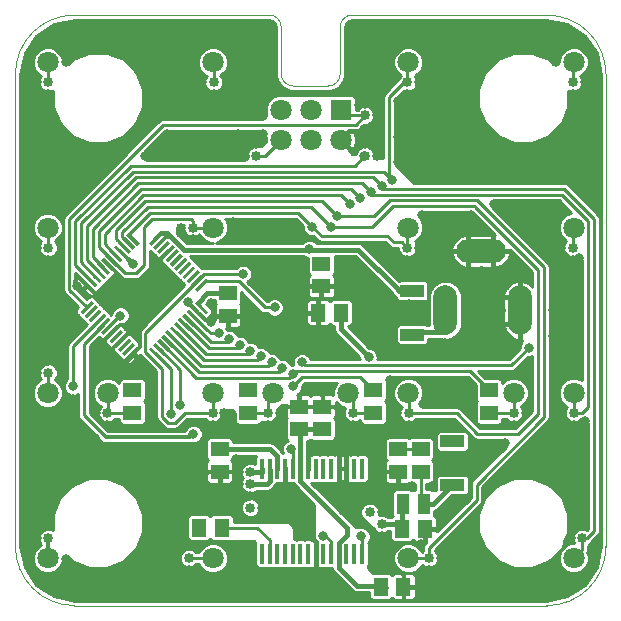
<source format=gbl>
G04 (created by PCBNEW (2013-07-07 BZR 4022)-stable) date 5/17/2016 5:11:24 PM*
%MOIN*%
G04 Gerber Fmt 3.4, Leading zero omitted, Abs format*
%FSLAX34Y34*%
G01*
G70*
G90*
G04 APERTURE LIST*
%ADD10C,0.00393701*%
%ADD11R,0.016X0.065*%
%ADD12R,0.059X0.0512*%
%ADD13R,0.0512X0.059*%
%ADD14R,0.0708661X0.0708661*%
%ADD15C,0.0708661*%
%ADD16R,0.04X0.07*%
%ADD17C,0.0787402*%
%ADD18O,0.0787402X0.165354*%
%ADD19O,0.165354X0.0787402*%
%ADD20C,0.0333701*%
%ADD21R,0.0787X0.0394*%
%ADD22C,0.0314961*%
%ADD23C,0.00984252*%
%ADD24C,0.015748*%
%ADD25C,0.011811*%
G04 APERTURE END LIST*
G54D10*
X49212Y-31496D02*
G75*
G03X47244Y-33464I0J-1968D01*
G74*
G01*
X56102Y-31889D02*
G75*
G03X55708Y-31496I-393J0D01*
G74*
G01*
X56102Y-33464D02*
G75*
G03X56496Y-33858I393J0D01*
G74*
G01*
X57677Y-33858D02*
G75*
G03X58070Y-33464I0J393D01*
G74*
G01*
X58464Y-31496D02*
G75*
G03X58070Y-31889I0J-393D01*
G74*
G01*
X66929Y-33464D02*
G75*
G03X64960Y-31496I-1968J0D01*
G74*
G01*
X64960Y-51181D02*
G75*
G03X66929Y-49212I0J1968D01*
G74*
G01*
X47244Y-49212D02*
G75*
G03X49212Y-51181I1968J0D01*
G74*
G01*
X49212Y-31496D02*
X55708Y-31496D01*
X56102Y-31889D02*
X56102Y-33464D01*
X56496Y-33858D02*
X57677Y-33858D01*
X58070Y-33464D02*
X58070Y-31889D01*
X58464Y-31496D02*
X64960Y-31496D01*
X66929Y-33464D02*
X66929Y-49212D01*
X64960Y-51181D02*
X49212Y-51181D01*
X47244Y-49212D02*
X47244Y-33464D01*
G36*
X50964Y-42216D02*
X50602Y-42578D01*
X50519Y-42494D01*
X50881Y-42132D01*
X50964Y-42216D01*
X50964Y-42216D01*
G37*
G36*
X50825Y-42076D02*
X50463Y-42438D01*
X50380Y-42355D01*
X50742Y-41993D01*
X50825Y-42076D01*
X50825Y-42076D01*
G37*
G36*
X50686Y-41937D02*
X50324Y-42299D01*
X50240Y-42216D01*
X50602Y-41853D01*
X50686Y-41937D01*
X50686Y-41937D01*
G37*
G36*
X50547Y-41798D02*
X50185Y-42160D01*
X50102Y-42077D01*
X50464Y-41715D01*
X50547Y-41798D01*
X50547Y-41798D01*
G37*
G36*
X50408Y-41659D02*
X50046Y-42021D01*
X49962Y-41938D01*
X50324Y-41576D01*
X50408Y-41659D01*
X50408Y-41659D01*
G37*
G36*
X51382Y-42633D02*
X51020Y-42995D01*
X50937Y-42912D01*
X51299Y-42550D01*
X51382Y-42633D01*
X51382Y-42633D01*
G37*
G36*
X51243Y-42494D02*
X50881Y-42856D01*
X50797Y-42773D01*
X51159Y-42411D01*
X51243Y-42494D01*
X51243Y-42494D01*
G37*
G36*
X51104Y-42355D02*
X50742Y-42717D01*
X50658Y-42633D01*
X51020Y-42271D01*
X51104Y-42355D01*
X51104Y-42355D01*
G37*
G36*
X49851Y-40629D02*
X49767Y-40713D01*
X49405Y-40351D01*
X49489Y-40267D01*
X49851Y-40629D01*
X49851Y-40629D01*
G37*
G36*
X49990Y-40490D02*
X49906Y-40574D01*
X49544Y-40212D01*
X49628Y-40128D01*
X49990Y-40490D01*
X49990Y-40490D01*
G37*
G36*
X50129Y-40351D02*
X50046Y-40434D01*
X49684Y-40072D01*
X49767Y-39989D01*
X50129Y-40351D01*
X50129Y-40351D01*
G37*
G36*
X50269Y-40212D02*
X50185Y-40295D01*
X49823Y-39933D01*
X49906Y-39850D01*
X50269Y-40212D01*
X50269Y-40212D01*
G37*
G36*
X50408Y-40072D02*
X50324Y-40156D01*
X49962Y-39794D01*
X50046Y-39710D01*
X50408Y-40072D01*
X50408Y-40072D01*
G37*
G36*
X50547Y-39933D02*
X50464Y-40016D01*
X50102Y-39654D01*
X50185Y-39571D01*
X50547Y-39933D01*
X50547Y-39933D01*
G37*
G36*
X50686Y-39794D02*
X50602Y-39878D01*
X50240Y-39516D01*
X50324Y-39432D01*
X50686Y-39794D01*
X50686Y-39794D01*
G37*
G36*
X50825Y-39655D02*
X50742Y-39739D01*
X50380Y-39376D01*
X50463Y-39293D01*
X50825Y-39655D01*
X50825Y-39655D01*
G37*
G36*
X52133Y-38819D02*
X51771Y-39181D01*
X51688Y-39098D01*
X52050Y-38736D01*
X52133Y-38819D01*
X52133Y-38819D01*
G37*
G36*
X52272Y-38959D02*
X51910Y-39321D01*
X51827Y-39237D01*
X52189Y-38875D01*
X52272Y-38959D01*
X52272Y-38959D01*
G37*
G36*
X52412Y-39098D02*
X52050Y-39460D01*
X51966Y-39376D01*
X52328Y-39014D01*
X52412Y-39098D01*
X52412Y-39098D01*
G37*
G36*
X52551Y-39237D02*
X52189Y-39599D01*
X52106Y-39516D01*
X52468Y-39154D01*
X52551Y-39237D01*
X52551Y-39237D01*
G37*
G36*
X52690Y-39376D02*
X52328Y-39739D01*
X52245Y-39655D01*
X52607Y-39293D01*
X52690Y-39376D01*
X52690Y-39376D01*
G37*
G36*
X52830Y-39516D02*
X52468Y-39878D01*
X52384Y-39794D01*
X52746Y-39432D01*
X52830Y-39516D01*
X52830Y-39516D01*
G37*
G36*
X52968Y-39654D02*
X52606Y-40016D01*
X52523Y-39933D01*
X52885Y-39571D01*
X52968Y-39654D01*
X52968Y-39654D01*
G37*
G36*
X53108Y-39794D02*
X52746Y-40156D01*
X52662Y-40072D01*
X53024Y-39710D01*
X53108Y-39794D01*
X53108Y-39794D01*
G37*
G36*
X53665Y-41380D02*
X53581Y-41464D01*
X53219Y-41102D01*
X53303Y-41018D01*
X53665Y-41380D01*
X53665Y-41380D01*
G37*
G36*
X53525Y-41520D02*
X53442Y-41603D01*
X53080Y-41241D01*
X53163Y-41158D01*
X53525Y-41520D01*
X53525Y-41520D01*
G37*
G36*
X53386Y-41659D02*
X53303Y-41742D01*
X52941Y-41380D01*
X53024Y-41297D01*
X53386Y-41659D01*
X53386Y-41659D01*
G37*
G36*
X53247Y-41798D02*
X53163Y-41882D01*
X52801Y-41520D01*
X52885Y-41436D01*
X53247Y-41798D01*
X53247Y-41798D01*
G37*
G36*
X53108Y-41938D02*
X53024Y-42021D01*
X52662Y-41659D01*
X52746Y-41576D01*
X53108Y-41938D01*
X53108Y-41938D01*
G37*
G36*
X52968Y-42077D02*
X52885Y-42160D01*
X52523Y-41798D01*
X52606Y-41715D01*
X52968Y-42077D01*
X52968Y-42077D01*
G37*
G36*
X52830Y-42216D02*
X52746Y-42299D01*
X52384Y-41937D01*
X52468Y-41853D01*
X52830Y-42216D01*
X52830Y-42216D01*
G37*
G36*
X52690Y-42355D02*
X52607Y-42438D01*
X52245Y-42076D01*
X52328Y-41993D01*
X52690Y-42355D01*
X52690Y-42355D01*
G37*
G36*
X50269Y-41520D02*
X49906Y-41882D01*
X49823Y-41798D01*
X50185Y-41436D01*
X50269Y-41520D01*
X50269Y-41520D01*
G37*
G36*
X50129Y-41380D02*
X49767Y-41742D01*
X49684Y-41659D01*
X50046Y-41297D01*
X50129Y-41380D01*
X50129Y-41380D01*
G37*
G36*
X49990Y-41241D02*
X49628Y-41603D01*
X49544Y-41520D01*
X49906Y-41158D01*
X49990Y-41241D01*
X49990Y-41241D01*
G37*
G36*
X49851Y-41102D02*
X49489Y-41464D01*
X49405Y-41380D01*
X49767Y-41018D01*
X49851Y-41102D01*
X49851Y-41102D01*
G37*
G36*
X50964Y-39516D02*
X50881Y-39599D01*
X50519Y-39237D01*
X50602Y-39154D01*
X50964Y-39516D01*
X50964Y-39516D01*
G37*
G36*
X51104Y-39376D02*
X51020Y-39460D01*
X50658Y-39098D01*
X50742Y-39014D01*
X51104Y-39376D01*
X51104Y-39376D01*
G37*
G36*
X51243Y-39237D02*
X51159Y-39321D01*
X50797Y-38959D01*
X50881Y-38875D01*
X51243Y-39237D01*
X51243Y-39237D01*
G37*
G36*
X51382Y-39098D02*
X51299Y-39181D01*
X50937Y-38819D01*
X51020Y-38736D01*
X51382Y-39098D01*
X51382Y-39098D01*
G37*
G36*
X53247Y-39933D02*
X52885Y-40295D01*
X52801Y-40212D01*
X53163Y-39850D01*
X53247Y-39933D01*
X53247Y-39933D01*
G37*
G36*
X53386Y-40072D02*
X53024Y-40434D01*
X52941Y-40351D01*
X53303Y-39989D01*
X53386Y-40072D01*
X53386Y-40072D01*
G37*
G36*
X53525Y-40212D02*
X53163Y-40574D01*
X53080Y-40490D01*
X53442Y-40128D01*
X53525Y-40212D01*
X53525Y-40212D01*
G37*
G36*
X53665Y-40351D02*
X53303Y-40713D01*
X53219Y-40629D01*
X53581Y-40267D01*
X53665Y-40351D01*
X53665Y-40351D01*
G37*
G36*
X52551Y-42494D02*
X52468Y-42578D01*
X52106Y-42216D01*
X52189Y-42132D01*
X52551Y-42494D01*
X52551Y-42494D01*
G37*
G36*
X52412Y-42633D02*
X52328Y-42717D01*
X51966Y-42355D01*
X52050Y-42271D01*
X52412Y-42633D01*
X52412Y-42633D01*
G37*
G36*
X52272Y-42773D02*
X52189Y-42856D01*
X51827Y-42494D01*
X51910Y-42411D01*
X52272Y-42773D01*
X52272Y-42773D01*
G37*
G36*
X52133Y-42912D02*
X52050Y-42995D01*
X51688Y-42633D01*
X51771Y-42550D01*
X52133Y-42912D01*
X52133Y-42912D01*
G37*
G54D11*
X57253Y-49448D03*
X56997Y-49448D03*
X56741Y-49448D03*
X56485Y-49448D03*
X58021Y-46614D03*
X58021Y-49448D03*
X57765Y-49448D03*
X57509Y-49448D03*
X56229Y-46614D03*
X56485Y-46614D03*
X56741Y-46614D03*
X56997Y-46614D03*
X57253Y-46614D03*
X57509Y-46614D03*
X56229Y-49448D03*
X57765Y-46614D03*
X58277Y-46614D03*
X58532Y-46614D03*
X58788Y-46614D03*
X58788Y-49448D03*
X58532Y-49448D03*
X58277Y-49448D03*
X55973Y-49448D03*
X55718Y-49448D03*
X55462Y-49448D03*
X55462Y-46614D03*
X55718Y-46614D03*
X55973Y-46614D03*
G54D12*
X63031Y-43995D03*
X63031Y-44745D03*
X55000Y-43995D03*
X55000Y-44745D03*
X59173Y-43995D03*
X59173Y-44745D03*
G54D13*
X53365Y-48582D03*
X54115Y-48582D03*
G54D12*
X60000Y-45963D03*
X60000Y-46713D03*
X51141Y-43995D03*
X51141Y-44745D03*
X60748Y-46713D03*
X60748Y-45963D03*
G54D14*
X58086Y-34657D03*
G54D15*
X58086Y-35657D03*
X57086Y-34657D03*
X57086Y-35657D03*
X56086Y-34657D03*
X56086Y-35657D03*
X48318Y-38582D03*
X48318Y-33070D03*
X65854Y-33070D03*
X65854Y-38582D03*
X55830Y-44094D03*
X48318Y-44094D03*
X58342Y-44094D03*
X63854Y-44094D03*
X60342Y-38582D03*
X53830Y-49606D03*
X53830Y-44094D03*
X53830Y-38582D03*
X53830Y-33070D03*
X65854Y-44094D03*
X60342Y-49606D03*
X60342Y-44094D03*
X65854Y-49606D03*
X60342Y-33070D03*
G54D16*
X60161Y-47795D03*
X60861Y-47795D03*
G54D17*
X62322Y-39370D03*
X62618Y-39370D03*
X62893Y-39370D03*
G54D18*
X61574Y-41338D03*
G54D17*
X61574Y-41200D03*
X61574Y-41771D03*
X61574Y-40905D03*
X61574Y-41476D03*
X64055Y-41476D03*
X64055Y-40905D03*
X64055Y-41771D03*
X64055Y-41200D03*
G54D18*
X64055Y-41338D03*
G54D19*
X62755Y-39370D03*
G54D17*
X63188Y-39370D03*
G54D12*
X57480Y-45296D03*
X57480Y-44546D03*
X57440Y-39782D03*
X57440Y-40532D03*
X54330Y-40766D03*
X54330Y-41516D03*
G54D13*
X58091Y-41417D03*
X57341Y-41417D03*
G54D12*
X56692Y-45296D03*
X56692Y-44546D03*
G54D13*
X59428Y-50551D03*
X60178Y-50551D03*
G54D12*
X54055Y-45963D03*
X54055Y-46713D03*
G54D13*
X60886Y-48622D03*
X60136Y-48622D03*
G54D15*
X48318Y-49606D03*
X50318Y-44094D03*
G54D20*
X55669Y-45157D03*
X55669Y-44763D03*
X53818Y-45157D03*
X56062Y-44763D03*
X54212Y-44763D03*
X53818Y-44763D03*
X49921Y-44763D03*
X50314Y-45157D03*
X50314Y-44763D03*
X47952Y-43425D03*
X48346Y-43031D03*
X48346Y-43425D03*
X48346Y-39251D03*
X47952Y-39251D03*
X48346Y-39645D03*
X48346Y-33740D03*
X48346Y-34133D03*
X47952Y-33740D03*
X48346Y-48543D03*
X48346Y-48937D03*
X47952Y-48937D03*
X53031Y-49606D03*
X53031Y-50000D03*
X52637Y-49606D03*
X58503Y-45157D03*
X58503Y-44763D03*
X58110Y-44763D03*
X63858Y-44763D03*
X64251Y-44763D03*
X63858Y-45157D03*
X52755Y-38582D03*
X53149Y-38976D03*
X53149Y-38582D03*
X53858Y-33740D03*
X53464Y-33740D03*
X53858Y-34133D03*
X60314Y-33740D03*
X60314Y-34133D03*
X60708Y-33740D03*
X65826Y-33740D03*
X65826Y-34133D03*
X66220Y-33740D03*
X65826Y-39251D03*
X65433Y-39251D03*
X65826Y-39645D03*
X65472Y-44763D03*
X65866Y-45157D03*
X65866Y-44763D03*
X66141Y-48937D03*
X65748Y-48937D03*
X66141Y-48543D03*
X60708Y-39251D03*
X60314Y-39251D03*
X60314Y-39645D03*
X60354Y-45157D03*
X59960Y-44763D03*
X60354Y-44763D03*
X61023Y-50000D03*
X61023Y-49606D03*
X61417Y-49606D03*
X58897Y-36181D03*
X58897Y-34448D03*
X59291Y-36181D03*
X58897Y-34842D03*
X59291Y-34842D03*
X58897Y-35787D03*
G54D21*
X60472Y-42145D03*
X60472Y-40689D03*
X61811Y-47165D03*
X61811Y-45709D03*
G54D20*
X55275Y-36181D03*
X55275Y-35787D03*
X54881Y-36181D03*
X59448Y-48464D03*
X55078Y-46338D03*
X55078Y-47125D03*
X54685Y-47125D03*
X55078Y-46732D03*
X54685Y-46732D03*
X59055Y-47677D03*
X59448Y-48858D03*
X55078Y-47519D03*
X59448Y-48070D03*
X59055Y-48070D03*
X55078Y-47913D03*
X55472Y-47913D03*
G54D22*
X58897Y-34842D03*
X58877Y-36200D03*
X55078Y-46732D03*
X55078Y-47125D03*
X60708Y-40708D03*
X61811Y-45728D03*
X57047Y-39291D03*
X59015Y-42893D03*
X57480Y-45295D03*
X59527Y-50590D03*
X55275Y-36181D03*
X58129Y-41338D03*
X50747Y-41515D03*
X57457Y-39799D03*
X51168Y-39803D03*
X54330Y-40766D03*
X51594Y-50019D03*
X62578Y-50019D03*
X52106Y-33602D03*
X60610Y-36968D03*
X61712Y-34862D03*
X48031Y-46614D03*
X63562Y-45767D03*
X62450Y-46870D03*
X62933Y-47273D03*
X63858Y-45157D03*
X65157Y-45000D03*
X66240Y-45039D03*
X66230Y-47155D03*
X66643Y-35738D03*
X66643Y-37962D03*
X66043Y-36062D03*
X60009Y-35551D03*
X60011Y-36397D03*
X63248Y-36948D03*
X62795Y-38543D03*
X61968Y-38562D03*
X62421Y-38169D03*
X48051Y-36043D03*
X52066Y-34901D03*
X54055Y-34862D03*
X50452Y-36437D03*
X58149Y-33937D03*
X54232Y-33543D03*
X56023Y-33937D03*
X55708Y-31889D03*
X59940Y-33543D03*
X58464Y-31889D03*
X66437Y-49429D03*
X65669Y-49035D03*
X66062Y-50314D03*
X48110Y-50314D03*
X48110Y-32362D03*
X66062Y-32362D03*
X54586Y-46299D03*
X53779Y-41082D03*
X52992Y-41062D03*
X53779Y-41732D03*
X48858Y-43070D03*
X50078Y-43090D03*
X59527Y-50000D03*
X56712Y-38543D03*
X54507Y-38385D03*
X48937Y-37952D03*
X54921Y-34862D03*
X54665Y-35472D03*
X51555Y-36200D03*
X52283Y-35472D03*
X48622Y-35157D03*
X49311Y-40531D03*
X60059Y-40236D03*
X63188Y-37795D03*
X56338Y-41259D03*
X55964Y-38976D03*
X59192Y-48799D03*
X52303Y-40925D03*
X52755Y-38582D03*
X59399Y-34970D03*
X59399Y-35816D03*
X58690Y-34488D03*
X53464Y-33562D03*
X54881Y-36220D03*
X55511Y-34862D03*
X55511Y-35464D03*
X58877Y-35295D03*
X60708Y-33562D03*
X65255Y-33051D03*
X66220Y-33562D03*
X66043Y-43523D03*
X54759Y-50889D03*
X54653Y-50141D03*
X58917Y-50885D03*
X61358Y-49350D03*
X61318Y-48110D03*
X60452Y-47204D03*
X59448Y-45669D03*
X59448Y-46259D03*
X61141Y-47204D03*
X60748Y-49133D03*
X53188Y-46555D03*
X59704Y-48129D03*
X58149Y-48011D03*
X61476Y-44468D03*
X62145Y-44527D03*
X59980Y-44586D03*
X61476Y-43681D03*
X60826Y-44468D03*
X58011Y-45669D03*
X60649Y-45078D03*
X58031Y-44625D03*
X59429Y-42854D03*
X59724Y-43665D03*
X54799Y-49322D03*
X52716Y-47519D03*
X53031Y-50000D03*
X53326Y-47854D03*
X54665Y-48051D03*
X51594Y-45885D03*
X53188Y-45885D03*
X64370Y-44645D03*
X62145Y-43681D03*
X61988Y-42854D03*
X63661Y-42874D03*
X61574Y-42440D03*
X64370Y-43011D03*
X66023Y-41358D03*
X66043Y-40472D03*
X65157Y-41338D03*
X65177Y-42204D03*
X62952Y-43484D03*
X60374Y-41692D03*
X60374Y-41141D03*
X59507Y-41870D03*
X61043Y-42854D03*
X61062Y-40314D03*
X59940Y-39448D03*
X60787Y-38169D03*
X61732Y-39645D03*
X65137Y-39783D03*
X64370Y-40334D03*
X66043Y-39606D03*
X64547Y-39153D03*
X65570Y-38031D03*
X65255Y-38543D03*
X66043Y-37362D03*
X63937Y-38543D03*
X65295Y-39153D03*
X65826Y-34133D03*
X60007Y-34366D03*
X50393Y-40452D03*
X50236Y-41122D03*
X49251Y-44960D03*
X50137Y-45866D03*
X51594Y-45255D03*
X50314Y-45157D03*
X51830Y-44291D03*
X48661Y-44881D03*
X48661Y-47480D03*
X48051Y-44645D03*
X49153Y-44291D03*
X48917Y-49625D03*
X48051Y-48641D03*
X48464Y-41456D03*
X49133Y-42145D03*
X47952Y-43582D03*
X48385Y-39704D03*
X48129Y-38011D03*
X47952Y-39094D03*
X48917Y-33051D03*
X55314Y-39645D03*
X53326Y-39645D03*
X56889Y-39685D03*
X58641Y-40842D03*
X57342Y-41417D03*
X57440Y-40532D03*
X51456Y-41496D03*
X51181Y-40531D03*
X55807Y-40590D03*
X54330Y-41516D03*
X48346Y-48937D03*
X55078Y-42696D03*
X48346Y-43425D03*
X54724Y-42500D03*
X57125Y-38562D03*
X59803Y-36988D03*
X59448Y-37185D03*
X59094Y-37401D03*
X53179Y-45462D03*
X65826Y-39251D03*
X56791Y-43070D03*
X64370Y-42578D03*
X65826Y-33740D03*
X49173Y-43877D03*
X48346Y-39251D03*
X54370Y-42303D03*
X48346Y-33740D03*
X54015Y-42106D03*
X53031Y-49606D03*
X55885Y-41240D03*
X54822Y-40118D03*
X58740Y-37598D03*
X53858Y-33740D03*
X58385Y-37795D03*
X57972Y-38208D03*
X57775Y-38562D03*
X51161Y-44015D03*
X55433Y-42874D03*
X55000Y-43995D03*
X55787Y-43070D03*
X56496Y-43877D03*
X56141Y-43267D03*
X56496Y-43464D03*
X53365Y-48582D03*
X60000Y-45964D03*
X56437Y-45964D03*
X59055Y-48070D03*
X55078Y-47913D03*
X59448Y-48464D03*
X58779Y-48877D03*
X52736Y-44488D03*
X57509Y-48877D03*
X52440Y-44783D03*
G54D23*
X55157Y-35157D02*
X52165Y-35157D01*
X52165Y-35157D02*
X51003Y-36318D01*
X58897Y-34842D02*
X58271Y-34842D01*
X58271Y-34842D02*
X58086Y-34657D01*
X58897Y-34842D02*
X58582Y-35157D01*
X49035Y-38287D02*
X49035Y-40648D01*
X51003Y-36318D02*
X49035Y-38287D01*
X49035Y-40648D02*
X49628Y-41241D01*
X55767Y-35157D02*
X55492Y-35157D01*
X58582Y-35157D02*
X57598Y-35157D01*
X57598Y-35157D02*
X55767Y-35157D01*
X55492Y-35157D02*
X55157Y-35157D01*
X58917Y-34822D02*
X58897Y-34842D01*
X49232Y-39815D02*
X49767Y-40351D01*
X49232Y-38366D02*
X49232Y-39815D01*
X51082Y-36515D02*
X49232Y-38366D01*
X58562Y-36515D02*
X51082Y-36515D01*
X58877Y-36200D02*
X58562Y-36515D01*
G54D24*
X55462Y-46614D02*
X55462Y-46722D01*
X55462Y-46722D02*
X55452Y-46732D01*
X55452Y-46732D02*
X55334Y-46732D01*
X55452Y-46732D02*
X55078Y-46732D01*
X55462Y-46722D02*
X55452Y-46732D01*
X55334Y-46732D02*
X55078Y-46732D01*
X55078Y-47125D02*
X55590Y-47125D01*
X55718Y-47036D02*
X55718Y-46653D01*
X55629Y-47125D02*
X55718Y-47036D01*
X60433Y-40610D02*
X60610Y-40610D01*
X60708Y-40708D02*
X60610Y-40610D01*
X61811Y-45728D02*
X61811Y-45709D01*
X59960Y-40610D02*
X60039Y-40689D01*
X57047Y-39311D02*
X58661Y-39311D01*
X58661Y-39311D02*
X59960Y-40610D01*
X60039Y-40689D02*
X60472Y-40689D01*
X60511Y-40610D02*
X60669Y-40610D01*
G54D25*
X57047Y-39291D02*
X57047Y-39311D01*
X52303Y-38838D02*
X52303Y-38845D01*
X52303Y-38845D02*
X52050Y-39098D01*
G54D24*
X52303Y-38763D02*
X52303Y-38838D01*
X52303Y-38838D02*
X52283Y-38858D01*
X52106Y-38763D02*
X52303Y-38763D01*
X52303Y-38763D02*
X52306Y-38763D01*
G54D25*
X51910Y-38959D02*
X52106Y-38763D01*
G54D24*
X52854Y-39311D02*
X57047Y-39311D01*
X52306Y-38763D02*
X52854Y-39311D01*
G54D23*
X53442Y-41241D02*
X53317Y-41116D01*
X53317Y-41116D02*
X53317Y-41091D01*
G54D24*
X54330Y-40766D02*
X53642Y-40766D01*
X53317Y-41091D02*
X53641Y-40767D01*
X53642Y-40766D02*
X53317Y-41091D01*
X58091Y-41969D02*
X59015Y-42893D01*
X58091Y-41417D02*
X58091Y-41969D01*
X57480Y-45295D02*
X57480Y-45296D01*
G54D23*
X59448Y-50511D02*
X59428Y-50511D01*
X59527Y-50590D02*
X59448Y-50511D01*
G54D24*
X58021Y-49448D02*
X58021Y-49094D01*
X56741Y-47037D02*
X56741Y-46614D01*
X58287Y-48582D02*
X56741Y-47037D01*
X58287Y-48828D02*
X58287Y-48582D01*
X58021Y-49094D02*
X58287Y-48828D01*
X58021Y-49448D02*
X58021Y-49911D01*
X58622Y-50511D02*
X59428Y-50511D01*
X58021Y-49911D02*
X58622Y-50511D01*
X56692Y-45296D02*
X57480Y-45296D01*
X56741Y-46614D02*
X56741Y-45345D01*
X56741Y-45345D02*
X56692Y-45296D01*
G54D23*
X55275Y-36181D02*
X55562Y-36181D01*
X55562Y-36181D02*
X56086Y-35657D01*
X55275Y-36181D02*
X55255Y-36161D01*
G54D25*
X58129Y-41378D02*
X58091Y-41417D01*
X58129Y-41338D02*
X58129Y-41378D01*
X50324Y-41938D02*
X50747Y-41515D01*
G54D24*
X58092Y-41454D02*
X58092Y-41418D01*
X58092Y-41418D02*
X58091Y-41417D01*
X50747Y-41515D02*
X50747Y-41516D01*
X51168Y-39803D02*
X51161Y-39803D01*
G54D25*
X50742Y-39376D02*
X50984Y-39619D01*
G54D24*
X51161Y-39803D02*
X50984Y-39625D01*
X50984Y-39625D02*
X50984Y-39619D01*
X54330Y-40766D02*
X53918Y-40766D01*
G54D25*
X58091Y-41417D02*
X58092Y-41418D01*
X50747Y-41515D02*
X50748Y-41514D01*
X57440Y-39782D02*
X57457Y-39798D01*
X57457Y-39798D02*
X57457Y-39799D01*
G54D23*
X52637Y-49606D02*
X52224Y-50019D01*
X52224Y-50019D02*
X51594Y-50019D01*
X61417Y-49606D02*
X61830Y-50019D01*
X61830Y-50019D02*
X62578Y-50019D01*
X52450Y-32726D02*
X52106Y-33070D01*
X52106Y-33070D02*
X52106Y-33602D01*
X60610Y-36968D02*
X61712Y-35866D01*
X61712Y-35866D02*
X61712Y-34862D01*
X48051Y-48641D02*
X48051Y-46633D01*
X48051Y-46633D02*
X48031Y-46614D01*
X63562Y-45767D02*
X62460Y-46870D01*
X62460Y-46870D02*
X62450Y-46870D01*
X62933Y-47273D02*
X65157Y-45049D01*
X65157Y-45049D02*
X65157Y-45000D01*
X66240Y-45039D02*
X66230Y-45049D01*
X66122Y-45157D02*
X66240Y-45039D01*
X65866Y-45157D02*
X66122Y-45157D01*
X66230Y-45049D02*
X66230Y-47155D01*
X66643Y-37962D02*
X66643Y-35738D01*
X66643Y-33986D02*
X66643Y-35738D01*
X66643Y-33986D02*
X66220Y-33562D01*
X65826Y-34133D02*
X66043Y-34350D01*
X66043Y-34350D02*
X66043Y-36062D01*
X60610Y-36968D02*
X63228Y-36968D01*
X60011Y-35553D02*
X60009Y-35551D01*
X60007Y-34366D02*
X60007Y-36393D01*
X60007Y-36393D02*
X60011Y-36397D01*
X60011Y-36397D02*
X60011Y-35553D01*
X60610Y-36151D02*
X60610Y-36968D01*
X60009Y-35551D02*
X60610Y-36151D01*
X63228Y-36968D02*
X63248Y-36948D01*
X62421Y-38169D02*
X62795Y-38543D01*
X62775Y-38562D02*
X62795Y-38543D01*
X62775Y-38562D02*
X61968Y-38562D01*
X48051Y-34035D02*
X48051Y-36043D01*
X52066Y-34901D02*
X52027Y-34901D01*
X52106Y-34862D02*
X52066Y-34901D01*
X54055Y-34862D02*
X52106Y-34862D01*
X52027Y-34901D02*
X50452Y-36437D01*
X58897Y-34448D02*
X58385Y-33937D01*
X58385Y-33937D02*
X58149Y-33937D01*
X54232Y-33543D02*
X55629Y-33543D01*
X55629Y-33543D02*
X56023Y-33937D01*
X54232Y-33543D02*
X55708Y-32066D01*
X54232Y-33582D02*
X54232Y-33543D01*
X55511Y-34862D02*
X54232Y-33582D01*
X55708Y-32066D02*
X55708Y-31889D01*
X59940Y-33543D02*
X59940Y-33366D01*
X59803Y-33543D02*
X59940Y-33543D01*
X58897Y-34448D02*
X59803Y-33543D01*
X59940Y-33366D02*
X58464Y-31889D01*
X66437Y-49429D02*
X66437Y-49940D01*
X66437Y-49940D02*
X66062Y-50314D01*
X49291Y-32677D02*
X48976Y-32362D01*
X48976Y-32362D02*
X48110Y-32362D01*
X66082Y-32500D02*
X66082Y-32381D01*
X66082Y-32381D02*
X66062Y-32362D01*
X55078Y-46338D02*
X55039Y-46299D01*
X55039Y-46299D02*
X54586Y-46299D01*
G54D25*
X52992Y-41069D02*
X53303Y-41380D01*
X52992Y-41069D02*
X52992Y-41062D01*
G54D24*
X57253Y-49448D02*
X57253Y-49065D01*
X56102Y-47913D02*
X55472Y-47913D01*
X57253Y-49065D02*
X56102Y-47913D01*
G54D25*
X59448Y-48858D02*
X59527Y-48937D01*
X59527Y-48937D02*
X59527Y-50000D01*
G54D23*
X55964Y-38976D02*
X56358Y-38543D01*
X56358Y-38543D02*
X56712Y-38543D01*
X54507Y-38385D02*
X56555Y-38385D01*
X56555Y-38385D02*
X56712Y-38543D01*
X48129Y-38011D02*
X48188Y-37952D01*
X48188Y-37952D02*
X48937Y-37952D01*
X53858Y-34133D02*
X53858Y-34665D01*
X53858Y-34665D02*
X54055Y-34862D01*
X54921Y-34862D02*
X54055Y-34862D01*
X55511Y-34862D02*
X54921Y-34862D01*
X54881Y-36181D02*
X54881Y-35688D01*
X54881Y-35688D02*
X54665Y-35472D01*
X51555Y-36200D02*
X54862Y-36200D01*
X54862Y-36200D02*
X54881Y-36181D01*
X52283Y-35472D02*
X51555Y-36200D01*
X52291Y-35464D02*
X52283Y-35472D01*
X48346Y-34133D02*
X48346Y-34881D01*
X48346Y-34881D02*
X48622Y-35157D01*
G54D25*
X49628Y-40490D02*
X49373Y-40236D01*
X49373Y-40236D02*
X49350Y-40236D01*
X49350Y-40236D02*
X49232Y-40354D01*
X49232Y-40354D02*
X49232Y-40452D01*
X49232Y-40452D02*
X49311Y-40531D01*
X49628Y-40490D02*
X49449Y-40669D01*
X49449Y-40669D02*
X49448Y-40669D01*
X49448Y-40669D02*
X49311Y-40531D01*
X49628Y-40490D02*
X49587Y-40531D01*
G54D23*
X50236Y-41122D02*
X50590Y-41122D01*
X50590Y-41122D02*
X51181Y-40531D01*
X66043Y-34350D02*
X66043Y-37362D01*
X64547Y-39153D02*
X63937Y-38543D01*
X65137Y-39783D02*
X65137Y-39744D01*
X65137Y-39744D02*
X64547Y-39153D01*
X65255Y-38543D02*
X63937Y-38543D01*
X65255Y-38543D02*
X65255Y-38346D01*
X65255Y-38346D02*
X65570Y-38031D01*
X63937Y-38543D02*
X63188Y-37795D01*
X55807Y-40590D02*
X55984Y-40590D01*
X55984Y-40590D02*
X56338Y-40944D01*
X56338Y-40944D02*
X56338Y-41259D01*
X55314Y-39645D02*
X53326Y-39645D01*
X56889Y-39685D02*
X55354Y-39685D01*
X55354Y-39685D02*
X55314Y-39645D01*
X55984Y-38976D02*
X55964Y-38976D01*
X59448Y-48858D02*
X59251Y-48858D01*
X59251Y-48858D02*
X59192Y-48799D01*
X51456Y-41496D02*
X52027Y-40925D01*
X52027Y-40925D02*
X52303Y-40925D01*
X59291Y-34842D02*
X59399Y-34950D01*
X59399Y-34950D02*
X59399Y-34970D01*
X59291Y-36181D02*
X59399Y-36072D01*
X59399Y-36072D02*
X59399Y-35816D01*
X58897Y-34448D02*
X58858Y-34488D01*
X58858Y-34488D02*
X58690Y-34488D01*
X53464Y-33740D02*
X53464Y-33562D01*
X54881Y-36220D02*
X54881Y-36133D01*
X54881Y-36133D02*
X55511Y-35464D01*
X58897Y-35787D02*
X58877Y-35767D01*
X58877Y-35767D02*
X58877Y-35295D01*
X60708Y-33740D02*
X60708Y-33562D01*
X66220Y-33740D02*
X66417Y-33543D01*
X65255Y-32874D02*
X65255Y-33051D01*
X65629Y-32500D02*
X65255Y-32874D01*
X66082Y-32500D02*
X65629Y-32500D01*
X66417Y-32834D02*
X66082Y-32500D01*
X66417Y-33543D02*
X66417Y-32834D01*
X66220Y-33740D02*
X66220Y-33562D01*
X65177Y-42204D02*
X66043Y-43070D01*
X66043Y-43070D02*
X66043Y-43523D01*
X54759Y-50889D02*
X58913Y-50889D01*
X54759Y-50248D02*
X54759Y-50889D01*
X54653Y-50141D02*
X54759Y-50248D01*
X58913Y-50889D02*
X58917Y-50885D01*
X61417Y-49606D02*
X61358Y-49547D01*
X61358Y-49547D02*
X61358Y-49350D01*
X59448Y-45669D02*
X59448Y-46259D01*
X59448Y-48070D02*
X59507Y-48129D01*
X59507Y-48129D02*
X59704Y-48129D01*
G54D24*
X58149Y-47500D02*
X58149Y-47125D01*
G54D23*
X58149Y-47500D02*
X58149Y-48011D01*
X61476Y-44468D02*
X62086Y-44468D01*
X62086Y-44468D02*
X62145Y-44527D01*
X59960Y-44763D02*
X59960Y-44606D01*
X59960Y-44606D02*
X59980Y-44586D01*
X60826Y-44468D02*
X61476Y-44468D01*
X61476Y-43681D02*
X62145Y-43681D01*
X61476Y-44468D02*
X61476Y-43681D01*
X59448Y-45669D02*
X59448Y-45324D01*
X59448Y-45324D02*
X59438Y-45314D01*
X58011Y-45669D02*
X58011Y-46102D01*
X58011Y-46102D02*
X58031Y-46102D01*
X59448Y-45570D02*
X59448Y-45669D01*
X60649Y-45078D02*
X60393Y-45314D01*
X60393Y-45314D02*
X59438Y-45314D01*
X59438Y-45314D02*
X58366Y-45314D01*
X58366Y-45314D02*
X58031Y-44980D01*
X58031Y-44980D02*
X58031Y-44625D01*
X54653Y-50141D02*
X54653Y-49468D01*
X54610Y-50098D02*
X54653Y-50141D01*
X53031Y-50000D02*
X53188Y-50157D01*
X54143Y-50157D02*
X54202Y-50098D01*
X53188Y-50157D02*
X54143Y-50157D01*
X54202Y-50098D02*
X54610Y-50098D01*
X54653Y-49468D02*
X54799Y-49322D01*
X52716Y-47519D02*
X52992Y-47519D01*
X53188Y-47047D02*
X52716Y-47519D01*
X53188Y-46555D02*
X53188Y-47047D01*
X52992Y-47519D02*
X53326Y-47854D01*
X53188Y-46555D02*
X53188Y-46574D01*
X54586Y-48051D02*
X54665Y-48051D01*
X53188Y-46653D02*
X54586Y-48051D01*
X53188Y-46574D02*
X53188Y-46653D01*
X53188Y-46555D02*
X53188Y-46614D01*
X53188Y-45885D02*
X53188Y-46555D01*
X51594Y-45885D02*
X53188Y-45885D01*
X62145Y-43681D02*
X62125Y-43700D01*
X61574Y-42440D02*
X61988Y-42854D01*
X62007Y-42874D02*
X61988Y-42854D01*
X63661Y-42874D02*
X62007Y-42874D01*
X63976Y-42421D02*
X64055Y-42421D01*
X64370Y-43011D02*
X63897Y-43484D01*
X65177Y-42204D02*
X66023Y-41358D01*
X65177Y-41358D02*
X66023Y-41358D01*
X66043Y-40472D02*
X65177Y-41338D01*
X65826Y-40472D02*
X66043Y-40472D01*
X65137Y-39783D02*
X65826Y-40472D01*
X65177Y-41338D02*
X65157Y-41338D01*
X65157Y-41338D02*
X65177Y-41358D01*
X63897Y-43484D02*
X62952Y-43484D01*
X59429Y-42854D02*
X61023Y-42874D01*
X59507Y-42775D02*
X59429Y-42854D01*
X60374Y-41692D02*
X59685Y-41692D01*
X58641Y-40842D02*
X58940Y-41141D01*
X58940Y-41141D02*
X60374Y-41141D01*
X60374Y-41692D02*
X60374Y-41141D01*
X59685Y-41692D02*
X59507Y-41870D01*
X59507Y-41870D02*
X59507Y-42775D01*
X61023Y-42874D02*
X61043Y-42854D01*
X60413Y-39645D02*
X61062Y-40314D01*
X60314Y-39645D02*
X60413Y-39645D01*
X60314Y-39645D02*
X60137Y-39645D01*
X60137Y-39645D02*
X59940Y-39448D01*
X61968Y-38562D02*
X61102Y-38562D01*
X61102Y-38562D02*
X60787Y-38169D01*
X61732Y-38799D02*
X61968Y-38562D01*
X60708Y-39251D02*
X61102Y-39645D01*
X61102Y-39645D02*
X61732Y-39645D01*
X61732Y-39645D02*
X61732Y-38799D01*
G54D24*
X65137Y-39744D02*
X65137Y-39783D01*
X65826Y-39645D02*
X66023Y-39625D01*
X66023Y-39625D02*
X66043Y-39606D01*
X65866Y-34114D02*
X65866Y-34153D01*
X65866Y-34153D02*
X65826Y-34133D01*
X58086Y-35657D02*
X58393Y-35964D01*
X58740Y-35787D02*
X58897Y-35787D01*
X58562Y-35964D02*
X58740Y-35787D01*
X58393Y-35964D02*
X58562Y-35964D01*
G54D23*
X60314Y-34133D02*
X60240Y-34133D01*
X60240Y-34133D02*
X60007Y-34366D01*
G54D24*
X58086Y-35657D02*
X58370Y-35374D01*
X58370Y-35374D02*
X58720Y-35374D01*
G54D23*
X48051Y-44645D02*
X48799Y-44645D01*
X48799Y-44645D02*
X49153Y-44291D01*
X48051Y-48641D02*
X48031Y-48641D01*
X48464Y-41456D02*
X48464Y-41476D01*
X48464Y-41476D02*
X49133Y-42145D01*
X47952Y-43582D02*
X47952Y-43602D01*
X48346Y-39665D02*
X48346Y-39645D01*
X48385Y-39704D02*
X48346Y-39665D01*
X48346Y-34133D02*
X48149Y-34133D01*
X48149Y-34133D02*
X48051Y-34035D01*
X47952Y-39094D02*
X47952Y-39251D01*
X48917Y-33051D02*
X49291Y-32677D01*
X52401Y-32677D02*
X49291Y-32677D01*
X49291Y-32677D02*
X48917Y-33051D01*
X53464Y-33740D02*
X52450Y-32726D01*
X52450Y-32726D02*
X52401Y-32677D01*
X53326Y-39645D02*
X53366Y-39685D01*
G54D24*
X58031Y-46102D02*
X57106Y-46102D01*
X57106Y-46102D02*
X56997Y-46210D01*
X56997Y-46210D02*
X56997Y-46614D01*
X58021Y-46102D02*
X58031Y-46102D01*
X58021Y-46614D02*
X58021Y-46102D01*
X58031Y-46102D02*
X58277Y-46102D01*
X58277Y-46102D02*
X58277Y-46043D01*
X58149Y-47125D02*
X58021Y-46998D01*
X58021Y-46998D02*
X58021Y-46614D01*
X58149Y-47125D02*
X58277Y-46997D01*
X58277Y-46997D02*
X58277Y-46614D01*
X58267Y-46624D02*
X58277Y-46614D01*
X58277Y-46614D02*
X58277Y-46043D01*
X58277Y-46043D02*
X58277Y-45383D01*
X58277Y-45383D02*
X58503Y-45157D01*
X64055Y-41476D02*
X64055Y-42421D01*
X64055Y-42421D02*
X64055Y-42440D01*
X64055Y-40905D02*
X64055Y-41771D01*
X64055Y-41771D02*
X64045Y-41781D01*
X64045Y-41781D02*
X63346Y-41781D01*
X64055Y-40905D02*
X63346Y-40905D01*
X64055Y-40905D02*
X64055Y-40216D01*
X63149Y-40059D02*
X63149Y-38779D01*
X63149Y-39625D02*
X63149Y-40059D01*
X61614Y-39370D02*
X63740Y-39370D01*
X62322Y-39370D02*
X61614Y-39370D01*
X62893Y-39370D02*
X62618Y-39370D01*
X62322Y-39370D02*
X62322Y-40059D01*
X62322Y-40059D02*
X62322Y-40078D01*
X62322Y-39370D02*
X62322Y-38661D01*
X52992Y-38976D02*
X53149Y-38976D01*
X56889Y-39685D02*
X56850Y-39645D01*
G54D25*
X58641Y-40842D02*
X58641Y-40846D01*
X57342Y-41417D02*
X57341Y-41417D01*
X50742Y-42355D02*
X51318Y-41778D01*
X51318Y-41633D02*
X51456Y-41496D01*
X51318Y-41778D02*
X51318Y-41633D01*
X51181Y-40524D02*
X51181Y-40531D01*
X55807Y-40590D02*
X55826Y-40610D01*
G54D24*
X53681Y-41692D02*
X53857Y-41516D01*
G54D25*
X53654Y-41732D02*
X53654Y-41719D01*
X53654Y-41719D02*
X53681Y-41692D01*
X53303Y-41380D02*
X53654Y-41732D01*
G54D24*
X53857Y-41516D02*
X54330Y-41516D01*
G54D25*
X53303Y-41380D02*
X53303Y-41374D01*
X52328Y-39376D02*
X51181Y-40524D01*
X50742Y-42355D02*
X50397Y-42700D01*
X50397Y-42700D02*
X50397Y-42700D01*
X50463Y-42076D02*
X50118Y-42422D01*
X50118Y-42422D02*
X50118Y-42422D01*
X50118Y-42422D02*
X50397Y-42700D01*
X50822Y-43110D02*
X51159Y-42773D01*
X50397Y-42700D02*
X50807Y-43110D01*
X50807Y-43110D02*
X50822Y-43110D01*
X50463Y-42076D02*
X50729Y-41811D01*
X50729Y-41811D02*
X51141Y-41811D01*
X51141Y-41811D02*
X51456Y-41496D01*
X51159Y-42773D02*
X51383Y-42549D01*
X51383Y-41568D02*
X51456Y-41496D01*
X51383Y-42549D02*
X51383Y-41568D01*
X49628Y-40490D02*
X49925Y-40787D01*
X50925Y-40787D02*
X51181Y-40531D01*
X49925Y-40787D02*
X50925Y-40787D01*
X50324Y-39794D02*
X51062Y-40531D01*
X51062Y-40531D02*
X51181Y-40531D01*
X48346Y-48937D02*
X48346Y-49578D01*
X48346Y-49578D02*
X48318Y-49606D01*
G54D23*
X48326Y-48917D02*
X48346Y-48937D01*
X48346Y-49578D02*
X48318Y-49606D01*
X52746Y-41938D02*
X53603Y-42795D01*
X55078Y-42696D02*
X54980Y-42795D01*
X54980Y-42795D02*
X54330Y-42795D01*
X53603Y-42795D02*
X54330Y-42795D01*
X48346Y-43425D02*
X48346Y-44066D01*
X48346Y-44066D02*
X48318Y-44094D01*
X48346Y-43425D02*
X48326Y-43405D01*
X48346Y-44066D02*
X48318Y-44094D01*
X52885Y-41798D02*
X53684Y-42598D01*
X53684Y-42598D02*
X53858Y-42598D01*
X54625Y-42598D02*
X53858Y-42598D01*
X54724Y-42500D02*
X54625Y-42598D01*
X57125Y-38562D02*
X57135Y-38553D01*
X57381Y-38799D02*
X57440Y-38858D01*
X59645Y-38858D02*
X59862Y-39074D01*
X57440Y-38858D02*
X59645Y-38858D01*
X60314Y-39251D02*
X60314Y-38610D01*
X60314Y-38610D02*
X60342Y-38582D01*
X60137Y-39074D02*
X60314Y-39251D01*
X59862Y-39074D02*
X60137Y-39074D01*
X51732Y-38090D02*
X55767Y-38090D01*
X51023Y-38822D02*
X51023Y-38799D01*
X51023Y-38799D02*
X51062Y-38759D01*
X51732Y-38090D02*
X51062Y-38759D01*
X51023Y-38822D02*
X51159Y-38959D01*
X56673Y-38090D02*
X57135Y-38553D01*
X57135Y-38553D02*
X57381Y-38799D01*
X55767Y-38090D02*
X56673Y-38090D01*
X59803Y-36988D02*
X59527Y-36712D01*
X59527Y-36712D02*
X51161Y-36712D01*
X59803Y-34133D02*
X59704Y-34232D01*
X60196Y-33740D02*
X59803Y-34133D01*
X60314Y-33740D02*
X60196Y-33740D01*
X59704Y-34232D02*
X59704Y-36889D01*
X59704Y-36889D02*
X59803Y-36988D01*
X60314Y-33740D02*
X60314Y-33098D01*
X60314Y-33098D02*
X60342Y-33070D01*
X49429Y-39704D02*
X49429Y-39734D01*
X49429Y-39734D02*
X49906Y-40212D01*
X49429Y-38444D02*
X49429Y-39704D01*
X51161Y-36712D02*
X49429Y-38444D01*
X49429Y-39704D02*
X49429Y-39706D01*
X66141Y-48937D02*
X66299Y-48937D01*
X66299Y-48937D02*
X66535Y-48700D01*
X66535Y-38523D02*
X66535Y-38287D01*
X66535Y-38287D02*
X65531Y-37283D01*
X66535Y-48700D02*
X66535Y-38523D01*
X66141Y-48956D02*
X66141Y-49318D01*
X66141Y-49318D02*
X65854Y-49606D01*
X59547Y-37283D02*
X65531Y-37283D01*
X59448Y-37185D02*
X59547Y-37283D01*
X59448Y-37185D02*
X59173Y-36909D01*
X49625Y-39652D02*
X50046Y-40072D01*
X49625Y-38543D02*
X49625Y-39652D01*
X51259Y-36909D02*
X49625Y-38543D01*
X59173Y-36909D02*
X51259Y-36909D01*
X65866Y-44763D02*
X65866Y-44106D01*
X65866Y-44106D02*
X65854Y-44094D01*
X66338Y-38582D02*
X66338Y-38366D01*
X66338Y-38366D02*
X65452Y-37480D01*
X66141Y-44763D02*
X66338Y-44566D01*
X66338Y-44566D02*
X66338Y-38582D01*
X59094Y-37401D02*
X59173Y-37480D01*
X59173Y-37480D02*
X65452Y-37480D01*
X66141Y-44763D02*
X65866Y-44763D01*
X49822Y-39570D02*
X50185Y-39933D01*
X49822Y-38622D02*
X49822Y-39570D01*
X51338Y-37106D02*
X49822Y-38622D01*
X58799Y-37106D02*
X51338Y-37106D01*
X59094Y-37401D02*
X58799Y-37106D01*
G54D25*
X53179Y-45462D02*
X53070Y-45570D01*
X50255Y-45570D02*
X50157Y-45472D01*
X53070Y-45570D02*
X50255Y-45570D01*
G54D23*
X53149Y-45472D02*
X53159Y-45462D01*
X53159Y-45462D02*
X53179Y-45462D01*
X49527Y-44842D02*
X50157Y-45472D01*
X49763Y-42220D02*
X50185Y-41798D01*
X49527Y-42456D02*
X49763Y-42220D01*
X49527Y-44074D02*
X49527Y-42456D01*
X49527Y-44842D02*
X49527Y-44074D01*
X53169Y-45472D02*
X53149Y-45472D01*
X65826Y-39251D02*
X65826Y-38610D01*
X65826Y-38610D02*
X65854Y-38582D01*
X65826Y-33740D02*
X65826Y-33098D01*
X65826Y-33098D02*
X65854Y-33070D01*
X65846Y-33759D02*
X65826Y-33740D01*
X56791Y-43070D02*
X56889Y-43169D01*
X56889Y-43169D02*
X63779Y-43169D01*
X63779Y-43169D02*
X64370Y-42578D01*
X49409Y-42296D02*
X50046Y-41659D01*
X49173Y-42532D02*
X49409Y-42296D01*
X49173Y-43877D02*
X49173Y-42532D01*
X48346Y-39251D02*
X48346Y-38610D01*
X48346Y-38610D02*
X48318Y-38582D01*
X48346Y-39251D02*
X48326Y-39271D01*
X48346Y-38610D02*
X48318Y-38582D01*
X53024Y-41659D02*
X53766Y-42401D01*
X54370Y-42303D02*
X54271Y-42401D01*
X54271Y-42401D02*
X53766Y-42401D01*
X48346Y-33740D02*
X48346Y-33098D01*
X48346Y-33098D02*
X48318Y-33070D01*
X48326Y-33759D02*
X48346Y-33740D01*
X48346Y-33098D02*
X48318Y-33070D01*
X53626Y-41983D02*
X53749Y-42106D01*
X53749Y-42106D02*
X54015Y-42106D01*
X53163Y-41520D02*
X53626Y-41983D01*
X53031Y-49606D02*
X53830Y-49606D01*
X55885Y-41240D02*
X55551Y-41240D01*
X55452Y-41141D02*
X55551Y-41240D01*
X55452Y-41141D02*
X54685Y-40374D01*
X54488Y-40374D02*
X54685Y-40374D01*
X53559Y-40374D02*
X54488Y-40374D01*
X53442Y-40490D02*
X53559Y-40374D01*
X53346Y-40586D02*
X53442Y-40490D01*
X53818Y-44763D02*
X52893Y-44763D01*
X51555Y-42099D02*
X53303Y-40351D01*
X51555Y-42099D02*
X51555Y-42716D01*
X51555Y-42716D02*
X52066Y-43228D01*
X52135Y-43297D02*
X52066Y-43228D01*
X52135Y-44901D02*
X52135Y-43297D01*
X52322Y-45088D02*
X52135Y-44901D01*
X52568Y-45088D02*
X52322Y-45088D01*
X52893Y-44763D02*
X52568Y-45088D01*
X53818Y-44763D02*
X53759Y-44822D01*
X53818Y-44763D02*
X53818Y-44106D01*
X53818Y-44106D02*
X53830Y-44094D01*
X53536Y-40118D02*
X53303Y-40351D01*
X54822Y-40118D02*
X53536Y-40118D01*
X53149Y-38582D02*
X53830Y-38582D01*
X53149Y-38582D02*
X53149Y-38346D01*
X53149Y-38346D02*
X53090Y-38287D01*
X51535Y-38582D02*
X51535Y-38562D01*
X51535Y-39055D02*
X51535Y-38582D01*
X51811Y-38287D02*
X53090Y-38287D01*
X51535Y-38562D02*
X51811Y-38287D01*
X50463Y-39655D02*
X50906Y-40098D01*
X51535Y-39842D02*
X51535Y-39055D01*
X51535Y-39055D02*
X51535Y-39015D01*
X51279Y-40098D02*
X51535Y-39842D01*
X50906Y-40098D02*
X51279Y-40098D01*
X50463Y-39655D02*
X50020Y-39212D01*
X50019Y-39211D02*
X50019Y-39212D01*
X50019Y-38700D02*
X50019Y-39211D01*
X51417Y-37303D02*
X50019Y-38700D01*
X50019Y-39212D02*
X50020Y-39212D01*
X58444Y-37303D02*
X51417Y-37303D01*
X58740Y-37598D02*
X58444Y-37303D01*
X53858Y-33740D02*
X53858Y-33098D01*
X53858Y-33098D02*
X53830Y-33070D01*
X53838Y-33759D02*
X53858Y-33740D01*
X58385Y-37795D02*
X58090Y-37500D01*
X50216Y-38779D02*
X50216Y-39130D01*
X50602Y-39516D02*
X50216Y-39130D01*
X58090Y-37500D02*
X51496Y-37500D01*
X51496Y-37500D02*
X50216Y-38779D01*
X60177Y-37677D02*
X59744Y-37677D01*
X59744Y-37677D02*
X59212Y-38208D01*
X62637Y-37677D02*
X62657Y-37696D01*
X60177Y-37677D02*
X62637Y-37677D01*
X62657Y-37696D02*
X62755Y-37795D01*
X62618Y-47598D02*
X62618Y-47657D01*
X62618Y-47598D02*
X62618Y-47145D01*
X64862Y-44704D02*
X64862Y-44901D01*
X64862Y-39901D02*
X62854Y-37893D01*
X64862Y-44704D02*
X64862Y-39901D01*
X64862Y-44901D02*
X62618Y-47145D01*
X62618Y-47657D02*
X61023Y-49251D01*
X61023Y-49251D02*
X61023Y-49606D01*
X62755Y-37795D02*
X62854Y-37893D01*
X61023Y-49606D02*
X60342Y-49606D01*
X59212Y-38208D02*
X57972Y-38208D01*
X61023Y-49429D02*
X61023Y-49606D01*
X61023Y-49429D02*
X61023Y-49606D01*
X57972Y-38208D02*
X57460Y-37696D01*
X51574Y-37696D02*
X50610Y-38661D01*
X50610Y-38661D02*
X50610Y-38966D01*
X50881Y-39237D02*
X50610Y-38966D01*
X57460Y-37696D02*
X51574Y-37696D01*
X60255Y-37874D02*
X59822Y-37874D01*
X59822Y-37874D02*
X59133Y-38562D01*
X62559Y-37874D02*
X62578Y-37893D01*
X60255Y-37874D02*
X62559Y-37874D01*
X62578Y-37893D02*
X62775Y-38090D01*
X62637Y-45452D02*
X61948Y-44763D01*
X61929Y-44763D02*
X61948Y-44763D01*
X60354Y-44763D02*
X61929Y-44763D01*
X63996Y-45452D02*
X64665Y-44783D01*
X64665Y-44783D02*
X64665Y-39980D01*
X64665Y-39980D02*
X62775Y-38090D01*
X63996Y-45452D02*
X62637Y-45452D01*
X58031Y-38562D02*
X57775Y-38562D01*
X58031Y-38562D02*
X59133Y-38562D01*
X60354Y-44763D02*
X60354Y-44106D01*
X60354Y-44106D02*
X60342Y-44094D01*
X57775Y-38562D02*
X57106Y-37893D01*
X57106Y-37893D02*
X51653Y-37893D01*
X50807Y-38884D02*
X51020Y-39098D01*
X50807Y-38740D02*
X50807Y-38884D01*
X51653Y-37893D02*
X50807Y-38740D01*
X57775Y-38562D02*
X57716Y-38503D01*
X52607Y-42076D02*
X53522Y-42992D01*
X53522Y-42992D02*
X53996Y-42992D01*
X51141Y-43996D02*
X51141Y-43995D01*
X51161Y-44015D02*
X51141Y-43996D01*
X55433Y-42874D02*
X55314Y-42992D01*
X55314Y-42992D02*
X54724Y-42992D01*
X53522Y-42992D02*
X53996Y-42992D01*
X53996Y-42992D02*
X54724Y-42992D01*
X52468Y-42216D02*
X53441Y-43188D01*
X55787Y-43070D02*
X55669Y-43188D01*
X55669Y-43188D02*
X55157Y-43188D01*
X53441Y-43188D02*
X55157Y-43188D01*
X56948Y-43562D02*
X58741Y-43562D01*
X58741Y-43562D02*
X59173Y-43995D01*
X56811Y-43562D02*
X56948Y-43562D01*
X56496Y-43877D02*
X56811Y-43562D01*
X52328Y-42355D02*
X53359Y-43385D01*
X56141Y-43267D02*
X56023Y-43385D01*
X56023Y-43385D02*
X55157Y-43385D01*
X53359Y-43385D02*
X55157Y-43385D01*
X58818Y-43366D02*
X62402Y-43366D01*
X62402Y-43366D02*
X62638Y-43602D01*
X56496Y-43464D02*
X56594Y-43366D01*
X62638Y-43602D02*
X63031Y-43995D01*
X58799Y-43366D02*
X58818Y-43366D01*
X56594Y-43366D02*
X58799Y-43366D01*
X52189Y-42494D02*
X53277Y-43582D01*
X56496Y-43464D02*
X56377Y-43582D01*
X56377Y-43582D02*
X55196Y-43582D01*
X53277Y-43582D02*
X55196Y-43582D01*
G54D24*
X60511Y-42066D02*
X61594Y-42066D01*
X61574Y-42047D02*
X61574Y-41338D01*
X61594Y-42066D02*
X61574Y-42047D01*
G54D23*
X55718Y-49448D02*
X55718Y-48986D01*
X55314Y-48582D02*
X54115Y-48582D01*
X55718Y-48986D02*
X55314Y-48582D01*
X56485Y-46614D02*
X56485Y-46013D01*
X60000Y-45964D02*
X60000Y-45963D01*
X56485Y-46013D02*
X56437Y-45964D01*
X60000Y-45963D02*
X60748Y-45963D01*
G54D24*
X55973Y-46614D02*
X55973Y-46210D01*
X55727Y-45963D02*
X54055Y-45963D01*
X55973Y-46210D02*
X55727Y-45963D01*
X59448Y-48464D02*
X59979Y-48464D01*
X59979Y-48464D02*
X60136Y-48622D01*
X60136Y-48622D02*
X60136Y-47820D01*
X60136Y-47820D02*
X60161Y-47795D01*
X61811Y-47165D02*
X61180Y-47795D01*
X61180Y-47795D02*
X60861Y-47795D01*
G54D23*
X60748Y-46713D02*
X60748Y-47681D01*
X60748Y-47681D02*
X60861Y-47795D01*
X51141Y-44745D02*
X51123Y-44763D01*
X50314Y-44763D02*
X50318Y-44759D01*
X50318Y-44759D02*
X50318Y-44094D01*
X51123Y-44763D02*
X50314Y-44763D01*
X55669Y-44763D02*
X55669Y-44255D01*
X55669Y-44255D02*
X55830Y-44094D01*
X55000Y-44745D02*
X55650Y-44745D01*
X55650Y-44745D02*
X55669Y-44763D01*
X63858Y-44763D02*
X63858Y-44098D01*
X63858Y-44098D02*
X63854Y-44094D01*
X63858Y-44763D02*
X63050Y-44763D01*
X63050Y-44763D02*
X63031Y-44745D01*
X58503Y-44763D02*
X58503Y-44255D01*
X58503Y-44255D02*
X58342Y-44094D01*
X59173Y-44745D02*
X58522Y-44745D01*
X58522Y-44745D02*
X58503Y-44763D01*
X58788Y-48887D02*
X58788Y-49448D01*
X58779Y-48877D02*
X58788Y-48887D01*
X52736Y-44488D02*
X52736Y-43319D01*
X52736Y-43319D02*
X52050Y-42633D01*
X52736Y-43326D02*
X52736Y-43319D01*
X52050Y-42633D02*
X52736Y-43319D01*
X57765Y-49055D02*
X57765Y-49448D01*
X57588Y-48877D02*
X57765Y-49055D01*
X57509Y-48877D02*
X57588Y-48877D01*
X52440Y-43307D02*
X52440Y-43303D01*
X52440Y-43303D02*
X51910Y-42773D01*
X52440Y-44783D02*
X52440Y-43307D01*
X52364Y-44706D02*
X52440Y-44783D01*
G54D10*
G36*
X52878Y-40497D02*
X51415Y-41960D01*
X51373Y-42024D01*
X51358Y-42099D01*
X51358Y-42400D01*
X51327Y-42369D01*
X51243Y-42286D01*
X51233Y-42281D01*
X51229Y-42271D01*
X51187Y-42230D01*
X51104Y-42146D01*
X51094Y-42142D01*
X51089Y-42132D01*
X51074Y-42116D01*
X51022Y-42116D01*
X51014Y-42124D01*
X50991Y-42124D01*
X50960Y-42137D01*
X50973Y-42106D01*
X50973Y-42082D01*
X50980Y-42075D01*
X50980Y-42022D01*
X50965Y-42007D01*
X50954Y-42003D01*
X50950Y-41993D01*
X50909Y-41951D01*
X50825Y-41868D01*
X50815Y-41863D01*
X50811Y-41853D01*
X50795Y-41838D01*
X50743Y-41838D01*
X50761Y-41820D01*
X50808Y-41820D01*
X50920Y-41774D01*
X51006Y-41688D01*
X51052Y-41576D01*
X51052Y-41454D01*
X51006Y-41342D01*
X50920Y-41256D01*
X50808Y-41210D01*
X50687Y-41210D01*
X50575Y-41256D01*
X50489Y-41342D01*
X50442Y-41454D01*
X50442Y-41484D01*
X50408Y-41450D01*
X50398Y-41446D01*
X50394Y-41436D01*
X50352Y-41395D01*
X50269Y-41311D01*
X50259Y-41307D01*
X50254Y-41297D01*
X50213Y-41255D01*
X50130Y-41172D01*
X50119Y-41168D01*
X50115Y-41158D01*
X50074Y-41116D01*
X49990Y-41033D01*
X49980Y-41028D01*
X49976Y-41018D01*
X49934Y-40977D01*
X49866Y-40909D01*
X49866Y-40823D01*
X49866Y-40770D01*
X49628Y-40532D01*
X49586Y-40574D01*
X49586Y-40490D01*
X49348Y-40252D01*
X49296Y-40252D01*
X49280Y-40267D01*
X49257Y-40322D01*
X49258Y-40380D01*
X49280Y-40435D01*
X49435Y-40589D01*
X49487Y-40589D01*
X49586Y-40490D01*
X49586Y-40574D01*
X49529Y-40631D01*
X49529Y-40683D01*
X49683Y-40838D01*
X49738Y-40861D01*
X49796Y-40861D01*
X49851Y-40838D01*
X49866Y-40823D01*
X49866Y-40909D01*
X49851Y-40893D01*
X49797Y-40871D01*
X49738Y-40871D01*
X49684Y-40893D01*
X49642Y-40935D01*
X49621Y-40956D01*
X49232Y-40567D01*
X49232Y-40094D01*
X49409Y-40272D01*
X49419Y-40295D01*
X49461Y-40337D01*
X49823Y-40699D01*
X49877Y-40721D01*
X49901Y-40721D01*
X49908Y-40729D01*
X49960Y-40729D01*
X49976Y-40713D01*
X49980Y-40703D01*
X49990Y-40699D01*
X50032Y-40657D01*
X50115Y-40574D01*
X50119Y-40564D01*
X50129Y-40560D01*
X50171Y-40518D01*
X50254Y-40435D01*
X50259Y-40424D01*
X50269Y-40420D01*
X50310Y-40379D01*
X50394Y-40295D01*
X50398Y-40285D01*
X50408Y-40281D01*
X50449Y-40239D01*
X50533Y-40156D01*
X50537Y-40146D01*
X50547Y-40142D01*
X50563Y-40126D01*
X50563Y-40074D01*
X50589Y-40100D01*
X50609Y-40080D01*
X50767Y-40237D01*
X50767Y-40237D01*
X50792Y-40254D01*
X50830Y-40280D01*
X50906Y-40295D01*
X50906Y-40295D01*
X51279Y-40295D01*
X51279Y-40295D01*
X51354Y-40280D01*
X51418Y-40237D01*
X51674Y-39981D01*
X51674Y-39981D01*
X51717Y-39917D01*
X51732Y-39842D01*
X51732Y-39842D01*
X51732Y-39351D01*
X51743Y-39362D01*
X51827Y-39446D01*
X51837Y-39450D01*
X51841Y-39460D01*
X51883Y-39502D01*
X51966Y-39585D01*
X51976Y-39589D01*
X51980Y-39600D01*
X51996Y-39615D01*
X52048Y-39615D01*
X52056Y-39608D01*
X52079Y-39608D01*
X52110Y-39595D01*
X52097Y-39626D01*
X52097Y-39649D01*
X52090Y-39657D01*
X52090Y-39709D01*
X52105Y-39724D01*
X52115Y-39729D01*
X52120Y-39739D01*
X52161Y-39780D01*
X52245Y-39864D01*
X52255Y-39868D01*
X52259Y-39878D01*
X52300Y-39919D01*
X52384Y-40003D01*
X52394Y-40007D01*
X52398Y-40016D01*
X52439Y-40058D01*
X52522Y-40141D01*
X52533Y-40146D01*
X52537Y-40156D01*
X52578Y-40197D01*
X52662Y-40281D01*
X52672Y-40285D01*
X52676Y-40295D01*
X52718Y-40337D01*
X52801Y-40420D01*
X52811Y-40424D01*
X52815Y-40434D01*
X52857Y-40476D01*
X52878Y-40497D01*
X52878Y-40497D01*
G37*
G54D23*
X52878Y-40497D02*
X51415Y-41960D01*
X51373Y-42024D01*
X51358Y-42099D01*
X51358Y-42400D01*
X51327Y-42369D01*
X51243Y-42286D01*
X51233Y-42281D01*
X51229Y-42271D01*
X51187Y-42230D01*
X51104Y-42146D01*
X51094Y-42142D01*
X51089Y-42132D01*
X51074Y-42116D01*
X51022Y-42116D01*
X51014Y-42124D01*
X50991Y-42124D01*
X50960Y-42137D01*
X50973Y-42106D01*
X50973Y-42082D01*
X50980Y-42075D01*
X50980Y-42022D01*
X50965Y-42007D01*
X50954Y-42003D01*
X50950Y-41993D01*
X50909Y-41951D01*
X50825Y-41868D01*
X50815Y-41863D01*
X50811Y-41853D01*
X50795Y-41838D01*
X50743Y-41838D01*
X50761Y-41820D01*
X50808Y-41820D01*
X50920Y-41774D01*
X51006Y-41688D01*
X51052Y-41576D01*
X51052Y-41454D01*
X51006Y-41342D01*
X50920Y-41256D01*
X50808Y-41210D01*
X50687Y-41210D01*
X50575Y-41256D01*
X50489Y-41342D01*
X50442Y-41454D01*
X50442Y-41484D01*
X50408Y-41450D01*
X50398Y-41446D01*
X50394Y-41436D01*
X50352Y-41395D01*
X50269Y-41311D01*
X50259Y-41307D01*
X50254Y-41297D01*
X50213Y-41255D01*
X50130Y-41172D01*
X50119Y-41168D01*
X50115Y-41158D01*
X50074Y-41116D01*
X49990Y-41033D01*
X49980Y-41028D01*
X49976Y-41018D01*
X49934Y-40977D01*
X49866Y-40909D01*
X49866Y-40823D01*
X49866Y-40770D01*
X49628Y-40532D01*
X49586Y-40574D01*
X49586Y-40490D01*
X49348Y-40252D01*
X49296Y-40252D01*
X49280Y-40267D01*
X49257Y-40322D01*
X49258Y-40380D01*
X49280Y-40435D01*
X49435Y-40589D01*
X49487Y-40589D01*
X49586Y-40490D01*
X49586Y-40574D01*
X49529Y-40631D01*
X49529Y-40683D01*
X49683Y-40838D01*
X49738Y-40861D01*
X49796Y-40861D01*
X49851Y-40838D01*
X49866Y-40823D01*
X49866Y-40909D01*
X49851Y-40893D01*
X49797Y-40871D01*
X49738Y-40871D01*
X49684Y-40893D01*
X49642Y-40935D01*
X49621Y-40956D01*
X49232Y-40567D01*
X49232Y-40094D01*
X49409Y-40272D01*
X49419Y-40295D01*
X49461Y-40337D01*
X49823Y-40699D01*
X49877Y-40721D01*
X49901Y-40721D01*
X49908Y-40729D01*
X49960Y-40729D01*
X49976Y-40713D01*
X49980Y-40703D01*
X49990Y-40699D01*
X50032Y-40657D01*
X50115Y-40574D01*
X50119Y-40564D01*
X50129Y-40560D01*
X50171Y-40518D01*
X50254Y-40435D01*
X50259Y-40424D01*
X50269Y-40420D01*
X50310Y-40379D01*
X50394Y-40295D01*
X50398Y-40285D01*
X50408Y-40281D01*
X50449Y-40239D01*
X50533Y-40156D01*
X50537Y-40146D01*
X50547Y-40142D01*
X50563Y-40126D01*
X50563Y-40074D01*
X50589Y-40100D01*
X50609Y-40080D01*
X50767Y-40237D01*
X50767Y-40237D01*
X50792Y-40254D01*
X50830Y-40280D01*
X50906Y-40295D01*
X50906Y-40295D01*
X51279Y-40295D01*
X51279Y-40295D01*
X51354Y-40280D01*
X51418Y-40237D01*
X51674Y-39981D01*
X51674Y-39981D01*
X51717Y-39917D01*
X51732Y-39842D01*
X51732Y-39842D01*
X51732Y-39351D01*
X51743Y-39362D01*
X51827Y-39446D01*
X51837Y-39450D01*
X51841Y-39460D01*
X51883Y-39502D01*
X51966Y-39585D01*
X51976Y-39589D01*
X51980Y-39600D01*
X51996Y-39615D01*
X52048Y-39615D01*
X52056Y-39608D01*
X52079Y-39608D01*
X52110Y-39595D01*
X52097Y-39626D01*
X52097Y-39649D01*
X52090Y-39657D01*
X52090Y-39709D01*
X52105Y-39724D01*
X52115Y-39729D01*
X52120Y-39739D01*
X52161Y-39780D01*
X52245Y-39864D01*
X52255Y-39868D01*
X52259Y-39878D01*
X52300Y-39919D01*
X52384Y-40003D01*
X52394Y-40007D01*
X52398Y-40016D01*
X52439Y-40058D01*
X52522Y-40141D01*
X52533Y-40146D01*
X52537Y-40156D01*
X52578Y-40197D01*
X52662Y-40281D01*
X52672Y-40285D01*
X52676Y-40295D01*
X52718Y-40337D01*
X52801Y-40420D01*
X52811Y-40424D01*
X52815Y-40434D01*
X52857Y-40476D01*
X52878Y-40497D01*
G54D10*
G36*
X53830Y-39084D02*
X52948Y-39084D01*
X52647Y-38784D01*
X52647Y-38603D01*
X52766Y-38484D01*
X52849Y-38484D01*
X52835Y-38519D01*
X52835Y-38644D01*
X52882Y-38760D01*
X52971Y-38849D01*
X53086Y-38897D01*
X53211Y-38897D01*
X53327Y-38849D01*
X53377Y-38799D01*
X53404Y-38866D01*
X53545Y-39007D01*
X53730Y-39084D01*
X53830Y-39084D01*
X53830Y-39084D01*
G37*
G54D23*
X53830Y-39084D02*
X52948Y-39084D01*
X52647Y-38784D01*
X52647Y-38603D01*
X52766Y-38484D01*
X52849Y-38484D01*
X52835Y-38519D01*
X52835Y-38644D01*
X52882Y-38760D01*
X52971Y-38849D01*
X53086Y-38897D01*
X53211Y-38897D01*
X53327Y-38849D01*
X53377Y-38799D01*
X53404Y-38866D01*
X53545Y-39007D01*
X53730Y-39084D01*
X53830Y-39084D01*
G54D10*
G36*
X55584Y-35561D02*
X55584Y-35723D01*
X55432Y-35875D01*
X55360Y-35875D01*
X55338Y-35866D01*
X55213Y-35866D01*
X55097Y-35914D01*
X55009Y-36002D01*
X54961Y-36118D01*
X54961Y-36210D01*
X54920Y-36210D01*
X54832Y-36298D01*
X54832Y-36318D01*
X51584Y-36318D01*
X51584Y-36121D01*
X51532Y-36068D01*
X52246Y-35354D01*
X55157Y-35354D01*
X55442Y-35354D01*
X55442Y-35453D01*
X55550Y-35561D01*
X55584Y-35561D01*
X55584Y-35561D01*
G37*
G54D23*
X55584Y-35561D02*
X55584Y-35723D01*
X55432Y-35875D01*
X55360Y-35875D01*
X55338Y-35866D01*
X55213Y-35866D01*
X55097Y-35914D01*
X55009Y-36002D01*
X54961Y-36118D01*
X54961Y-36210D01*
X54920Y-36210D01*
X54832Y-36298D01*
X54832Y-36318D01*
X51584Y-36318D01*
X51584Y-36121D01*
X51532Y-36068D01*
X52246Y-35354D01*
X55157Y-35354D01*
X55442Y-35354D01*
X55442Y-35453D01*
X55550Y-35561D01*
X55584Y-35561D01*
G54D10*
G36*
X56072Y-39084D02*
X53930Y-39084D01*
X54114Y-39008D01*
X54256Y-38867D01*
X54332Y-38682D01*
X54332Y-38483D01*
X54256Y-38298D01*
X54245Y-38287D01*
X55767Y-38287D01*
X56072Y-38287D01*
X56072Y-39084D01*
X56072Y-39084D01*
G37*
G54D23*
X56072Y-39084D02*
X53930Y-39084D01*
X54114Y-39008D01*
X54256Y-38867D01*
X54332Y-38682D01*
X54332Y-38483D01*
X54256Y-38298D01*
X54245Y-38287D01*
X55767Y-38287D01*
X56072Y-38287D01*
X56072Y-39084D01*
G54D10*
G36*
X64468Y-40570D02*
X64417Y-40501D01*
X64373Y-40476D01*
X64355Y-40442D01*
X64237Y-40395D01*
X64234Y-40394D01*
X64231Y-40393D01*
X64155Y-40362D01*
X64051Y-40364D01*
X64025Y-40364D01*
X64025Y-40364D01*
X63939Y-40365D01*
X63755Y-40442D01*
X63736Y-40476D01*
X63693Y-40501D01*
X63631Y-40583D01*
X63591Y-40605D01*
X63512Y-40805D01*
X63513Y-40909D01*
X63513Y-41097D01*
X63512Y-41100D01*
X63513Y-41204D01*
X63513Y-41309D01*
X63515Y-41309D01*
X63515Y-41316D01*
X63526Y-41341D01*
X63515Y-41368D01*
X63513Y-41368D01*
X63513Y-41372D01*
X63512Y-41376D01*
X63513Y-41480D01*
X63513Y-41667D01*
X63512Y-41671D01*
X63513Y-41775D01*
X63513Y-41801D01*
X63514Y-41802D01*
X63515Y-41887D01*
X63591Y-42071D01*
X63631Y-42093D01*
X63693Y-42175D01*
X63736Y-42201D01*
X63755Y-42234D01*
X63873Y-42281D01*
X63875Y-42283D01*
X63878Y-42283D01*
X63955Y-42314D01*
X64058Y-42312D01*
X64084Y-42312D01*
X64084Y-42312D01*
X64143Y-42311D01*
X64143Y-42373D01*
X64111Y-42405D01*
X64065Y-42517D01*
X64064Y-42605D01*
X63697Y-42972D01*
X62116Y-42972D01*
X62116Y-41664D01*
X62116Y-41664D01*
X62116Y-41476D01*
X62116Y-41369D01*
X62116Y-41368D01*
X62116Y-41200D01*
X62116Y-41093D01*
X62116Y-41093D01*
X62116Y-40905D01*
X62116Y-40798D01*
X62082Y-40716D01*
X62074Y-40679D01*
X62054Y-40648D01*
X62033Y-40599D01*
X61996Y-40561D01*
X61957Y-40503D01*
X61900Y-40465D01*
X61881Y-40446D01*
X61857Y-40436D01*
X61781Y-40386D01*
X61693Y-40368D01*
X61682Y-40364D01*
X61671Y-40364D01*
X61574Y-40345D01*
X61479Y-40364D01*
X61467Y-40364D01*
X61456Y-40368D01*
X61367Y-40386D01*
X61292Y-40436D01*
X61268Y-40446D01*
X61249Y-40464D01*
X61192Y-40503D01*
X61153Y-40560D01*
X61116Y-40598D01*
X61095Y-40647D01*
X61074Y-40679D01*
X61067Y-40715D01*
X61033Y-40797D01*
X61033Y-40886D01*
X61033Y-40886D01*
X61033Y-40905D01*
X61033Y-41012D01*
X61033Y-41012D01*
X61033Y-41200D01*
X61033Y-41307D01*
X61033Y-41308D01*
X61033Y-41476D01*
X61033Y-41583D01*
X61033Y-41583D01*
X61033Y-41771D01*
X61033Y-41840D01*
X60966Y-41840D01*
X60949Y-41823D01*
X60895Y-41800D01*
X60836Y-41800D01*
X60049Y-41800D01*
X59995Y-41823D01*
X59953Y-41864D01*
X59931Y-41918D01*
X59931Y-41977D01*
X59931Y-42371D01*
X59953Y-42425D01*
X59995Y-42467D01*
X60049Y-42489D01*
X60108Y-42489D01*
X60895Y-42489D01*
X60949Y-42467D01*
X60991Y-42426D01*
X61013Y-42371D01*
X61013Y-42313D01*
X61013Y-42292D01*
X61378Y-42292D01*
X61455Y-42308D01*
X61466Y-42312D01*
X61478Y-42312D01*
X61574Y-42332D01*
X61670Y-42313D01*
X61682Y-42313D01*
X61692Y-42308D01*
X61781Y-42290D01*
X61856Y-42240D01*
X61881Y-42230D01*
X61899Y-42212D01*
X61957Y-42173D01*
X61995Y-42116D01*
X62033Y-42078D01*
X62053Y-42029D01*
X62074Y-41997D01*
X62082Y-41961D01*
X62116Y-41879D01*
X62116Y-41790D01*
X62116Y-41790D01*
X62116Y-41771D01*
X62116Y-41664D01*
X62116Y-42972D01*
X59313Y-42972D01*
X59320Y-42954D01*
X59320Y-42833D01*
X59274Y-42721D01*
X59188Y-42635D01*
X59076Y-42588D01*
X59030Y-42588D01*
X58317Y-41875D01*
X58317Y-41859D01*
X58376Y-41859D01*
X58431Y-41837D01*
X58472Y-41796D01*
X58495Y-41741D01*
X58495Y-41683D01*
X58495Y-41093D01*
X58472Y-41038D01*
X58431Y-40997D01*
X58377Y-40974D01*
X58318Y-40974D01*
X57883Y-40974D01*
X57883Y-40817D01*
X57883Y-40598D01*
X57846Y-40562D01*
X57470Y-40562D01*
X57470Y-40899D01*
X57507Y-40936D01*
X57706Y-40936D01*
X57765Y-40936D01*
X57819Y-40913D01*
X57861Y-40872D01*
X57883Y-40817D01*
X57883Y-40974D01*
X57806Y-40974D01*
X57752Y-40997D01*
X57716Y-41032D01*
X57681Y-40997D01*
X57626Y-40974D01*
X57411Y-40974D01*
X57411Y-40899D01*
X57411Y-40562D01*
X57035Y-40562D01*
X56998Y-40598D01*
X56998Y-40817D01*
X57020Y-40872D01*
X57062Y-40913D01*
X57116Y-40936D01*
X57175Y-40936D01*
X57374Y-40936D01*
X57411Y-40899D01*
X57411Y-40974D01*
X57407Y-40974D01*
X57371Y-41011D01*
X57371Y-41387D01*
X57378Y-41387D01*
X57378Y-41446D01*
X57371Y-41446D01*
X57371Y-41823D01*
X57407Y-41859D01*
X57626Y-41859D01*
X57681Y-41837D01*
X57716Y-41802D01*
X57751Y-41837D01*
X57806Y-41859D01*
X57864Y-41859D01*
X57865Y-41859D01*
X57865Y-41969D01*
X57882Y-42056D01*
X57931Y-42129D01*
X58710Y-42908D01*
X58710Y-42954D01*
X58718Y-42972D01*
X57312Y-42972D01*
X57312Y-41823D01*
X57312Y-41446D01*
X57312Y-41387D01*
X57312Y-41011D01*
X57275Y-40974D01*
X57056Y-40974D01*
X57002Y-40997D01*
X56960Y-41038D01*
X56937Y-41092D01*
X56937Y-41151D01*
X56937Y-41350D01*
X56974Y-41387D01*
X57312Y-41387D01*
X57312Y-41446D01*
X56974Y-41446D01*
X56937Y-41483D01*
X56937Y-41683D01*
X56937Y-41741D01*
X56960Y-41796D01*
X57002Y-41837D01*
X57056Y-41859D01*
X57275Y-41859D01*
X57312Y-41823D01*
X57312Y-42972D01*
X57080Y-42972D01*
X57050Y-42898D01*
X56964Y-42812D01*
X56852Y-42765D01*
X56730Y-42765D01*
X56618Y-42812D01*
X56532Y-42897D01*
X56486Y-43009D01*
X56486Y-43131D01*
X56497Y-43159D01*
X56435Y-43159D01*
X56428Y-43162D01*
X56400Y-43095D01*
X56314Y-43009D01*
X56202Y-42962D01*
X56081Y-42962D01*
X56074Y-42965D01*
X56046Y-42898D01*
X55960Y-42812D01*
X55848Y-42765D01*
X55726Y-42765D01*
X55719Y-42768D01*
X55691Y-42701D01*
X55606Y-42615D01*
X55494Y-42568D01*
X55372Y-42568D01*
X55358Y-42574D01*
X55337Y-42524D01*
X55251Y-42438D01*
X55139Y-42391D01*
X55018Y-42391D01*
X55011Y-42394D01*
X54983Y-42327D01*
X54897Y-42241D01*
X54785Y-42194D01*
X54773Y-42194D01*
X54773Y-41801D01*
X54773Y-41583D01*
X54736Y-41546D01*
X54360Y-41546D01*
X54360Y-41883D01*
X54397Y-41920D01*
X54596Y-41920D01*
X54655Y-41920D01*
X54709Y-41897D01*
X54750Y-41856D01*
X54773Y-41801D01*
X54773Y-42194D01*
X54663Y-42194D01*
X54656Y-42197D01*
X54628Y-42130D01*
X54543Y-42044D01*
X54431Y-41998D01*
X54309Y-41997D01*
X54302Y-42000D01*
X54274Y-41933D01*
X54261Y-41920D01*
X54264Y-41920D01*
X54301Y-41883D01*
X54301Y-41546D01*
X53924Y-41546D01*
X53888Y-41583D01*
X53888Y-41663D01*
X53759Y-41663D01*
X53672Y-41750D01*
X53521Y-41599D01*
X53521Y-41599D01*
X53552Y-41611D01*
X53575Y-41611D01*
X53583Y-41619D01*
X53635Y-41619D01*
X53651Y-41603D01*
X53655Y-41593D01*
X53665Y-41589D01*
X53706Y-41548D01*
X53790Y-41464D01*
X53812Y-41410D01*
X53812Y-41351D01*
X53790Y-41297D01*
X53748Y-41255D01*
X53611Y-41118D01*
X53736Y-40993D01*
X53888Y-40993D01*
X53888Y-41051D01*
X53910Y-41106D01*
X53945Y-41141D01*
X53910Y-41177D01*
X53888Y-41231D01*
X53888Y-41450D01*
X53924Y-41487D01*
X54301Y-41487D01*
X54301Y-41479D01*
X54360Y-41479D01*
X54360Y-41487D01*
X54736Y-41487D01*
X54773Y-41450D01*
X54773Y-41231D01*
X54750Y-41177D01*
X54715Y-41141D01*
X54750Y-41106D01*
X54773Y-41052D01*
X54773Y-40993D01*
X54773Y-40740D01*
X55313Y-41280D01*
X55313Y-41280D01*
X55313Y-41280D01*
X55411Y-41379D01*
X55411Y-41379D01*
X55475Y-41422D01*
X55551Y-41437D01*
X55651Y-41437D01*
X55712Y-41498D01*
X55824Y-41545D01*
X55946Y-41545D01*
X56058Y-41498D01*
X56144Y-41413D01*
X56190Y-41301D01*
X56190Y-41179D01*
X56144Y-41067D01*
X56058Y-40981D01*
X55946Y-40935D01*
X55825Y-40934D01*
X55713Y-40981D01*
X55651Y-41043D01*
X55632Y-41043D01*
X55591Y-41002D01*
X55591Y-41002D01*
X55591Y-41002D01*
X54974Y-40385D01*
X54995Y-40376D01*
X55081Y-40291D01*
X55127Y-40179D01*
X55128Y-40057D01*
X55081Y-39945D01*
X54995Y-39859D01*
X54883Y-39813D01*
X54762Y-39812D01*
X54650Y-39859D01*
X54588Y-39921D01*
X53536Y-39921D01*
X53461Y-39936D01*
X53459Y-39937D01*
X53386Y-39864D01*
X53376Y-39860D01*
X53372Y-39849D01*
X53331Y-39808D01*
X53247Y-39724D01*
X53237Y-39720D01*
X53233Y-39710D01*
X53191Y-39669D01*
X53108Y-39585D01*
X53098Y-39581D01*
X53093Y-39571D01*
X53060Y-39537D01*
X56861Y-39537D01*
X56874Y-39549D01*
X56986Y-39596D01*
X56998Y-39596D01*
X56998Y-40067D01*
X57020Y-40122D01*
X57056Y-40157D01*
X57020Y-40192D01*
X56998Y-40247D01*
X56998Y-40466D01*
X57035Y-40502D01*
X57411Y-40502D01*
X57411Y-40495D01*
X57470Y-40495D01*
X57470Y-40502D01*
X57846Y-40502D01*
X57883Y-40466D01*
X57883Y-40247D01*
X57861Y-40192D01*
X57825Y-40157D01*
X57861Y-40122D01*
X57883Y-40067D01*
X57883Y-40009D01*
X57883Y-39537D01*
X58567Y-39537D01*
X59800Y-40770D01*
X59800Y-40770D01*
X59800Y-40770D01*
X59879Y-40849D01*
X59879Y-40849D01*
X59928Y-40882D01*
X59931Y-40883D01*
X59931Y-40915D01*
X59953Y-40969D01*
X59995Y-41011D01*
X60049Y-41033D01*
X60108Y-41033D01*
X60895Y-41033D01*
X60949Y-41011D01*
X60991Y-40970D01*
X61013Y-40915D01*
X61013Y-40857D01*
X61013Y-40769D01*
X61013Y-40769D01*
X61013Y-40648D01*
X61013Y-40647D01*
X61013Y-40463D01*
X60991Y-40408D01*
X60949Y-40367D01*
X60895Y-40344D01*
X60836Y-40344D01*
X60049Y-40344D01*
X60025Y-40354D01*
X58821Y-39150D01*
X58748Y-39101D01*
X58661Y-39084D01*
X57272Y-39084D01*
X57220Y-39032D01*
X57108Y-38986D01*
X56986Y-38986D01*
X56874Y-39032D01*
X56822Y-39084D01*
X56081Y-39084D01*
X56097Y-38287D01*
X56591Y-38287D01*
X56820Y-38516D01*
X56820Y-38623D01*
X56867Y-38735D01*
X56952Y-38821D01*
X57065Y-38868D01*
X57172Y-38868D01*
X57242Y-38938D01*
X57242Y-38938D01*
X57242Y-38938D01*
X57301Y-38997D01*
X57365Y-39040D01*
X57440Y-39055D01*
X59564Y-39055D01*
X59723Y-39213D01*
X59723Y-39213D01*
X59786Y-39256D01*
X59862Y-39271D01*
X60000Y-39271D01*
X60000Y-39314D01*
X60048Y-39429D01*
X60136Y-39518D01*
X60252Y-39566D01*
X60377Y-39566D01*
X60492Y-39518D01*
X60581Y-39430D01*
X60629Y-39314D01*
X60629Y-39189D01*
X60581Y-39074D01*
X60548Y-39040D01*
X60626Y-39008D01*
X60767Y-38867D01*
X60844Y-38682D01*
X60844Y-38483D01*
X60768Y-38298D01*
X60738Y-38268D01*
X60836Y-38169D01*
X60836Y-38070D01*
X62477Y-38070D01*
X62636Y-38229D01*
X62636Y-38229D01*
X62636Y-38229D01*
X63234Y-38828D01*
X63185Y-38828D01*
X62997Y-38828D01*
X62993Y-38827D01*
X62889Y-38828D01*
X62785Y-38828D01*
X62785Y-38830D01*
X62778Y-38830D01*
X62752Y-38840D01*
X62726Y-38830D01*
X62726Y-38828D01*
X62721Y-38828D01*
X62718Y-38827D01*
X62614Y-38828D01*
X62426Y-38828D01*
X62422Y-38827D01*
X62319Y-38828D01*
X62293Y-38828D01*
X62291Y-38829D01*
X62207Y-38830D01*
X62022Y-38906D01*
X62001Y-38946D01*
X61919Y-39008D01*
X61893Y-39051D01*
X61859Y-39070D01*
X61812Y-39188D01*
X61811Y-39190D01*
X61810Y-39193D01*
X61780Y-39270D01*
X61781Y-39373D01*
X61781Y-39399D01*
X61781Y-39399D01*
X61783Y-39485D01*
X61859Y-39670D01*
X61893Y-39688D01*
X61919Y-39731D01*
X62001Y-39793D01*
X62022Y-39833D01*
X62222Y-39912D01*
X62326Y-39911D01*
X62514Y-39911D01*
X62518Y-39912D01*
X62621Y-39911D01*
X62726Y-39911D01*
X62726Y-39909D01*
X62733Y-39909D01*
X62759Y-39899D01*
X62785Y-39909D01*
X62785Y-39911D01*
X62790Y-39911D01*
X62793Y-39912D01*
X62897Y-39911D01*
X63085Y-39911D01*
X63089Y-39912D01*
X63192Y-39911D01*
X63218Y-39911D01*
X63220Y-39911D01*
X63304Y-39909D01*
X63489Y-39833D01*
X63510Y-39793D01*
X63592Y-39731D01*
X63618Y-39688D01*
X63652Y-39670D01*
X63699Y-39551D01*
X63700Y-39549D01*
X63701Y-39546D01*
X63731Y-39470D01*
X63730Y-39366D01*
X63730Y-39340D01*
X63729Y-39340D01*
X63729Y-39323D01*
X64468Y-40061D01*
X64468Y-40570D01*
X64468Y-40570D01*
G37*
G54D23*
X64468Y-40570D02*
X64417Y-40501D01*
X64373Y-40476D01*
X64355Y-40442D01*
X64237Y-40395D01*
X64234Y-40394D01*
X64231Y-40393D01*
X64155Y-40362D01*
X64051Y-40364D01*
X64025Y-40364D01*
X64025Y-40364D01*
X63939Y-40365D01*
X63755Y-40442D01*
X63736Y-40476D01*
X63693Y-40501D01*
X63631Y-40583D01*
X63591Y-40605D01*
X63512Y-40805D01*
X63513Y-40909D01*
X63513Y-41097D01*
X63512Y-41100D01*
X63513Y-41204D01*
X63513Y-41309D01*
X63515Y-41309D01*
X63515Y-41316D01*
X63526Y-41341D01*
X63515Y-41368D01*
X63513Y-41368D01*
X63513Y-41372D01*
X63512Y-41376D01*
X63513Y-41480D01*
X63513Y-41667D01*
X63512Y-41671D01*
X63513Y-41775D01*
X63513Y-41801D01*
X63514Y-41802D01*
X63515Y-41887D01*
X63591Y-42071D01*
X63631Y-42093D01*
X63693Y-42175D01*
X63736Y-42201D01*
X63755Y-42234D01*
X63873Y-42281D01*
X63875Y-42283D01*
X63878Y-42283D01*
X63955Y-42314D01*
X64058Y-42312D01*
X64084Y-42312D01*
X64084Y-42312D01*
X64143Y-42311D01*
X64143Y-42373D01*
X64111Y-42405D01*
X64065Y-42517D01*
X64064Y-42605D01*
X63697Y-42972D01*
X62116Y-42972D01*
X62116Y-41664D01*
X62116Y-41664D01*
X62116Y-41476D01*
X62116Y-41369D01*
X62116Y-41368D01*
X62116Y-41200D01*
X62116Y-41093D01*
X62116Y-41093D01*
X62116Y-40905D01*
X62116Y-40798D01*
X62082Y-40716D01*
X62074Y-40679D01*
X62054Y-40648D01*
X62033Y-40599D01*
X61996Y-40561D01*
X61957Y-40503D01*
X61900Y-40465D01*
X61881Y-40446D01*
X61857Y-40436D01*
X61781Y-40386D01*
X61693Y-40368D01*
X61682Y-40364D01*
X61671Y-40364D01*
X61574Y-40345D01*
X61479Y-40364D01*
X61467Y-40364D01*
X61456Y-40368D01*
X61367Y-40386D01*
X61292Y-40436D01*
X61268Y-40446D01*
X61249Y-40464D01*
X61192Y-40503D01*
X61153Y-40560D01*
X61116Y-40598D01*
X61095Y-40647D01*
X61074Y-40679D01*
X61067Y-40715D01*
X61033Y-40797D01*
X61033Y-40886D01*
X61033Y-40886D01*
X61033Y-40905D01*
X61033Y-41012D01*
X61033Y-41012D01*
X61033Y-41200D01*
X61033Y-41307D01*
X61033Y-41308D01*
X61033Y-41476D01*
X61033Y-41583D01*
X61033Y-41583D01*
X61033Y-41771D01*
X61033Y-41840D01*
X60966Y-41840D01*
X60949Y-41823D01*
X60895Y-41800D01*
X60836Y-41800D01*
X60049Y-41800D01*
X59995Y-41823D01*
X59953Y-41864D01*
X59931Y-41918D01*
X59931Y-41977D01*
X59931Y-42371D01*
X59953Y-42425D01*
X59995Y-42467D01*
X60049Y-42489D01*
X60108Y-42489D01*
X60895Y-42489D01*
X60949Y-42467D01*
X60991Y-42426D01*
X61013Y-42371D01*
X61013Y-42313D01*
X61013Y-42292D01*
X61378Y-42292D01*
X61455Y-42308D01*
X61466Y-42312D01*
X61478Y-42312D01*
X61574Y-42332D01*
X61670Y-42313D01*
X61682Y-42313D01*
X61692Y-42308D01*
X61781Y-42290D01*
X61856Y-42240D01*
X61881Y-42230D01*
X61899Y-42212D01*
X61957Y-42173D01*
X61995Y-42116D01*
X62033Y-42078D01*
X62053Y-42029D01*
X62074Y-41997D01*
X62082Y-41961D01*
X62116Y-41879D01*
X62116Y-41790D01*
X62116Y-41790D01*
X62116Y-41771D01*
X62116Y-41664D01*
X62116Y-42972D01*
X59313Y-42972D01*
X59320Y-42954D01*
X59320Y-42833D01*
X59274Y-42721D01*
X59188Y-42635D01*
X59076Y-42588D01*
X59030Y-42588D01*
X58317Y-41875D01*
X58317Y-41859D01*
X58376Y-41859D01*
X58431Y-41837D01*
X58472Y-41796D01*
X58495Y-41741D01*
X58495Y-41683D01*
X58495Y-41093D01*
X58472Y-41038D01*
X58431Y-40997D01*
X58377Y-40974D01*
X58318Y-40974D01*
X57883Y-40974D01*
X57883Y-40817D01*
X57883Y-40598D01*
X57846Y-40562D01*
X57470Y-40562D01*
X57470Y-40899D01*
X57507Y-40936D01*
X57706Y-40936D01*
X57765Y-40936D01*
X57819Y-40913D01*
X57861Y-40872D01*
X57883Y-40817D01*
X57883Y-40974D01*
X57806Y-40974D01*
X57752Y-40997D01*
X57716Y-41032D01*
X57681Y-40997D01*
X57626Y-40974D01*
X57411Y-40974D01*
X57411Y-40899D01*
X57411Y-40562D01*
X57035Y-40562D01*
X56998Y-40598D01*
X56998Y-40817D01*
X57020Y-40872D01*
X57062Y-40913D01*
X57116Y-40936D01*
X57175Y-40936D01*
X57374Y-40936D01*
X57411Y-40899D01*
X57411Y-40974D01*
X57407Y-40974D01*
X57371Y-41011D01*
X57371Y-41387D01*
X57378Y-41387D01*
X57378Y-41446D01*
X57371Y-41446D01*
X57371Y-41823D01*
X57407Y-41859D01*
X57626Y-41859D01*
X57681Y-41837D01*
X57716Y-41802D01*
X57751Y-41837D01*
X57806Y-41859D01*
X57864Y-41859D01*
X57865Y-41859D01*
X57865Y-41969D01*
X57882Y-42056D01*
X57931Y-42129D01*
X58710Y-42908D01*
X58710Y-42954D01*
X58718Y-42972D01*
X57312Y-42972D01*
X57312Y-41823D01*
X57312Y-41446D01*
X57312Y-41387D01*
X57312Y-41011D01*
X57275Y-40974D01*
X57056Y-40974D01*
X57002Y-40997D01*
X56960Y-41038D01*
X56937Y-41092D01*
X56937Y-41151D01*
X56937Y-41350D01*
X56974Y-41387D01*
X57312Y-41387D01*
X57312Y-41446D01*
X56974Y-41446D01*
X56937Y-41483D01*
X56937Y-41683D01*
X56937Y-41741D01*
X56960Y-41796D01*
X57002Y-41837D01*
X57056Y-41859D01*
X57275Y-41859D01*
X57312Y-41823D01*
X57312Y-42972D01*
X57080Y-42972D01*
X57050Y-42898D01*
X56964Y-42812D01*
X56852Y-42765D01*
X56730Y-42765D01*
X56618Y-42812D01*
X56532Y-42897D01*
X56486Y-43009D01*
X56486Y-43131D01*
X56497Y-43159D01*
X56435Y-43159D01*
X56428Y-43162D01*
X56400Y-43095D01*
X56314Y-43009D01*
X56202Y-42962D01*
X56081Y-42962D01*
X56074Y-42965D01*
X56046Y-42898D01*
X55960Y-42812D01*
X55848Y-42765D01*
X55726Y-42765D01*
X55719Y-42768D01*
X55691Y-42701D01*
X55606Y-42615D01*
X55494Y-42568D01*
X55372Y-42568D01*
X55358Y-42574D01*
X55337Y-42524D01*
X55251Y-42438D01*
X55139Y-42391D01*
X55018Y-42391D01*
X55011Y-42394D01*
X54983Y-42327D01*
X54897Y-42241D01*
X54785Y-42194D01*
X54773Y-42194D01*
X54773Y-41801D01*
X54773Y-41583D01*
X54736Y-41546D01*
X54360Y-41546D01*
X54360Y-41883D01*
X54397Y-41920D01*
X54596Y-41920D01*
X54655Y-41920D01*
X54709Y-41897D01*
X54750Y-41856D01*
X54773Y-41801D01*
X54773Y-42194D01*
X54663Y-42194D01*
X54656Y-42197D01*
X54628Y-42130D01*
X54543Y-42044D01*
X54431Y-41998D01*
X54309Y-41997D01*
X54302Y-42000D01*
X54274Y-41933D01*
X54261Y-41920D01*
X54264Y-41920D01*
X54301Y-41883D01*
X54301Y-41546D01*
X53924Y-41546D01*
X53888Y-41583D01*
X53888Y-41663D01*
X53759Y-41663D01*
X53672Y-41750D01*
X53521Y-41599D01*
X53521Y-41599D01*
X53552Y-41611D01*
X53575Y-41611D01*
X53583Y-41619D01*
X53635Y-41619D01*
X53651Y-41603D01*
X53655Y-41593D01*
X53665Y-41589D01*
X53706Y-41548D01*
X53790Y-41464D01*
X53812Y-41410D01*
X53812Y-41351D01*
X53790Y-41297D01*
X53748Y-41255D01*
X53611Y-41118D01*
X53736Y-40993D01*
X53888Y-40993D01*
X53888Y-41051D01*
X53910Y-41106D01*
X53945Y-41141D01*
X53910Y-41177D01*
X53888Y-41231D01*
X53888Y-41450D01*
X53924Y-41487D01*
X54301Y-41487D01*
X54301Y-41479D01*
X54360Y-41479D01*
X54360Y-41487D01*
X54736Y-41487D01*
X54773Y-41450D01*
X54773Y-41231D01*
X54750Y-41177D01*
X54715Y-41141D01*
X54750Y-41106D01*
X54773Y-41052D01*
X54773Y-40993D01*
X54773Y-40740D01*
X55313Y-41280D01*
X55313Y-41280D01*
X55313Y-41280D01*
X55411Y-41379D01*
X55411Y-41379D01*
X55475Y-41422D01*
X55551Y-41437D01*
X55651Y-41437D01*
X55712Y-41498D01*
X55824Y-41545D01*
X55946Y-41545D01*
X56058Y-41498D01*
X56144Y-41413D01*
X56190Y-41301D01*
X56190Y-41179D01*
X56144Y-41067D01*
X56058Y-40981D01*
X55946Y-40935D01*
X55825Y-40934D01*
X55713Y-40981D01*
X55651Y-41043D01*
X55632Y-41043D01*
X55591Y-41002D01*
X55591Y-41002D01*
X55591Y-41002D01*
X54974Y-40385D01*
X54995Y-40376D01*
X55081Y-40291D01*
X55127Y-40179D01*
X55128Y-40057D01*
X55081Y-39945D01*
X54995Y-39859D01*
X54883Y-39813D01*
X54762Y-39812D01*
X54650Y-39859D01*
X54588Y-39921D01*
X53536Y-39921D01*
X53461Y-39936D01*
X53459Y-39937D01*
X53386Y-39864D01*
X53376Y-39860D01*
X53372Y-39849D01*
X53331Y-39808D01*
X53247Y-39724D01*
X53237Y-39720D01*
X53233Y-39710D01*
X53191Y-39669D01*
X53108Y-39585D01*
X53098Y-39581D01*
X53093Y-39571D01*
X53060Y-39537D01*
X56861Y-39537D01*
X56874Y-39549D01*
X56986Y-39596D01*
X56998Y-39596D01*
X56998Y-40067D01*
X57020Y-40122D01*
X57056Y-40157D01*
X57020Y-40192D01*
X56998Y-40247D01*
X56998Y-40466D01*
X57035Y-40502D01*
X57411Y-40502D01*
X57411Y-40495D01*
X57470Y-40495D01*
X57470Y-40502D01*
X57846Y-40502D01*
X57883Y-40466D01*
X57883Y-40247D01*
X57861Y-40192D01*
X57825Y-40157D01*
X57861Y-40122D01*
X57883Y-40067D01*
X57883Y-40009D01*
X57883Y-39537D01*
X58567Y-39537D01*
X59800Y-40770D01*
X59800Y-40770D01*
X59800Y-40770D01*
X59879Y-40849D01*
X59879Y-40849D01*
X59928Y-40882D01*
X59931Y-40883D01*
X59931Y-40915D01*
X59953Y-40969D01*
X59995Y-41011D01*
X60049Y-41033D01*
X60108Y-41033D01*
X60895Y-41033D01*
X60949Y-41011D01*
X60991Y-40970D01*
X61013Y-40915D01*
X61013Y-40857D01*
X61013Y-40769D01*
X61013Y-40769D01*
X61013Y-40648D01*
X61013Y-40647D01*
X61013Y-40463D01*
X60991Y-40408D01*
X60949Y-40367D01*
X60895Y-40344D01*
X60836Y-40344D01*
X60049Y-40344D01*
X60025Y-40354D01*
X58821Y-39150D01*
X58748Y-39101D01*
X58661Y-39084D01*
X57272Y-39084D01*
X57220Y-39032D01*
X57108Y-38986D01*
X56986Y-38986D01*
X56874Y-39032D01*
X56822Y-39084D01*
X56081Y-39084D01*
X56097Y-38287D01*
X56591Y-38287D01*
X56820Y-38516D01*
X56820Y-38623D01*
X56867Y-38735D01*
X56952Y-38821D01*
X57065Y-38868D01*
X57172Y-38868D01*
X57242Y-38938D01*
X57242Y-38938D01*
X57242Y-38938D01*
X57301Y-38997D01*
X57365Y-39040D01*
X57440Y-39055D01*
X59564Y-39055D01*
X59723Y-39213D01*
X59723Y-39213D01*
X59786Y-39256D01*
X59862Y-39271D01*
X60000Y-39271D01*
X60000Y-39314D01*
X60048Y-39429D01*
X60136Y-39518D01*
X60252Y-39566D01*
X60377Y-39566D01*
X60492Y-39518D01*
X60581Y-39430D01*
X60629Y-39314D01*
X60629Y-39189D01*
X60581Y-39074D01*
X60548Y-39040D01*
X60626Y-39008D01*
X60767Y-38867D01*
X60844Y-38682D01*
X60844Y-38483D01*
X60768Y-38298D01*
X60738Y-38268D01*
X60836Y-38169D01*
X60836Y-38070D01*
X62477Y-38070D01*
X62636Y-38229D01*
X62636Y-38229D01*
X62636Y-38229D01*
X63234Y-38828D01*
X63185Y-38828D01*
X62997Y-38828D01*
X62993Y-38827D01*
X62889Y-38828D01*
X62785Y-38828D01*
X62785Y-38830D01*
X62778Y-38830D01*
X62752Y-38840D01*
X62726Y-38830D01*
X62726Y-38828D01*
X62721Y-38828D01*
X62718Y-38827D01*
X62614Y-38828D01*
X62426Y-38828D01*
X62422Y-38827D01*
X62319Y-38828D01*
X62293Y-38828D01*
X62291Y-38829D01*
X62207Y-38830D01*
X62022Y-38906D01*
X62001Y-38946D01*
X61919Y-39008D01*
X61893Y-39051D01*
X61859Y-39070D01*
X61812Y-39188D01*
X61811Y-39190D01*
X61810Y-39193D01*
X61780Y-39270D01*
X61781Y-39373D01*
X61781Y-39399D01*
X61781Y-39399D01*
X61783Y-39485D01*
X61859Y-39670D01*
X61893Y-39688D01*
X61919Y-39731D01*
X62001Y-39793D01*
X62022Y-39833D01*
X62222Y-39912D01*
X62326Y-39911D01*
X62514Y-39911D01*
X62518Y-39912D01*
X62621Y-39911D01*
X62726Y-39911D01*
X62726Y-39909D01*
X62733Y-39909D01*
X62759Y-39899D01*
X62785Y-39909D01*
X62785Y-39911D01*
X62790Y-39911D01*
X62793Y-39912D01*
X62897Y-39911D01*
X63085Y-39911D01*
X63089Y-39912D01*
X63192Y-39911D01*
X63218Y-39911D01*
X63220Y-39911D01*
X63304Y-39909D01*
X63489Y-39833D01*
X63510Y-39793D01*
X63592Y-39731D01*
X63618Y-39688D01*
X63652Y-39670D01*
X63699Y-39551D01*
X63700Y-39549D01*
X63701Y-39546D01*
X63731Y-39470D01*
X63730Y-39366D01*
X63730Y-39340D01*
X63729Y-39340D01*
X63729Y-39323D01*
X64468Y-40061D01*
X64468Y-40570D01*
G54D10*
G36*
X66761Y-49192D02*
X66732Y-49341D01*
X66732Y-48700D01*
X66732Y-38523D01*
X66732Y-38287D01*
X66717Y-38212D01*
X66674Y-38148D01*
X66674Y-38148D01*
X66356Y-37829D01*
X66356Y-32971D01*
X66280Y-32786D01*
X66139Y-32645D01*
X65954Y-32568D01*
X65754Y-32568D01*
X65570Y-32645D01*
X65429Y-32786D01*
X65352Y-32970D01*
X65352Y-33041D01*
X65255Y-33041D01*
X65173Y-33122D01*
X65027Y-32976D01*
X64474Y-32746D01*
X63874Y-32745D01*
X63321Y-32974D01*
X62897Y-33397D01*
X62667Y-33951D01*
X62667Y-34550D01*
X62895Y-35103D01*
X63319Y-35527D01*
X63872Y-35757D01*
X64471Y-35758D01*
X65025Y-35529D01*
X65449Y-35106D01*
X65678Y-34552D01*
X65679Y-34019D01*
X65763Y-34054D01*
X65889Y-34054D01*
X66004Y-34006D01*
X66093Y-33918D01*
X66141Y-33802D01*
X66141Y-33677D01*
X66093Y-33562D01*
X66060Y-33528D01*
X66138Y-33496D01*
X66279Y-33355D01*
X66356Y-33171D01*
X66356Y-32971D01*
X66356Y-37829D01*
X65670Y-37144D01*
X65606Y-37101D01*
X65531Y-37086D01*
X60542Y-37086D01*
X59901Y-36446D01*
X59901Y-34313D01*
X59942Y-34273D01*
X59942Y-34273D01*
X59942Y-34273D01*
X60187Y-34027D01*
X60252Y-34054D01*
X60377Y-34054D01*
X60492Y-34006D01*
X60581Y-33918D01*
X60629Y-33802D01*
X60629Y-33677D01*
X60581Y-33562D01*
X60548Y-33528D01*
X60626Y-33496D01*
X60767Y-33355D01*
X60844Y-33171D01*
X60844Y-32971D01*
X60768Y-32786D01*
X60627Y-32645D01*
X60442Y-32568D01*
X60243Y-32568D01*
X60058Y-32645D01*
X59917Y-32786D01*
X59840Y-32970D01*
X59840Y-33170D01*
X59916Y-33354D01*
X60057Y-33496D01*
X60097Y-33512D01*
X60048Y-33561D01*
X60014Y-33644D01*
X59663Y-33994D01*
X59663Y-33994D01*
X59565Y-34093D01*
X59522Y-34156D01*
X59507Y-34232D01*
X59507Y-36269D01*
X59201Y-36269D01*
X59212Y-36243D01*
X59212Y-36118D01*
X59164Y-36003D01*
X59076Y-35914D01*
X58960Y-35866D01*
X58835Y-35866D01*
X58719Y-35914D01*
X58631Y-36002D01*
X58621Y-36025D01*
X58619Y-36027D01*
X58584Y-36112D01*
X58465Y-36112D01*
X58389Y-36036D01*
X58400Y-36013D01*
X58086Y-35699D01*
X58081Y-35704D01*
X58039Y-35663D01*
X58044Y-35657D01*
X58039Y-35651D01*
X58081Y-35610D01*
X58086Y-35615D01*
X58092Y-35610D01*
X58133Y-35651D01*
X58128Y-35657D01*
X58442Y-35971D01*
X58517Y-35933D01*
X58590Y-35748D01*
X58586Y-35548D01*
X58517Y-35381D01*
X58464Y-35354D01*
X58582Y-35354D01*
X58582Y-35354D01*
X58658Y-35339D01*
X58721Y-35296D01*
X58861Y-35156D01*
X58959Y-35157D01*
X59075Y-35109D01*
X59164Y-35020D01*
X59212Y-34905D01*
X59212Y-34780D01*
X59164Y-34664D01*
X59076Y-34576D01*
X58960Y-34528D01*
X58835Y-34527D01*
X58719Y-34575D01*
X58649Y-34645D01*
X58588Y-34645D01*
X58588Y-34273D01*
X58566Y-34219D01*
X58524Y-34178D01*
X58470Y-34155D01*
X58411Y-34155D01*
X57703Y-34155D01*
X57683Y-34163D01*
X57205Y-34163D01*
X57186Y-34155D01*
X56987Y-34155D01*
X56967Y-34163D01*
X56205Y-34163D01*
X56186Y-34155D01*
X55987Y-34155D01*
X55802Y-34231D01*
X55661Y-34372D01*
X55584Y-34557D01*
X55584Y-34756D01*
X55596Y-34786D01*
X55462Y-34920D01*
X55462Y-34960D01*
X55157Y-34960D01*
X54332Y-34960D01*
X54332Y-32971D01*
X54256Y-32786D01*
X54115Y-32645D01*
X53930Y-32568D01*
X53731Y-32568D01*
X53546Y-32645D01*
X53405Y-32786D01*
X53328Y-32970D01*
X53328Y-33170D01*
X53404Y-33354D01*
X53545Y-33496D01*
X53624Y-33528D01*
X53591Y-33561D01*
X53543Y-33677D01*
X53543Y-33802D01*
X53591Y-33918D01*
X53679Y-34006D01*
X53795Y-34054D01*
X53920Y-34054D01*
X54036Y-34006D01*
X54124Y-33918D01*
X54172Y-33802D01*
X54172Y-33677D01*
X54125Y-33562D01*
X54075Y-33512D01*
X54114Y-33496D01*
X54256Y-33355D01*
X54332Y-33171D01*
X54332Y-32971D01*
X54332Y-34960D01*
X52165Y-34960D01*
X52090Y-34975D01*
X52026Y-35018D01*
X51506Y-35538D01*
X51506Y-33953D01*
X51277Y-33400D01*
X50854Y-32976D01*
X50300Y-32746D01*
X49701Y-32745D01*
X49148Y-32974D01*
X48998Y-33124D01*
X48820Y-33056D01*
X48820Y-32971D01*
X48744Y-32786D01*
X48603Y-32645D01*
X48419Y-32568D01*
X48219Y-32568D01*
X48034Y-32645D01*
X47893Y-32786D01*
X47817Y-32970D01*
X47816Y-33170D01*
X47893Y-33354D01*
X48034Y-33496D01*
X48112Y-33528D01*
X48080Y-33561D01*
X48032Y-33677D01*
X48031Y-33802D01*
X48079Y-33918D01*
X48168Y-34006D01*
X48283Y-34054D01*
X48408Y-34054D01*
X48494Y-34019D01*
X48493Y-34550D01*
X48722Y-35103D01*
X49145Y-35527D01*
X49699Y-35757D01*
X50298Y-35758D01*
X50851Y-35529D01*
X51275Y-35106D01*
X51505Y-34552D01*
X51506Y-33953D01*
X51506Y-35538D01*
X50864Y-36179D01*
X50864Y-36179D01*
X48896Y-38148D01*
X48853Y-38212D01*
X48838Y-38287D01*
X48838Y-40648D01*
X48853Y-40724D01*
X48896Y-40787D01*
X49343Y-41234D01*
X49280Y-41297D01*
X49258Y-41351D01*
X49257Y-41410D01*
X49280Y-41464D01*
X49321Y-41506D01*
X49405Y-41589D01*
X49415Y-41593D01*
X49419Y-41603D01*
X49461Y-41645D01*
X49544Y-41728D01*
X49554Y-41732D01*
X49558Y-41743D01*
X49600Y-41784D01*
X49621Y-41805D01*
X49270Y-42157D01*
X49034Y-42393D01*
X48991Y-42457D01*
X48976Y-42532D01*
X48976Y-43643D01*
X48914Y-43704D01*
X48868Y-43816D01*
X48868Y-43938D01*
X48914Y-44050D01*
X49000Y-44136D01*
X49112Y-44183D01*
X49233Y-44183D01*
X49330Y-44143D01*
X49330Y-44842D01*
X49345Y-44917D01*
X49388Y-44981D01*
X49983Y-45576D01*
X50011Y-45618D01*
X50109Y-45717D01*
X50176Y-45761D01*
X50255Y-45777D01*
X53070Y-45777D01*
X53120Y-45767D01*
X53239Y-45767D01*
X53351Y-45721D01*
X53437Y-45635D01*
X53484Y-45523D01*
X53484Y-45402D01*
X53437Y-45289D01*
X53352Y-45204D01*
X53240Y-45157D01*
X53118Y-45157D01*
X53006Y-45203D01*
X52920Y-45289D01*
X52889Y-45364D01*
X51584Y-45364D01*
X51584Y-44971D01*
X51584Y-44459D01*
X51561Y-44405D01*
X51526Y-44370D01*
X51561Y-44334D01*
X51584Y-44280D01*
X51584Y-44221D01*
X51584Y-43709D01*
X51561Y-43655D01*
X51520Y-43613D01*
X51466Y-43591D01*
X51407Y-43591D01*
X51259Y-43591D01*
X51259Y-42966D01*
X51259Y-42914D01*
X51159Y-42814D01*
X50921Y-43053D01*
X50921Y-43105D01*
X50936Y-43121D01*
X50991Y-43143D01*
X51049Y-43143D01*
X51104Y-43121D01*
X51145Y-43079D01*
X51259Y-42966D01*
X51259Y-43591D01*
X50817Y-43591D01*
X50763Y-43613D01*
X50721Y-43655D01*
X50699Y-43709D01*
X50699Y-43764D01*
X50603Y-43669D01*
X50419Y-43592D01*
X50219Y-43592D01*
X50034Y-43668D01*
X49893Y-43809D01*
X49817Y-43994D01*
X49816Y-44193D01*
X49893Y-44378D01*
X50034Y-44519D01*
X50090Y-44543D01*
X50048Y-44585D01*
X50000Y-44700D01*
X50000Y-44826D01*
X50048Y-44941D01*
X50136Y-45030D01*
X50252Y-45078D01*
X50377Y-45078D01*
X50492Y-45030D01*
X50562Y-44960D01*
X50699Y-44960D01*
X50699Y-45030D01*
X50721Y-45084D01*
X50762Y-45126D01*
X50817Y-45148D01*
X50875Y-45148D01*
X51465Y-45148D01*
X51520Y-45126D01*
X51561Y-45084D01*
X51584Y-45030D01*
X51584Y-44971D01*
X51584Y-45364D01*
X50341Y-45364D01*
X50303Y-45326D01*
X50261Y-45298D01*
X49724Y-44760D01*
X49724Y-44074D01*
X49724Y-42538D01*
X49902Y-42359D01*
X50039Y-42223D01*
X50101Y-42285D01*
X50111Y-42289D01*
X50115Y-42299D01*
X50131Y-42315D01*
X50183Y-42315D01*
X50189Y-42308D01*
X50214Y-42308D01*
X50244Y-42296D01*
X50232Y-42325D01*
X50232Y-42349D01*
X50225Y-42356D01*
X50225Y-42409D01*
X50240Y-42424D01*
X50250Y-42428D01*
X50254Y-42438D01*
X50296Y-42480D01*
X50379Y-42563D01*
X50389Y-42568D01*
X50394Y-42578D01*
X50409Y-42593D01*
X50461Y-42593D01*
X50469Y-42586D01*
X50492Y-42586D01*
X50523Y-42573D01*
X50511Y-42604D01*
X50510Y-42628D01*
X50503Y-42635D01*
X50503Y-42687D01*
X50519Y-42703D01*
X50529Y-42707D01*
X50533Y-42717D01*
X50574Y-42758D01*
X50658Y-42842D01*
X50668Y-42846D01*
X50672Y-42856D01*
X50714Y-42898D01*
X50797Y-42981D01*
X50807Y-42985D01*
X50812Y-42996D01*
X50827Y-43011D01*
X50879Y-43011D01*
X50887Y-43004D01*
X50910Y-43004D01*
X50964Y-42981D01*
X51006Y-42940D01*
X51193Y-42753D01*
X51207Y-42767D01*
X51201Y-42773D01*
X51300Y-42872D01*
X51353Y-42872D01*
X51397Y-42828D01*
X51415Y-42855D01*
X51927Y-43367D01*
X51927Y-43367D01*
X51927Y-43367D01*
X51938Y-43378D01*
X51938Y-44901D01*
X51953Y-44976D01*
X51996Y-45040D01*
X52183Y-45227D01*
X52183Y-45227D01*
X52247Y-45270D01*
X52322Y-45285D01*
X52568Y-45285D01*
X52568Y-45285D01*
X52644Y-45270D01*
X52708Y-45227D01*
X52975Y-44960D01*
X53571Y-44960D01*
X53640Y-45030D01*
X53756Y-45078D01*
X53881Y-45078D01*
X53996Y-45030D01*
X54085Y-44942D01*
X54133Y-44826D01*
X54133Y-44701D01*
X54130Y-44694D01*
X54193Y-44694D01*
X54232Y-44655D01*
X54467Y-44655D01*
X54557Y-44745D01*
X54557Y-45030D01*
X54579Y-45084D01*
X54621Y-45126D01*
X54675Y-45148D01*
X54734Y-45148D01*
X55324Y-45148D01*
X55378Y-45126D01*
X55420Y-45084D01*
X55434Y-45049D01*
X55536Y-45049D01*
X55606Y-45078D01*
X55731Y-45078D01*
X55847Y-45030D01*
X55935Y-44942D01*
X55983Y-44826D01*
X55983Y-44701D01*
X55964Y-44655D01*
X56090Y-44530D01*
X56114Y-44520D01*
X56136Y-44498D01*
X56268Y-44498D01*
X56287Y-44516D01*
X56663Y-44516D01*
X56663Y-44179D01*
X56634Y-44150D01*
X56668Y-44136D01*
X56754Y-44051D01*
X56801Y-43938D01*
X56801Y-43851D01*
X56892Y-43759D01*
X56948Y-43759D01*
X57967Y-43759D01*
X57917Y-43809D01*
X57840Y-43994D01*
X57840Y-44157D01*
X57804Y-44142D01*
X57746Y-44142D01*
X57546Y-44142D01*
X57509Y-44179D01*
X57509Y-44516D01*
X57886Y-44516D01*
X57922Y-44479D01*
X57922Y-44384D01*
X58057Y-44519D01*
X58234Y-44593D01*
X58189Y-44700D01*
X58189Y-44826D01*
X58237Y-44941D01*
X58325Y-45030D01*
X58441Y-45078D01*
X58566Y-45078D01*
X58681Y-45030D01*
X58730Y-44981D01*
X58730Y-45030D01*
X58752Y-45084D01*
X58794Y-45126D01*
X58848Y-45148D01*
X58907Y-45148D01*
X59497Y-45148D01*
X59551Y-45126D01*
X59593Y-45084D01*
X59615Y-45030D01*
X59615Y-44971D01*
X59615Y-44459D01*
X59593Y-44405D01*
X59558Y-44370D01*
X59593Y-44334D01*
X59615Y-44280D01*
X59615Y-44221D01*
X59615Y-43730D01*
X59734Y-43730D01*
X59734Y-43562D01*
X62321Y-43562D01*
X62499Y-43741D01*
X62588Y-43830D01*
X62588Y-44280D01*
X62611Y-44334D01*
X62646Y-44370D01*
X62611Y-44405D01*
X62588Y-44459D01*
X62588Y-44518D01*
X62588Y-45030D01*
X62611Y-45084D01*
X62652Y-45126D01*
X62707Y-45148D01*
X62765Y-45148D01*
X63355Y-45148D01*
X63410Y-45126D01*
X63451Y-45084D01*
X63474Y-45030D01*
X63474Y-44971D01*
X63474Y-44960D01*
X63610Y-44960D01*
X63679Y-45030D01*
X63795Y-45078D01*
X63920Y-45078D01*
X64036Y-45030D01*
X64124Y-44942D01*
X64172Y-44826D01*
X64172Y-44701D01*
X64125Y-44585D01*
X64082Y-44543D01*
X64138Y-44520D01*
X64279Y-44379D01*
X64356Y-44194D01*
X64356Y-43995D01*
X64280Y-43810D01*
X64139Y-43669D01*
X63954Y-43592D01*
X63754Y-43592D01*
X63570Y-43668D01*
X63474Y-43764D01*
X63474Y-43709D01*
X63451Y-43655D01*
X63410Y-43613D01*
X63355Y-43591D01*
X63297Y-43591D01*
X62906Y-43591D01*
X62777Y-43463D01*
X62680Y-43366D01*
X63779Y-43366D01*
X63779Y-43366D01*
X63854Y-43351D01*
X63918Y-43308D01*
X64343Y-42883D01*
X64430Y-42883D01*
X64468Y-42868D01*
X64468Y-44701D01*
X63914Y-45255D01*
X62719Y-45255D01*
X62088Y-44624D01*
X62024Y-44581D01*
X61948Y-44566D01*
X61929Y-44566D01*
X60875Y-44566D01*
X60875Y-44448D01*
X60779Y-44351D01*
X60844Y-44194D01*
X60844Y-43995D01*
X60768Y-43810D01*
X60627Y-43669D01*
X60442Y-43592D01*
X60243Y-43592D01*
X60058Y-43668D01*
X59917Y-43809D01*
X59840Y-43994D01*
X59840Y-44193D01*
X59916Y-44378D01*
X60057Y-44519D01*
X60125Y-44547D01*
X60087Y-44585D01*
X60039Y-44700D01*
X60039Y-44826D01*
X60087Y-44941D01*
X60175Y-45030D01*
X60291Y-45078D01*
X60416Y-45078D01*
X60532Y-45030D01*
X60602Y-44960D01*
X61867Y-44960D01*
X62498Y-45591D01*
X62498Y-45591D01*
X62562Y-45634D01*
X62637Y-45649D01*
X62637Y-45649D01*
X63552Y-45649D01*
X63572Y-45669D01*
X63572Y-45866D01*
X63595Y-45889D01*
X62478Y-47006D01*
X62436Y-47070D01*
X62421Y-47145D01*
X62421Y-47575D01*
X62352Y-47645D01*
X62352Y-47332D01*
X62352Y-46938D01*
X62352Y-45876D01*
X62352Y-45482D01*
X62329Y-45428D01*
X62288Y-45386D01*
X62234Y-45364D01*
X62175Y-45364D01*
X61388Y-45364D01*
X61334Y-45386D01*
X61292Y-45428D01*
X61269Y-45482D01*
X61269Y-45541D01*
X61269Y-45935D01*
X61292Y-45989D01*
X61333Y-46031D01*
X61388Y-46053D01*
X61446Y-46053D01*
X62233Y-46053D01*
X62288Y-46031D01*
X62329Y-45989D01*
X62352Y-45935D01*
X62352Y-45876D01*
X62352Y-46938D01*
X62329Y-46884D01*
X62288Y-46842D01*
X62234Y-46820D01*
X62175Y-46820D01*
X61388Y-46820D01*
X61334Y-46842D01*
X61292Y-46884D01*
X61269Y-46938D01*
X61269Y-46997D01*
X61269Y-47312D01*
X61128Y-47312D01*
X61091Y-47297D01*
X61032Y-47297D01*
X60944Y-47297D01*
X60944Y-47117D01*
X61072Y-47117D01*
X61126Y-47094D01*
X61168Y-47053D01*
X61190Y-46999D01*
X61190Y-46940D01*
X61190Y-46428D01*
X61168Y-46374D01*
X61132Y-46338D01*
X61168Y-46303D01*
X61190Y-46249D01*
X61190Y-46190D01*
X61190Y-45678D01*
X61168Y-45624D01*
X61126Y-45582D01*
X61072Y-45559D01*
X61013Y-45559D01*
X60423Y-45559D01*
X60373Y-45580D01*
X60324Y-45559D01*
X60265Y-45559D01*
X59675Y-45559D01*
X59621Y-45582D01*
X59579Y-45623D01*
X59557Y-45678D01*
X59557Y-45736D01*
X59557Y-46248D01*
X59579Y-46303D01*
X59615Y-46338D01*
X59579Y-46374D01*
X59557Y-46428D01*
X59557Y-46647D01*
X59594Y-46684D01*
X59970Y-46684D01*
X59970Y-46676D01*
X60029Y-46676D01*
X60029Y-46684D01*
X60037Y-46684D01*
X60037Y-46743D01*
X60029Y-46743D01*
X60029Y-47080D01*
X60066Y-47117D01*
X60265Y-47117D01*
X60324Y-47117D01*
X60374Y-47096D01*
X60423Y-47117D01*
X60482Y-47117D01*
X60551Y-47117D01*
X60551Y-47312D01*
X60550Y-47312D01*
X60428Y-47312D01*
X60391Y-47297D01*
X60332Y-47297D01*
X59970Y-47297D01*
X59970Y-47080D01*
X59970Y-46743D01*
X59594Y-46743D01*
X59557Y-46780D01*
X59557Y-46998D01*
X59579Y-47053D01*
X59621Y-47094D01*
X59675Y-47117D01*
X59734Y-47117D01*
X59933Y-47117D01*
X59970Y-47080D01*
X59970Y-47297D01*
X59932Y-47297D01*
X59878Y-47320D01*
X59836Y-47361D01*
X59814Y-47415D01*
X59814Y-47474D01*
X59814Y-48174D01*
X59821Y-48191D01*
X59797Y-48201D01*
X59760Y-48238D01*
X59667Y-48238D01*
X59627Y-48198D01*
X59511Y-48150D01*
X59386Y-48150D01*
X59357Y-48161D01*
X59369Y-48133D01*
X59369Y-48008D01*
X59321Y-47892D01*
X59233Y-47804D01*
X59117Y-47756D01*
X59016Y-47756D01*
X59016Y-46910D01*
X59016Y-46260D01*
X58994Y-46205D01*
X58952Y-46164D01*
X58898Y-46141D01*
X58839Y-46141D01*
X58679Y-46141D01*
X58661Y-46149D01*
X58642Y-46141D01*
X58583Y-46141D01*
X58423Y-46141D01*
X58405Y-46149D01*
X58387Y-46141D01*
X58344Y-46141D01*
X58307Y-46178D01*
X58307Y-46254D01*
X58305Y-46260D01*
X58305Y-46318D01*
X58305Y-46968D01*
X58307Y-46974D01*
X58307Y-47050D01*
X58344Y-47087D01*
X58387Y-47087D01*
X58405Y-47079D01*
X58423Y-47087D01*
X58482Y-47087D01*
X58642Y-47087D01*
X58660Y-47079D01*
X58679Y-47087D01*
X58738Y-47087D01*
X58898Y-47087D01*
X58952Y-47064D01*
X58994Y-47023D01*
X59016Y-46968D01*
X59016Y-46910D01*
X59016Y-47756D01*
X58992Y-47756D01*
X58877Y-47804D01*
X58788Y-47892D01*
X58740Y-48008D01*
X58740Y-48133D01*
X58788Y-48248D01*
X58876Y-48337D01*
X58912Y-48352D01*
X59167Y-48607D01*
X59182Y-48642D01*
X59270Y-48731D01*
X59385Y-48779D01*
X59511Y-48779D01*
X59626Y-48731D01*
X59667Y-48690D01*
X59733Y-48690D01*
X59733Y-48946D01*
X59755Y-49000D01*
X59797Y-49042D01*
X59851Y-49064D01*
X59910Y-49064D01*
X60422Y-49064D01*
X60476Y-49042D01*
X60511Y-49006D01*
X60547Y-49042D01*
X60601Y-49064D01*
X60820Y-49064D01*
X60857Y-49027D01*
X60857Y-48651D01*
X60849Y-48651D01*
X60849Y-48592D01*
X60857Y-48592D01*
X60857Y-48584D01*
X60916Y-48584D01*
X60916Y-48592D01*
X61253Y-48592D01*
X61290Y-48555D01*
X61290Y-48356D01*
X61290Y-48297D01*
X61267Y-48243D01*
X61226Y-48201D01*
X61202Y-48191D01*
X61209Y-48174D01*
X61209Y-48116D01*
X61209Y-48015D01*
X61267Y-48004D01*
X61340Y-47955D01*
X61786Y-47509D01*
X62233Y-47509D01*
X62288Y-47487D01*
X62329Y-47445D01*
X62352Y-47391D01*
X62352Y-47332D01*
X62352Y-47645D01*
X61290Y-48706D01*
X61290Y-48688D01*
X61253Y-48651D01*
X60916Y-48651D01*
X60916Y-49027D01*
X60942Y-49054D01*
X60884Y-49112D01*
X60841Y-49176D01*
X60826Y-49251D01*
X60826Y-49358D01*
X60795Y-49389D01*
X60768Y-49322D01*
X60627Y-49180D01*
X60442Y-49104D01*
X60243Y-49104D01*
X60058Y-49180D01*
X59917Y-49321D01*
X59840Y-49506D01*
X59840Y-49705D01*
X59916Y-49890D01*
X60057Y-50031D01*
X60242Y-50108D01*
X60441Y-50108D01*
X60626Y-50032D01*
X60767Y-49891D01*
X60795Y-49823D01*
X60845Y-49872D01*
X60960Y-49920D01*
X61085Y-49920D01*
X61201Y-49873D01*
X61290Y-49784D01*
X61338Y-49669D01*
X61338Y-49544D01*
X61290Y-49428D01*
X61220Y-49358D01*
X61220Y-49333D01*
X62757Y-47796D01*
X62757Y-47796D01*
X62774Y-47771D01*
X62799Y-47732D01*
X62799Y-47732D01*
X62814Y-47657D01*
X62814Y-47657D01*
X62814Y-47598D01*
X62814Y-47227D01*
X65001Y-45040D01*
X65001Y-45040D01*
X65044Y-44976D01*
X65059Y-44901D01*
X65059Y-44901D01*
X65059Y-44704D01*
X65059Y-39901D01*
X65044Y-39826D01*
X65001Y-39762D01*
X65001Y-39762D01*
X63146Y-37907D01*
X63218Y-37835D01*
X63218Y-37677D01*
X65371Y-37677D01*
X65774Y-38080D01*
X65754Y-38080D01*
X65570Y-38156D01*
X65429Y-38297D01*
X65352Y-38482D01*
X65352Y-38682D01*
X65428Y-38866D01*
X65569Y-39007D01*
X65609Y-39024D01*
X65560Y-39073D01*
X65512Y-39189D01*
X65512Y-39314D01*
X65560Y-39429D01*
X65648Y-39518D01*
X65763Y-39566D01*
X65889Y-39566D01*
X65962Y-39536D01*
X66101Y-39675D01*
X66141Y-39675D01*
X66141Y-43671D01*
X66139Y-43669D01*
X65954Y-43592D01*
X65754Y-43592D01*
X65570Y-43668D01*
X65429Y-43809D01*
X65352Y-43994D01*
X65352Y-44193D01*
X65428Y-44378D01*
X65569Y-44519D01*
X65637Y-44547D01*
X65599Y-44585D01*
X65551Y-44700D01*
X65551Y-44826D01*
X65599Y-44941D01*
X65687Y-45030D01*
X65803Y-45078D01*
X65928Y-45078D01*
X66044Y-45030D01*
X66114Y-44960D01*
X66141Y-44960D01*
X66141Y-44960D01*
X66171Y-44954D01*
X66171Y-44981D01*
X66278Y-45088D01*
X66338Y-45088D01*
X66338Y-48619D01*
X66296Y-48660D01*
X66204Y-48622D01*
X66079Y-48622D01*
X65963Y-48670D01*
X65875Y-48758D01*
X65827Y-48874D01*
X65827Y-48999D01*
X65870Y-49104D01*
X65754Y-49104D01*
X65679Y-49135D01*
X65679Y-48126D01*
X65450Y-47573D01*
X65027Y-47149D01*
X64474Y-46919D01*
X63874Y-46919D01*
X63321Y-47147D01*
X62897Y-47571D01*
X62667Y-48124D01*
X62667Y-48723D01*
X62895Y-49277D01*
X63319Y-49701D01*
X63872Y-49930D01*
X64471Y-49931D01*
X65025Y-49702D01*
X65449Y-49279D01*
X65678Y-48726D01*
X65679Y-48126D01*
X65679Y-49135D01*
X65570Y-49180D01*
X65429Y-49321D01*
X65352Y-49506D01*
X65352Y-49705D01*
X65428Y-49890D01*
X65569Y-50031D01*
X65754Y-50108D01*
X65953Y-50108D01*
X66138Y-50032D01*
X66279Y-49891D01*
X66356Y-49706D01*
X66356Y-49506D01*
X66315Y-49406D01*
X66315Y-49406D01*
X66323Y-49394D01*
X66323Y-49394D01*
X66338Y-49318D01*
X66338Y-49318D01*
X66338Y-49184D01*
X66408Y-49115D01*
X66419Y-49089D01*
X66438Y-49076D01*
X66674Y-48839D01*
X66717Y-48776D01*
X66732Y-48700D01*
X66732Y-48700D01*
X66732Y-49341D01*
X66621Y-49902D01*
X66232Y-50482D01*
X65647Y-50874D01*
X64944Y-51013D01*
X60581Y-51013D01*
X60581Y-50816D01*
X60581Y-50285D01*
X60581Y-50226D01*
X60559Y-50172D01*
X60517Y-50130D01*
X60463Y-50108D01*
X60244Y-50108D01*
X60207Y-50145D01*
X60207Y-50521D01*
X60544Y-50521D01*
X60581Y-50484D01*
X60581Y-50285D01*
X60581Y-50816D01*
X60581Y-50617D01*
X60544Y-50580D01*
X60207Y-50580D01*
X60207Y-50956D01*
X60244Y-50993D01*
X60463Y-50993D01*
X60517Y-50971D01*
X60559Y-50929D01*
X60581Y-50875D01*
X60581Y-50816D01*
X60581Y-51013D01*
X60148Y-51013D01*
X60148Y-50956D01*
X60148Y-50580D01*
X60140Y-50580D01*
X60140Y-50521D01*
X60148Y-50521D01*
X60148Y-50145D01*
X60111Y-50108D01*
X59892Y-50108D01*
X59838Y-50130D01*
X59803Y-50166D01*
X59767Y-50131D01*
X59713Y-50108D01*
X59654Y-50108D01*
X59242Y-50108D01*
X59242Y-50108D01*
X59173Y-50108D01*
X59005Y-49940D01*
X59005Y-49842D01*
X59005Y-49828D01*
X59016Y-49802D01*
X59016Y-49744D01*
X59016Y-49094D01*
X59010Y-49078D01*
X59038Y-49051D01*
X59084Y-48938D01*
X59084Y-48817D01*
X59038Y-48705D01*
X58952Y-48619D01*
X58840Y-48572D01*
X58828Y-48572D01*
X58828Y-48572D01*
X58779Y-48572D01*
X58719Y-48572D01*
X58718Y-48572D01*
X58603Y-48572D01*
X58366Y-48335D01*
X58363Y-48338D01*
X58249Y-48224D01*
X58249Y-46910D01*
X58249Y-46318D01*
X58249Y-46260D01*
X58248Y-46257D01*
X58248Y-46178D01*
X58211Y-46141D01*
X58168Y-46141D01*
X58149Y-46149D01*
X58131Y-46141D01*
X58088Y-46141D01*
X58051Y-46178D01*
X58051Y-46257D01*
X58050Y-46260D01*
X58050Y-46318D01*
X58050Y-46548D01*
X58051Y-46549D01*
X58051Y-46584D01*
X58087Y-46584D01*
X58212Y-46584D01*
X58248Y-46584D01*
X58248Y-46549D01*
X58249Y-46548D01*
X58249Y-46318D01*
X58249Y-46910D01*
X58249Y-46680D01*
X58248Y-46679D01*
X58248Y-46644D01*
X58212Y-46644D01*
X58087Y-46644D01*
X58051Y-46644D01*
X58051Y-46679D01*
X58050Y-46680D01*
X58050Y-46910D01*
X58050Y-46968D01*
X58051Y-46971D01*
X58051Y-47050D01*
X58088Y-47087D01*
X58131Y-47087D01*
X58149Y-47079D01*
X58168Y-47087D01*
X58211Y-47087D01*
X58248Y-47050D01*
X58248Y-46971D01*
X58249Y-46968D01*
X58249Y-46910D01*
X58249Y-48224D01*
X57110Y-47085D01*
X57125Y-47079D01*
X57144Y-47087D01*
X57203Y-47087D01*
X57363Y-47087D01*
X57381Y-47079D01*
X57400Y-47087D01*
X57459Y-47087D01*
X57619Y-47087D01*
X57637Y-47079D01*
X57656Y-47087D01*
X57715Y-47087D01*
X57875Y-47087D01*
X57893Y-47079D01*
X57912Y-47087D01*
X57955Y-47087D01*
X57992Y-47050D01*
X57992Y-46971D01*
X57993Y-46968D01*
X57993Y-46910D01*
X57993Y-46260D01*
X57992Y-46257D01*
X57992Y-46178D01*
X57955Y-46141D01*
X57912Y-46141D01*
X57894Y-46149D01*
X57875Y-46141D01*
X57816Y-46141D01*
X57656Y-46141D01*
X57638Y-46149D01*
X57619Y-46141D01*
X57560Y-46141D01*
X57400Y-46141D01*
X57382Y-46149D01*
X57363Y-46141D01*
X57304Y-46141D01*
X57144Y-46141D01*
X57125Y-46149D01*
X57107Y-46141D01*
X57064Y-46141D01*
X57027Y-46178D01*
X57027Y-46257D01*
X57026Y-46260D01*
X57026Y-46318D01*
X57026Y-46651D01*
X56969Y-46651D01*
X56969Y-46260D01*
X56968Y-46257D01*
X56968Y-46178D01*
X56968Y-46178D01*
X56968Y-45699D01*
X57017Y-45699D01*
X57071Y-45677D01*
X57086Y-45662D01*
X57101Y-45677D01*
X57155Y-45699D01*
X57214Y-45699D01*
X57804Y-45699D01*
X57858Y-45677D01*
X57900Y-45635D01*
X57922Y-45581D01*
X57922Y-45523D01*
X57922Y-45011D01*
X57900Y-44956D01*
X57865Y-44921D01*
X57900Y-44885D01*
X57922Y-44831D01*
X57922Y-44612D01*
X57886Y-44575D01*
X57509Y-44575D01*
X57509Y-44583D01*
X57450Y-44583D01*
X57450Y-44575D01*
X57450Y-44516D01*
X57450Y-44179D01*
X57413Y-44142D01*
X57214Y-44142D01*
X57155Y-44142D01*
X57101Y-44165D01*
X57086Y-44180D01*
X57071Y-44165D01*
X57017Y-44142D01*
X56958Y-44142D01*
X56759Y-44142D01*
X56722Y-44179D01*
X56722Y-44516D01*
X57074Y-44516D01*
X57098Y-44516D01*
X57450Y-44516D01*
X57450Y-44575D01*
X57098Y-44575D01*
X57074Y-44575D01*
X56722Y-44575D01*
X56722Y-44583D01*
X56663Y-44583D01*
X56663Y-44575D01*
X56287Y-44575D01*
X56250Y-44612D01*
X56250Y-44831D01*
X56272Y-44885D01*
X56308Y-44921D01*
X56272Y-44956D01*
X56250Y-45010D01*
X56250Y-45069D01*
X56250Y-45581D01*
X56272Y-45635D01*
X56314Y-45677D01*
X56323Y-45681D01*
X56264Y-45705D01*
X56178Y-45791D01*
X56131Y-45903D01*
X56131Y-46024D01*
X56155Y-46082D01*
X56134Y-46050D01*
X56134Y-46050D01*
X55887Y-45803D01*
X55813Y-45754D01*
X55727Y-45737D01*
X54497Y-45737D01*
X54497Y-45678D01*
X54475Y-45624D01*
X54433Y-45582D01*
X54379Y-45559D01*
X54320Y-45559D01*
X53730Y-45559D01*
X53676Y-45582D01*
X53635Y-45623D01*
X53612Y-45678D01*
X53612Y-45736D01*
X53612Y-46248D01*
X53634Y-46303D01*
X53670Y-46338D01*
X53634Y-46374D01*
X53612Y-46428D01*
X53612Y-46647D01*
X53649Y-46684D01*
X54025Y-46684D01*
X54025Y-46676D01*
X54084Y-46676D01*
X54084Y-46684D01*
X54460Y-46684D01*
X54497Y-46647D01*
X54497Y-46428D01*
X54475Y-46374D01*
X54439Y-46338D01*
X54475Y-46303D01*
X54497Y-46249D01*
X54497Y-46190D01*
X54497Y-46189D01*
X55273Y-46189D01*
X55257Y-46205D01*
X55235Y-46260D01*
X55235Y-46318D01*
X55235Y-46456D01*
X55141Y-46417D01*
X55016Y-46417D01*
X54900Y-46465D01*
X54812Y-46553D01*
X54764Y-46669D01*
X54764Y-46794D01*
X54811Y-46910D01*
X54830Y-46929D01*
X54812Y-46947D01*
X54764Y-47063D01*
X54764Y-47188D01*
X54811Y-47303D01*
X54900Y-47392D01*
X55015Y-47440D01*
X55141Y-47440D01*
X55256Y-47392D01*
X55297Y-47352D01*
X55590Y-47352D01*
X55610Y-47348D01*
X55629Y-47352D01*
X55716Y-47335D01*
X55789Y-47286D01*
X55879Y-47196D01*
X55879Y-47196D01*
X55928Y-47123D01*
X55935Y-47087D01*
X55935Y-47087D01*
X56083Y-47087D01*
X56101Y-47079D01*
X56120Y-47087D01*
X56163Y-47087D01*
X56200Y-47050D01*
X56200Y-46971D01*
X56201Y-46968D01*
X56201Y-46910D01*
X56201Y-46577D01*
X56258Y-46577D01*
X56258Y-46968D01*
X56259Y-46971D01*
X56259Y-47050D01*
X56296Y-47087D01*
X56339Y-47087D01*
X56357Y-47079D01*
X56376Y-47087D01*
X56435Y-47087D01*
X56525Y-47087D01*
X56532Y-47123D01*
X56581Y-47197D01*
X57214Y-47829D01*
X57214Y-48793D01*
X57204Y-48816D01*
X57204Y-48938D01*
X57224Y-48986D01*
X57224Y-49012D01*
X57187Y-48975D01*
X57144Y-48975D01*
X57126Y-48983D01*
X57107Y-48975D01*
X57048Y-48975D01*
X56888Y-48975D01*
X56870Y-48983D01*
X56851Y-48975D01*
X56792Y-48975D01*
X56632Y-48975D01*
X56614Y-48983D01*
X56595Y-48975D01*
X56565Y-48975D01*
X56545Y-48955D01*
X56545Y-48779D01*
X56546Y-48776D01*
X56546Y-48647D01*
X56496Y-48528D01*
X56405Y-48436D01*
X56286Y-48387D01*
X56157Y-48387D01*
X56137Y-48395D01*
X55393Y-48395D01*
X55393Y-47851D01*
X55345Y-47735D01*
X55257Y-47646D01*
X55141Y-47598D01*
X55016Y-47598D01*
X54900Y-47646D01*
X54812Y-47735D01*
X54764Y-47850D01*
X54764Y-47975D01*
X54811Y-48091D01*
X54900Y-48179D01*
X55015Y-48227D01*
X55141Y-48227D01*
X55256Y-48180D01*
X55345Y-48091D01*
X55393Y-47976D01*
X55393Y-47851D01*
X55393Y-48395D01*
X55364Y-48395D01*
X55314Y-48385D01*
X54518Y-48385D01*
X54518Y-48258D01*
X54497Y-48207D01*
X54497Y-46998D01*
X54497Y-46780D01*
X54460Y-46743D01*
X54084Y-46743D01*
X54084Y-47080D01*
X54121Y-47117D01*
X54320Y-47117D01*
X54379Y-47117D01*
X54433Y-47094D01*
X54475Y-47053D01*
X54497Y-46998D01*
X54497Y-48207D01*
X54496Y-48204D01*
X54454Y-48162D01*
X54400Y-48140D01*
X54341Y-48140D01*
X54025Y-48140D01*
X54025Y-47080D01*
X54025Y-46743D01*
X53649Y-46743D01*
X53612Y-46780D01*
X53612Y-46998D01*
X53634Y-47053D01*
X53676Y-47094D01*
X53730Y-47117D01*
X53789Y-47117D01*
X53988Y-47117D01*
X54025Y-47080D01*
X54025Y-48140D01*
X53829Y-48140D01*
X53775Y-48162D01*
X53740Y-48197D01*
X53704Y-48162D01*
X53650Y-48140D01*
X53591Y-48140D01*
X53079Y-48140D01*
X53025Y-48162D01*
X52984Y-48203D01*
X52961Y-48258D01*
X52961Y-48316D01*
X52961Y-48906D01*
X52983Y-48961D01*
X53025Y-49002D01*
X53079Y-49025D01*
X53138Y-49025D01*
X53650Y-49025D01*
X53704Y-49002D01*
X53740Y-48967D01*
X53775Y-49002D01*
X53829Y-49025D01*
X53888Y-49025D01*
X54222Y-49025D01*
X54222Y-49025D01*
X55196Y-49025D01*
X55243Y-49073D01*
X55235Y-49094D01*
X55235Y-49152D01*
X55235Y-49802D01*
X55257Y-49857D01*
X55299Y-49898D01*
X55353Y-49921D01*
X55412Y-49921D01*
X55572Y-49921D01*
X55590Y-49913D01*
X55609Y-49921D01*
X55668Y-49921D01*
X55828Y-49921D01*
X55846Y-49913D01*
X55864Y-49921D01*
X55923Y-49921D01*
X56083Y-49921D01*
X56101Y-49913D01*
X56120Y-49921D01*
X56179Y-49921D01*
X56339Y-49921D01*
X56357Y-49913D01*
X56376Y-49921D01*
X56435Y-49921D01*
X56595Y-49921D01*
X56613Y-49913D01*
X56632Y-49921D01*
X56691Y-49921D01*
X56851Y-49921D01*
X56869Y-49913D01*
X56888Y-49921D01*
X56947Y-49921D01*
X57107Y-49921D01*
X57125Y-49913D01*
X57144Y-49921D01*
X57187Y-49921D01*
X57224Y-49884D01*
X57224Y-49805D01*
X57225Y-49802D01*
X57225Y-49744D01*
X57225Y-49411D01*
X57282Y-49411D01*
X57282Y-49802D01*
X57283Y-49805D01*
X57283Y-49884D01*
X57320Y-49921D01*
X57363Y-49921D01*
X57381Y-49913D01*
X57400Y-49921D01*
X57459Y-49921D01*
X57619Y-49921D01*
X57637Y-49913D01*
X57656Y-49921D01*
X57715Y-49921D01*
X57797Y-49921D01*
X57812Y-49998D01*
X57861Y-50071D01*
X58461Y-50671D01*
X58461Y-50671D01*
X58511Y-50704D01*
X58535Y-50720D01*
X58535Y-50720D01*
X58622Y-50738D01*
X58622Y-50738D01*
X59024Y-50738D01*
X59024Y-50875D01*
X59046Y-50929D01*
X59088Y-50971D01*
X59142Y-50993D01*
X59201Y-50993D01*
X59713Y-50993D01*
X59767Y-50971D01*
X59803Y-50935D01*
X59838Y-50971D01*
X59892Y-50993D01*
X60111Y-50993D01*
X60148Y-50956D01*
X60148Y-51013D01*
X57225Y-51013D01*
X54332Y-51013D01*
X54332Y-49506D01*
X54256Y-49322D01*
X54115Y-49180D01*
X53930Y-49104D01*
X53731Y-49104D01*
X53546Y-49180D01*
X53405Y-49321D01*
X53368Y-49409D01*
X53279Y-49409D01*
X53209Y-49339D01*
X53094Y-49291D01*
X52969Y-49291D01*
X52853Y-49339D01*
X52765Y-49427D01*
X52717Y-49543D01*
X52716Y-49668D01*
X52764Y-49784D01*
X52853Y-49872D01*
X52968Y-49920D01*
X53093Y-49920D01*
X53209Y-49873D01*
X53279Y-49803D01*
X53368Y-49803D01*
X53404Y-49890D01*
X53545Y-50031D01*
X53730Y-50108D01*
X53930Y-50108D01*
X54114Y-50032D01*
X54256Y-49891D01*
X54332Y-49706D01*
X54332Y-49506D01*
X54332Y-51013D01*
X51506Y-51013D01*
X51506Y-48126D01*
X51277Y-47573D01*
X50854Y-47149D01*
X50300Y-46919D01*
X49701Y-46919D01*
X49148Y-47147D01*
X48820Y-47474D01*
X48820Y-43995D01*
X48820Y-38483D01*
X48744Y-38298D01*
X48603Y-38157D01*
X48419Y-38080D01*
X48219Y-38080D01*
X48034Y-38156D01*
X47893Y-38297D01*
X47817Y-38482D01*
X47816Y-38682D01*
X47893Y-38866D01*
X48034Y-39007D01*
X48112Y-39040D01*
X48080Y-39073D01*
X48032Y-39189D01*
X48031Y-39314D01*
X48079Y-39429D01*
X48168Y-39518D01*
X48283Y-39566D01*
X48408Y-39566D01*
X48524Y-39518D01*
X48612Y-39430D01*
X48660Y-39314D01*
X48660Y-39189D01*
X48613Y-39074D01*
X48563Y-39024D01*
X48602Y-39008D01*
X48744Y-38867D01*
X48820Y-38682D01*
X48820Y-38483D01*
X48820Y-43995D01*
X48744Y-43810D01*
X48603Y-43669D01*
X48563Y-43652D01*
X48612Y-43603D01*
X48660Y-43488D01*
X48660Y-43362D01*
X48613Y-43247D01*
X48524Y-43158D01*
X48409Y-43110D01*
X48284Y-43110D01*
X48168Y-43158D01*
X48080Y-43246D01*
X48032Y-43362D01*
X48031Y-43487D01*
X48079Y-43603D01*
X48112Y-43636D01*
X48034Y-43668D01*
X47893Y-43809D01*
X47817Y-43994D01*
X47816Y-44193D01*
X47893Y-44378D01*
X48034Y-44519D01*
X48218Y-44596D01*
X48418Y-44596D01*
X48602Y-44520D01*
X48744Y-44379D01*
X48820Y-44194D01*
X48820Y-43995D01*
X48820Y-47474D01*
X48724Y-47571D01*
X48494Y-48124D01*
X48493Y-48657D01*
X48409Y-48622D01*
X48284Y-48622D01*
X48168Y-48670D01*
X48080Y-48758D01*
X48032Y-48874D01*
X48031Y-48999D01*
X48079Y-49114D01*
X48112Y-49148D01*
X48034Y-49180D01*
X47893Y-49321D01*
X47817Y-49506D01*
X47816Y-49705D01*
X47893Y-49890D01*
X48034Y-50031D01*
X48218Y-50108D01*
X48418Y-50108D01*
X48602Y-50032D01*
X48744Y-49891D01*
X48820Y-49706D01*
X48820Y-49635D01*
X49000Y-49555D01*
X49145Y-49701D01*
X49699Y-49930D01*
X50298Y-49931D01*
X50851Y-49702D01*
X51275Y-49279D01*
X51505Y-48726D01*
X51506Y-48126D01*
X51506Y-51013D01*
X49232Y-51013D01*
X48522Y-50873D01*
X47942Y-50484D01*
X47550Y-49899D01*
X47411Y-49196D01*
X47411Y-33480D01*
X47550Y-32777D01*
X47942Y-32192D01*
X48522Y-31803D01*
X49232Y-31663D01*
X55692Y-31663D01*
X55793Y-31683D01*
X55866Y-31731D01*
X55914Y-31804D01*
X55935Y-31906D01*
X55935Y-33464D01*
X55938Y-33480D01*
X55938Y-33497D01*
X55968Y-33647D01*
X55992Y-33708D01*
X55993Y-33708D01*
X56078Y-33835D01*
X56124Y-33882D01*
X56125Y-33882D01*
X56252Y-33967D01*
X56252Y-33967D01*
X56312Y-33992D01*
X56463Y-34022D01*
X56479Y-34022D01*
X56496Y-34025D01*
X57677Y-34025D01*
X57693Y-34022D01*
X57709Y-34022D01*
X57860Y-33992D01*
X57920Y-33967D01*
X57921Y-33967D01*
X58048Y-33882D01*
X58094Y-33836D01*
X58094Y-33835D01*
X58179Y-33708D01*
X58180Y-33708D01*
X58205Y-33647D01*
X58234Y-33497D01*
X58234Y-33481D01*
X58238Y-33464D01*
X58238Y-31906D01*
X58258Y-31804D01*
X58306Y-31732D01*
X58379Y-31683D01*
X58481Y-31663D01*
X64944Y-31663D01*
X65647Y-31802D01*
X66232Y-32194D01*
X66621Y-32774D01*
X66761Y-33484D01*
X66761Y-49192D01*
X66761Y-49192D01*
G37*
G54D23*
X66761Y-49192D02*
X66732Y-49341D01*
X66732Y-48700D01*
X66732Y-38523D01*
X66732Y-38287D01*
X66717Y-38212D01*
X66674Y-38148D01*
X66674Y-38148D01*
X66356Y-37829D01*
X66356Y-32971D01*
X66280Y-32786D01*
X66139Y-32645D01*
X65954Y-32568D01*
X65754Y-32568D01*
X65570Y-32645D01*
X65429Y-32786D01*
X65352Y-32970D01*
X65352Y-33041D01*
X65255Y-33041D01*
X65173Y-33122D01*
X65027Y-32976D01*
X64474Y-32746D01*
X63874Y-32745D01*
X63321Y-32974D01*
X62897Y-33397D01*
X62667Y-33951D01*
X62667Y-34550D01*
X62895Y-35103D01*
X63319Y-35527D01*
X63872Y-35757D01*
X64471Y-35758D01*
X65025Y-35529D01*
X65449Y-35106D01*
X65678Y-34552D01*
X65679Y-34019D01*
X65763Y-34054D01*
X65889Y-34054D01*
X66004Y-34006D01*
X66093Y-33918D01*
X66141Y-33802D01*
X66141Y-33677D01*
X66093Y-33562D01*
X66060Y-33528D01*
X66138Y-33496D01*
X66279Y-33355D01*
X66356Y-33171D01*
X66356Y-32971D01*
X66356Y-37829D01*
X65670Y-37144D01*
X65606Y-37101D01*
X65531Y-37086D01*
X60542Y-37086D01*
X59901Y-36446D01*
X59901Y-34313D01*
X59942Y-34273D01*
X59942Y-34273D01*
X59942Y-34273D01*
X60187Y-34027D01*
X60252Y-34054D01*
X60377Y-34054D01*
X60492Y-34006D01*
X60581Y-33918D01*
X60629Y-33802D01*
X60629Y-33677D01*
X60581Y-33562D01*
X60548Y-33528D01*
X60626Y-33496D01*
X60767Y-33355D01*
X60844Y-33171D01*
X60844Y-32971D01*
X60768Y-32786D01*
X60627Y-32645D01*
X60442Y-32568D01*
X60243Y-32568D01*
X60058Y-32645D01*
X59917Y-32786D01*
X59840Y-32970D01*
X59840Y-33170D01*
X59916Y-33354D01*
X60057Y-33496D01*
X60097Y-33512D01*
X60048Y-33561D01*
X60014Y-33644D01*
X59663Y-33994D01*
X59663Y-33994D01*
X59565Y-34093D01*
X59522Y-34156D01*
X59507Y-34232D01*
X59507Y-36269D01*
X59201Y-36269D01*
X59212Y-36243D01*
X59212Y-36118D01*
X59164Y-36003D01*
X59076Y-35914D01*
X58960Y-35866D01*
X58835Y-35866D01*
X58719Y-35914D01*
X58631Y-36002D01*
X58621Y-36025D01*
X58619Y-36027D01*
X58584Y-36112D01*
X58465Y-36112D01*
X58389Y-36036D01*
X58400Y-36013D01*
X58086Y-35699D01*
X58081Y-35704D01*
X58039Y-35663D01*
X58044Y-35657D01*
X58039Y-35651D01*
X58081Y-35610D01*
X58086Y-35615D01*
X58092Y-35610D01*
X58133Y-35651D01*
X58128Y-35657D01*
X58442Y-35971D01*
X58517Y-35933D01*
X58590Y-35748D01*
X58586Y-35548D01*
X58517Y-35381D01*
X58464Y-35354D01*
X58582Y-35354D01*
X58582Y-35354D01*
X58658Y-35339D01*
X58721Y-35296D01*
X58861Y-35156D01*
X58959Y-35157D01*
X59075Y-35109D01*
X59164Y-35020D01*
X59212Y-34905D01*
X59212Y-34780D01*
X59164Y-34664D01*
X59076Y-34576D01*
X58960Y-34528D01*
X58835Y-34527D01*
X58719Y-34575D01*
X58649Y-34645D01*
X58588Y-34645D01*
X58588Y-34273D01*
X58566Y-34219D01*
X58524Y-34178D01*
X58470Y-34155D01*
X58411Y-34155D01*
X57703Y-34155D01*
X57683Y-34163D01*
X57205Y-34163D01*
X57186Y-34155D01*
X56987Y-34155D01*
X56967Y-34163D01*
X56205Y-34163D01*
X56186Y-34155D01*
X55987Y-34155D01*
X55802Y-34231D01*
X55661Y-34372D01*
X55584Y-34557D01*
X55584Y-34756D01*
X55596Y-34786D01*
X55462Y-34920D01*
X55462Y-34960D01*
X55157Y-34960D01*
X54332Y-34960D01*
X54332Y-32971D01*
X54256Y-32786D01*
X54115Y-32645D01*
X53930Y-32568D01*
X53731Y-32568D01*
X53546Y-32645D01*
X53405Y-32786D01*
X53328Y-32970D01*
X53328Y-33170D01*
X53404Y-33354D01*
X53545Y-33496D01*
X53624Y-33528D01*
X53591Y-33561D01*
X53543Y-33677D01*
X53543Y-33802D01*
X53591Y-33918D01*
X53679Y-34006D01*
X53795Y-34054D01*
X53920Y-34054D01*
X54036Y-34006D01*
X54124Y-33918D01*
X54172Y-33802D01*
X54172Y-33677D01*
X54125Y-33562D01*
X54075Y-33512D01*
X54114Y-33496D01*
X54256Y-33355D01*
X54332Y-33171D01*
X54332Y-32971D01*
X54332Y-34960D01*
X52165Y-34960D01*
X52090Y-34975D01*
X52026Y-35018D01*
X51506Y-35538D01*
X51506Y-33953D01*
X51277Y-33400D01*
X50854Y-32976D01*
X50300Y-32746D01*
X49701Y-32745D01*
X49148Y-32974D01*
X48998Y-33124D01*
X48820Y-33056D01*
X48820Y-32971D01*
X48744Y-32786D01*
X48603Y-32645D01*
X48419Y-32568D01*
X48219Y-32568D01*
X48034Y-32645D01*
X47893Y-32786D01*
X47817Y-32970D01*
X47816Y-33170D01*
X47893Y-33354D01*
X48034Y-33496D01*
X48112Y-33528D01*
X48080Y-33561D01*
X48032Y-33677D01*
X48031Y-33802D01*
X48079Y-33918D01*
X48168Y-34006D01*
X48283Y-34054D01*
X48408Y-34054D01*
X48494Y-34019D01*
X48493Y-34550D01*
X48722Y-35103D01*
X49145Y-35527D01*
X49699Y-35757D01*
X50298Y-35758D01*
X50851Y-35529D01*
X51275Y-35106D01*
X51505Y-34552D01*
X51506Y-33953D01*
X51506Y-35538D01*
X50864Y-36179D01*
X50864Y-36179D01*
X48896Y-38148D01*
X48853Y-38212D01*
X48838Y-38287D01*
X48838Y-40648D01*
X48853Y-40724D01*
X48896Y-40787D01*
X49343Y-41234D01*
X49280Y-41297D01*
X49258Y-41351D01*
X49257Y-41410D01*
X49280Y-41464D01*
X49321Y-41506D01*
X49405Y-41589D01*
X49415Y-41593D01*
X49419Y-41603D01*
X49461Y-41645D01*
X49544Y-41728D01*
X49554Y-41732D01*
X49558Y-41743D01*
X49600Y-41784D01*
X49621Y-41805D01*
X49270Y-42157D01*
X49034Y-42393D01*
X48991Y-42457D01*
X48976Y-42532D01*
X48976Y-43643D01*
X48914Y-43704D01*
X48868Y-43816D01*
X48868Y-43938D01*
X48914Y-44050D01*
X49000Y-44136D01*
X49112Y-44183D01*
X49233Y-44183D01*
X49330Y-44143D01*
X49330Y-44842D01*
X49345Y-44917D01*
X49388Y-44981D01*
X49983Y-45576D01*
X50011Y-45618D01*
X50109Y-45717D01*
X50176Y-45761D01*
X50255Y-45777D01*
X53070Y-45777D01*
X53120Y-45767D01*
X53239Y-45767D01*
X53351Y-45721D01*
X53437Y-45635D01*
X53484Y-45523D01*
X53484Y-45402D01*
X53437Y-45289D01*
X53352Y-45204D01*
X53240Y-45157D01*
X53118Y-45157D01*
X53006Y-45203D01*
X52920Y-45289D01*
X52889Y-45364D01*
X51584Y-45364D01*
X51584Y-44971D01*
X51584Y-44459D01*
X51561Y-44405D01*
X51526Y-44370D01*
X51561Y-44334D01*
X51584Y-44280D01*
X51584Y-44221D01*
X51584Y-43709D01*
X51561Y-43655D01*
X51520Y-43613D01*
X51466Y-43591D01*
X51407Y-43591D01*
X51259Y-43591D01*
X51259Y-42966D01*
X51259Y-42914D01*
X51159Y-42814D01*
X50921Y-43053D01*
X50921Y-43105D01*
X50936Y-43121D01*
X50991Y-43143D01*
X51049Y-43143D01*
X51104Y-43121D01*
X51145Y-43079D01*
X51259Y-42966D01*
X51259Y-43591D01*
X50817Y-43591D01*
X50763Y-43613D01*
X50721Y-43655D01*
X50699Y-43709D01*
X50699Y-43764D01*
X50603Y-43669D01*
X50419Y-43592D01*
X50219Y-43592D01*
X50034Y-43668D01*
X49893Y-43809D01*
X49817Y-43994D01*
X49816Y-44193D01*
X49893Y-44378D01*
X50034Y-44519D01*
X50090Y-44543D01*
X50048Y-44585D01*
X50000Y-44700D01*
X50000Y-44826D01*
X50048Y-44941D01*
X50136Y-45030D01*
X50252Y-45078D01*
X50377Y-45078D01*
X50492Y-45030D01*
X50562Y-44960D01*
X50699Y-44960D01*
X50699Y-45030D01*
X50721Y-45084D01*
X50762Y-45126D01*
X50817Y-45148D01*
X50875Y-45148D01*
X51465Y-45148D01*
X51520Y-45126D01*
X51561Y-45084D01*
X51584Y-45030D01*
X51584Y-44971D01*
X51584Y-45364D01*
X50341Y-45364D01*
X50303Y-45326D01*
X50261Y-45298D01*
X49724Y-44760D01*
X49724Y-44074D01*
X49724Y-42538D01*
X49902Y-42359D01*
X50039Y-42223D01*
X50101Y-42285D01*
X50111Y-42289D01*
X50115Y-42299D01*
X50131Y-42315D01*
X50183Y-42315D01*
X50189Y-42308D01*
X50214Y-42308D01*
X50244Y-42296D01*
X50232Y-42325D01*
X50232Y-42349D01*
X50225Y-42356D01*
X50225Y-42409D01*
X50240Y-42424D01*
X50250Y-42428D01*
X50254Y-42438D01*
X50296Y-42480D01*
X50379Y-42563D01*
X50389Y-42568D01*
X50394Y-42578D01*
X50409Y-42593D01*
X50461Y-42593D01*
X50469Y-42586D01*
X50492Y-42586D01*
X50523Y-42573D01*
X50511Y-42604D01*
X50510Y-42628D01*
X50503Y-42635D01*
X50503Y-42687D01*
X50519Y-42703D01*
X50529Y-42707D01*
X50533Y-42717D01*
X50574Y-42758D01*
X50658Y-42842D01*
X50668Y-42846D01*
X50672Y-42856D01*
X50714Y-42898D01*
X50797Y-42981D01*
X50807Y-42985D01*
X50812Y-42996D01*
X50827Y-43011D01*
X50879Y-43011D01*
X50887Y-43004D01*
X50910Y-43004D01*
X50964Y-42981D01*
X51006Y-42940D01*
X51193Y-42753D01*
X51207Y-42767D01*
X51201Y-42773D01*
X51300Y-42872D01*
X51353Y-42872D01*
X51397Y-42828D01*
X51415Y-42855D01*
X51927Y-43367D01*
X51927Y-43367D01*
X51927Y-43367D01*
X51938Y-43378D01*
X51938Y-44901D01*
X51953Y-44976D01*
X51996Y-45040D01*
X52183Y-45227D01*
X52183Y-45227D01*
X52247Y-45270D01*
X52322Y-45285D01*
X52568Y-45285D01*
X52568Y-45285D01*
X52644Y-45270D01*
X52708Y-45227D01*
X52975Y-44960D01*
X53571Y-44960D01*
X53640Y-45030D01*
X53756Y-45078D01*
X53881Y-45078D01*
X53996Y-45030D01*
X54085Y-44942D01*
X54133Y-44826D01*
X54133Y-44701D01*
X54130Y-44694D01*
X54193Y-44694D01*
X54232Y-44655D01*
X54467Y-44655D01*
X54557Y-44745D01*
X54557Y-45030D01*
X54579Y-45084D01*
X54621Y-45126D01*
X54675Y-45148D01*
X54734Y-45148D01*
X55324Y-45148D01*
X55378Y-45126D01*
X55420Y-45084D01*
X55434Y-45049D01*
X55536Y-45049D01*
X55606Y-45078D01*
X55731Y-45078D01*
X55847Y-45030D01*
X55935Y-44942D01*
X55983Y-44826D01*
X55983Y-44701D01*
X55964Y-44655D01*
X56090Y-44530D01*
X56114Y-44520D01*
X56136Y-44498D01*
X56268Y-44498D01*
X56287Y-44516D01*
X56663Y-44516D01*
X56663Y-44179D01*
X56634Y-44150D01*
X56668Y-44136D01*
X56754Y-44051D01*
X56801Y-43938D01*
X56801Y-43851D01*
X56892Y-43759D01*
X56948Y-43759D01*
X57967Y-43759D01*
X57917Y-43809D01*
X57840Y-43994D01*
X57840Y-44157D01*
X57804Y-44142D01*
X57746Y-44142D01*
X57546Y-44142D01*
X57509Y-44179D01*
X57509Y-44516D01*
X57886Y-44516D01*
X57922Y-44479D01*
X57922Y-44384D01*
X58057Y-44519D01*
X58234Y-44593D01*
X58189Y-44700D01*
X58189Y-44826D01*
X58237Y-44941D01*
X58325Y-45030D01*
X58441Y-45078D01*
X58566Y-45078D01*
X58681Y-45030D01*
X58730Y-44981D01*
X58730Y-45030D01*
X58752Y-45084D01*
X58794Y-45126D01*
X58848Y-45148D01*
X58907Y-45148D01*
X59497Y-45148D01*
X59551Y-45126D01*
X59593Y-45084D01*
X59615Y-45030D01*
X59615Y-44971D01*
X59615Y-44459D01*
X59593Y-44405D01*
X59558Y-44370D01*
X59593Y-44334D01*
X59615Y-44280D01*
X59615Y-44221D01*
X59615Y-43730D01*
X59734Y-43730D01*
X59734Y-43562D01*
X62321Y-43562D01*
X62499Y-43741D01*
X62588Y-43830D01*
X62588Y-44280D01*
X62611Y-44334D01*
X62646Y-44370D01*
X62611Y-44405D01*
X62588Y-44459D01*
X62588Y-44518D01*
X62588Y-45030D01*
X62611Y-45084D01*
X62652Y-45126D01*
X62707Y-45148D01*
X62765Y-45148D01*
X63355Y-45148D01*
X63410Y-45126D01*
X63451Y-45084D01*
X63474Y-45030D01*
X63474Y-44971D01*
X63474Y-44960D01*
X63610Y-44960D01*
X63679Y-45030D01*
X63795Y-45078D01*
X63920Y-45078D01*
X64036Y-45030D01*
X64124Y-44942D01*
X64172Y-44826D01*
X64172Y-44701D01*
X64125Y-44585D01*
X64082Y-44543D01*
X64138Y-44520D01*
X64279Y-44379D01*
X64356Y-44194D01*
X64356Y-43995D01*
X64280Y-43810D01*
X64139Y-43669D01*
X63954Y-43592D01*
X63754Y-43592D01*
X63570Y-43668D01*
X63474Y-43764D01*
X63474Y-43709D01*
X63451Y-43655D01*
X63410Y-43613D01*
X63355Y-43591D01*
X63297Y-43591D01*
X62906Y-43591D01*
X62777Y-43463D01*
X62680Y-43366D01*
X63779Y-43366D01*
X63779Y-43366D01*
X63854Y-43351D01*
X63918Y-43308D01*
X64343Y-42883D01*
X64430Y-42883D01*
X64468Y-42868D01*
X64468Y-44701D01*
X63914Y-45255D01*
X62719Y-45255D01*
X62088Y-44624D01*
X62024Y-44581D01*
X61948Y-44566D01*
X61929Y-44566D01*
X60875Y-44566D01*
X60875Y-44448D01*
X60779Y-44351D01*
X60844Y-44194D01*
X60844Y-43995D01*
X60768Y-43810D01*
X60627Y-43669D01*
X60442Y-43592D01*
X60243Y-43592D01*
X60058Y-43668D01*
X59917Y-43809D01*
X59840Y-43994D01*
X59840Y-44193D01*
X59916Y-44378D01*
X60057Y-44519D01*
X60125Y-44547D01*
X60087Y-44585D01*
X60039Y-44700D01*
X60039Y-44826D01*
X60087Y-44941D01*
X60175Y-45030D01*
X60291Y-45078D01*
X60416Y-45078D01*
X60532Y-45030D01*
X60602Y-44960D01*
X61867Y-44960D01*
X62498Y-45591D01*
X62498Y-45591D01*
X62562Y-45634D01*
X62637Y-45649D01*
X62637Y-45649D01*
X63552Y-45649D01*
X63572Y-45669D01*
X63572Y-45866D01*
X63595Y-45889D01*
X62478Y-47006D01*
X62436Y-47070D01*
X62421Y-47145D01*
X62421Y-47575D01*
X62352Y-47645D01*
X62352Y-47332D01*
X62352Y-46938D01*
X62352Y-45876D01*
X62352Y-45482D01*
X62329Y-45428D01*
X62288Y-45386D01*
X62234Y-45364D01*
X62175Y-45364D01*
X61388Y-45364D01*
X61334Y-45386D01*
X61292Y-45428D01*
X61269Y-45482D01*
X61269Y-45541D01*
X61269Y-45935D01*
X61292Y-45989D01*
X61333Y-46031D01*
X61388Y-46053D01*
X61446Y-46053D01*
X62233Y-46053D01*
X62288Y-46031D01*
X62329Y-45989D01*
X62352Y-45935D01*
X62352Y-45876D01*
X62352Y-46938D01*
X62329Y-46884D01*
X62288Y-46842D01*
X62234Y-46820D01*
X62175Y-46820D01*
X61388Y-46820D01*
X61334Y-46842D01*
X61292Y-46884D01*
X61269Y-46938D01*
X61269Y-46997D01*
X61269Y-47312D01*
X61128Y-47312D01*
X61091Y-47297D01*
X61032Y-47297D01*
X60944Y-47297D01*
X60944Y-47117D01*
X61072Y-47117D01*
X61126Y-47094D01*
X61168Y-47053D01*
X61190Y-46999D01*
X61190Y-46940D01*
X61190Y-46428D01*
X61168Y-46374D01*
X61132Y-46338D01*
X61168Y-46303D01*
X61190Y-46249D01*
X61190Y-46190D01*
X61190Y-45678D01*
X61168Y-45624D01*
X61126Y-45582D01*
X61072Y-45559D01*
X61013Y-45559D01*
X60423Y-45559D01*
X60373Y-45580D01*
X60324Y-45559D01*
X60265Y-45559D01*
X59675Y-45559D01*
X59621Y-45582D01*
X59579Y-45623D01*
X59557Y-45678D01*
X59557Y-45736D01*
X59557Y-46248D01*
X59579Y-46303D01*
X59615Y-46338D01*
X59579Y-46374D01*
X59557Y-46428D01*
X59557Y-46647D01*
X59594Y-46684D01*
X59970Y-46684D01*
X59970Y-46676D01*
X60029Y-46676D01*
X60029Y-46684D01*
X60037Y-46684D01*
X60037Y-46743D01*
X60029Y-46743D01*
X60029Y-47080D01*
X60066Y-47117D01*
X60265Y-47117D01*
X60324Y-47117D01*
X60374Y-47096D01*
X60423Y-47117D01*
X60482Y-47117D01*
X60551Y-47117D01*
X60551Y-47312D01*
X60550Y-47312D01*
X60428Y-47312D01*
X60391Y-47297D01*
X60332Y-47297D01*
X59970Y-47297D01*
X59970Y-47080D01*
X59970Y-46743D01*
X59594Y-46743D01*
X59557Y-46780D01*
X59557Y-46998D01*
X59579Y-47053D01*
X59621Y-47094D01*
X59675Y-47117D01*
X59734Y-47117D01*
X59933Y-47117D01*
X59970Y-47080D01*
X59970Y-47297D01*
X59932Y-47297D01*
X59878Y-47320D01*
X59836Y-47361D01*
X59814Y-47415D01*
X59814Y-47474D01*
X59814Y-48174D01*
X59821Y-48191D01*
X59797Y-48201D01*
X59760Y-48238D01*
X59667Y-48238D01*
X59627Y-48198D01*
X59511Y-48150D01*
X59386Y-48150D01*
X59357Y-48161D01*
X59369Y-48133D01*
X59369Y-48008D01*
X59321Y-47892D01*
X59233Y-47804D01*
X59117Y-47756D01*
X59016Y-47756D01*
X59016Y-46910D01*
X59016Y-46260D01*
X58994Y-46205D01*
X58952Y-46164D01*
X58898Y-46141D01*
X58839Y-46141D01*
X58679Y-46141D01*
X58661Y-46149D01*
X58642Y-46141D01*
X58583Y-46141D01*
X58423Y-46141D01*
X58405Y-46149D01*
X58387Y-46141D01*
X58344Y-46141D01*
X58307Y-46178D01*
X58307Y-46254D01*
X58305Y-46260D01*
X58305Y-46318D01*
X58305Y-46968D01*
X58307Y-46974D01*
X58307Y-47050D01*
X58344Y-47087D01*
X58387Y-47087D01*
X58405Y-47079D01*
X58423Y-47087D01*
X58482Y-47087D01*
X58642Y-47087D01*
X58660Y-47079D01*
X58679Y-47087D01*
X58738Y-47087D01*
X58898Y-47087D01*
X58952Y-47064D01*
X58994Y-47023D01*
X59016Y-46968D01*
X59016Y-46910D01*
X59016Y-47756D01*
X58992Y-47756D01*
X58877Y-47804D01*
X58788Y-47892D01*
X58740Y-48008D01*
X58740Y-48133D01*
X58788Y-48248D01*
X58876Y-48337D01*
X58912Y-48352D01*
X59167Y-48607D01*
X59182Y-48642D01*
X59270Y-48731D01*
X59385Y-48779D01*
X59511Y-48779D01*
X59626Y-48731D01*
X59667Y-48690D01*
X59733Y-48690D01*
X59733Y-48946D01*
X59755Y-49000D01*
X59797Y-49042D01*
X59851Y-49064D01*
X59910Y-49064D01*
X60422Y-49064D01*
X60476Y-49042D01*
X60511Y-49006D01*
X60547Y-49042D01*
X60601Y-49064D01*
X60820Y-49064D01*
X60857Y-49027D01*
X60857Y-48651D01*
X60849Y-48651D01*
X60849Y-48592D01*
X60857Y-48592D01*
X60857Y-48584D01*
X60916Y-48584D01*
X60916Y-48592D01*
X61253Y-48592D01*
X61290Y-48555D01*
X61290Y-48356D01*
X61290Y-48297D01*
X61267Y-48243D01*
X61226Y-48201D01*
X61202Y-48191D01*
X61209Y-48174D01*
X61209Y-48116D01*
X61209Y-48015D01*
X61267Y-48004D01*
X61340Y-47955D01*
X61786Y-47509D01*
X62233Y-47509D01*
X62288Y-47487D01*
X62329Y-47445D01*
X62352Y-47391D01*
X62352Y-47332D01*
X62352Y-47645D01*
X61290Y-48706D01*
X61290Y-48688D01*
X61253Y-48651D01*
X60916Y-48651D01*
X60916Y-49027D01*
X60942Y-49054D01*
X60884Y-49112D01*
X60841Y-49176D01*
X60826Y-49251D01*
X60826Y-49358D01*
X60795Y-49389D01*
X60768Y-49322D01*
X60627Y-49180D01*
X60442Y-49104D01*
X60243Y-49104D01*
X60058Y-49180D01*
X59917Y-49321D01*
X59840Y-49506D01*
X59840Y-49705D01*
X59916Y-49890D01*
X60057Y-50031D01*
X60242Y-50108D01*
X60441Y-50108D01*
X60626Y-50032D01*
X60767Y-49891D01*
X60795Y-49823D01*
X60845Y-49872D01*
X60960Y-49920D01*
X61085Y-49920D01*
X61201Y-49873D01*
X61290Y-49784D01*
X61338Y-49669D01*
X61338Y-49544D01*
X61290Y-49428D01*
X61220Y-49358D01*
X61220Y-49333D01*
X62757Y-47796D01*
X62757Y-47796D01*
X62774Y-47771D01*
X62799Y-47732D01*
X62799Y-47732D01*
X62814Y-47657D01*
X62814Y-47657D01*
X62814Y-47598D01*
X62814Y-47227D01*
X65001Y-45040D01*
X65001Y-45040D01*
X65044Y-44976D01*
X65059Y-44901D01*
X65059Y-44901D01*
X65059Y-44704D01*
X65059Y-39901D01*
X65044Y-39826D01*
X65001Y-39762D01*
X65001Y-39762D01*
X63146Y-37907D01*
X63218Y-37835D01*
X63218Y-37677D01*
X65371Y-37677D01*
X65774Y-38080D01*
X65754Y-38080D01*
X65570Y-38156D01*
X65429Y-38297D01*
X65352Y-38482D01*
X65352Y-38682D01*
X65428Y-38866D01*
X65569Y-39007D01*
X65609Y-39024D01*
X65560Y-39073D01*
X65512Y-39189D01*
X65512Y-39314D01*
X65560Y-39429D01*
X65648Y-39518D01*
X65763Y-39566D01*
X65889Y-39566D01*
X65962Y-39536D01*
X66101Y-39675D01*
X66141Y-39675D01*
X66141Y-43671D01*
X66139Y-43669D01*
X65954Y-43592D01*
X65754Y-43592D01*
X65570Y-43668D01*
X65429Y-43809D01*
X65352Y-43994D01*
X65352Y-44193D01*
X65428Y-44378D01*
X65569Y-44519D01*
X65637Y-44547D01*
X65599Y-44585D01*
X65551Y-44700D01*
X65551Y-44826D01*
X65599Y-44941D01*
X65687Y-45030D01*
X65803Y-45078D01*
X65928Y-45078D01*
X66044Y-45030D01*
X66114Y-44960D01*
X66141Y-44960D01*
X66141Y-44960D01*
X66171Y-44954D01*
X66171Y-44981D01*
X66278Y-45088D01*
X66338Y-45088D01*
X66338Y-48619D01*
X66296Y-48660D01*
X66204Y-48622D01*
X66079Y-48622D01*
X65963Y-48670D01*
X65875Y-48758D01*
X65827Y-48874D01*
X65827Y-48999D01*
X65870Y-49104D01*
X65754Y-49104D01*
X65679Y-49135D01*
X65679Y-48126D01*
X65450Y-47573D01*
X65027Y-47149D01*
X64474Y-46919D01*
X63874Y-46919D01*
X63321Y-47147D01*
X62897Y-47571D01*
X62667Y-48124D01*
X62667Y-48723D01*
X62895Y-49277D01*
X63319Y-49701D01*
X63872Y-49930D01*
X64471Y-49931D01*
X65025Y-49702D01*
X65449Y-49279D01*
X65678Y-48726D01*
X65679Y-48126D01*
X65679Y-49135D01*
X65570Y-49180D01*
X65429Y-49321D01*
X65352Y-49506D01*
X65352Y-49705D01*
X65428Y-49890D01*
X65569Y-50031D01*
X65754Y-50108D01*
X65953Y-50108D01*
X66138Y-50032D01*
X66279Y-49891D01*
X66356Y-49706D01*
X66356Y-49506D01*
X66315Y-49406D01*
X66315Y-49406D01*
X66323Y-49394D01*
X66323Y-49394D01*
X66338Y-49318D01*
X66338Y-49318D01*
X66338Y-49184D01*
X66408Y-49115D01*
X66419Y-49089D01*
X66438Y-49076D01*
X66674Y-48839D01*
X66717Y-48776D01*
X66732Y-48700D01*
X66732Y-48700D01*
X66732Y-49341D01*
X66621Y-49902D01*
X66232Y-50482D01*
X65647Y-50874D01*
X64944Y-51013D01*
X60581Y-51013D01*
X60581Y-50816D01*
X60581Y-50285D01*
X60581Y-50226D01*
X60559Y-50172D01*
X60517Y-50130D01*
X60463Y-50108D01*
X60244Y-50108D01*
X60207Y-50145D01*
X60207Y-50521D01*
X60544Y-50521D01*
X60581Y-50484D01*
X60581Y-50285D01*
X60581Y-50816D01*
X60581Y-50617D01*
X60544Y-50580D01*
X60207Y-50580D01*
X60207Y-50956D01*
X60244Y-50993D01*
X60463Y-50993D01*
X60517Y-50971D01*
X60559Y-50929D01*
X60581Y-50875D01*
X60581Y-50816D01*
X60581Y-51013D01*
X60148Y-51013D01*
X60148Y-50956D01*
X60148Y-50580D01*
X60140Y-50580D01*
X60140Y-50521D01*
X60148Y-50521D01*
X60148Y-50145D01*
X60111Y-50108D01*
X59892Y-50108D01*
X59838Y-50130D01*
X59803Y-50166D01*
X59767Y-50131D01*
X59713Y-50108D01*
X59654Y-50108D01*
X59242Y-50108D01*
X59242Y-50108D01*
X59173Y-50108D01*
X59005Y-49940D01*
X59005Y-49842D01*
X59005Y-49828D01*
X59016Y-49802D01*
X59016Y-49744D01*
X59016Y-49094D01*
X59010Y-49078D01*
X59038Y-49051D01*
X59084Y-48938D01*
X59084Y-48817D01*
X59038Y-48705D01*
X58952Y-48619D01*
X58840Y-48572D01*
X58828Y-48572D01*
X58828Y-48572D01*
X58779Y-48572D01*
X58719Y-48572D01*
X58718Y-48572D01*
X58603Y-48572D01*
X58366Y-48335D01*
X58363Y-48338D01*
X58249Y-48224D01*
X58249Y-46910D01*
X58249Y-46318D01*
X58249Y-46260D01*
X58248Y-46257D01*
X58248Y-46178D01*
X58211Y-46141D01*
X58168Y-46141D01*
X58149Y-46149D01*
X58131Y-46141D01*
X58088Y-46141D01*
X58051Y-46178D01*
X58051Y-46257D01*
X58050Y-46260D01*
X58050Y-46318D01*
X58050Y-46548D01*
X58051Y-46549D01*
X58051Y-46584D01*
X58087Y-46584D01*
X58212Y-46584D01*
X58248Y-46584D01*
X58248Y-46549D01*
X58249Y-46548D01*
X58249Y-46318D01*
X58249Y-46910D01*
X58249Y-46680D01*
X58248Y-46679D01*
X58248Y-46644D01*
X58212Y-46644D01*
X58087Y-46644D01*
X58051Y-46644D01*
X58051Y-46679D01*
X58050Y-46680D01*
X58050Y-46910D01*
X58050Y-46968D01*
X58051Y-46971D01*
X58051Y-47050D01*
X58088Y-47087D01*
X58131Y-47087D01*
X58149Y-47079D01*
X58168Y-47087D01*
X58211Y-47087D01*
X58248Y-47050D01*
X58248Y-46971D01*
X58249Y-46968D01*
X58249Y-46910D01*
X58249Y-48224D01*
X57110Y-47085D01*
X57125Y-47079D01*
X57144Y-47087D01*
X57203Y-47087D01*
X57363Y-47087D01*
X57381Y-47079D01*
X57400Y-47087D01*
X57459Y-47087D01*
X57619Y-47087D01*
X57637Y-47079D01*
X57656Y-47087D01*
X57715Y-47087D01*
X57875Y-47087D01*
X57893Y-47079D01*
X57912Y-47087D01*
X57955Y-47087D01*
X57992Y-47050D01*
X57992Y-46971D01*
X57993Y-46968D01*
X57993Y-46910D01*
X57993Y-46260D01*
X57992Y-46257D01*
X57992Y-46178D01*
X57955Y-46141D01*
X57912Y-46141D01*
X57894Y-46149D01*
X57875Y-46141D01*
X57816Y-46141D01*
X57656Y-46141D01*
X57638Y-46149D01*
X57619Y-46141D01*
X57560Y-46141D01*
X57400Y-46141D01*
X57382Y-46149D01*
X57363Y-46141D01*
X57304Y-46141D01*
X57144Y-46141D01*
X57125Y-46149D01*
X57107Y-46141D01*
X57064Y-46141D01*
X57027Y-46178D01*
X57027Y-46257D01*
X57026Y-46260D01*
X57026Y-46318D01*
X57026Y-46651D01*
X56969Y-46651D01*
X56969Y-46260D01*
X56968Y-46257D01*
X56968Y-46178D01*
X56968Y-46178D01*
X56968Y-45699D01*
X57017Y-45699D01*
X57071Y-45677D01*
X57086Y-45662D01*
X57101Y-45677D01*
X57155Y-45699D01*
X57214Y-45699D01*
X57804Y-45699D01*
X57858Y-45677D01*
X57900Y-45635D01*
X57922Y-45581D01*
X57922Y-45523D01*
X57922Y-45011D01*
X57900Y-44956D01*
X57865Y-44921D01*
X57900Y-44885D01*
X57922Y-44831D01*
X57922Y-44612D01*
X57886Y-44575D01*
X57509Y-44575D01*
X57509Y-44583D01*
X57450Y-44583D01*
X57450Y-44575D01*
X57450Y-44516D01*
X57450Y-44179D01*
X57413Y-44142D01*
X57214Y-44142D01*
X57155Y-44142D01*
X57101Y-44165D01*
X57086Y-44180D01*
X57071Y-44165D01*
X57017Y-44142D01*
X56958Y-44142D01*
X56759Y-44142D01*
X56722Y-44179D01*
X56722Y-44516D01*
X57074Y-44516D01*
X57098Y-44516D01*
X57450Y-44516D01*
X57450Y-44575D01*
X57098Y-44575D01*
X57074Y-44575D01*
X56722Y-44575D01*
X56722Y-44583D01*
X56663Y-44583D01*
X56663Y-44575D01*
X56287Y-44575D01*
X56250Y-44612D01*
X56250Y-44831D01*
X56272Y-44885D01*
X56308Y-44921D01*
X56272Y-44956D01*
X56250Y-45010D01*
X56250Y-45069D01*
X56250Y-45581D01*
X56272Y-45635D01*
X56314Y-45677D01*
X56323Y-45681D01*
X56264Y-45705D01*
X56178Y-45791D01*
X56131Y-45903D01*
X56131Y-46024D01*
X56155Y-46082D01*
X56134Y-46050D01*
X56134Y-46050D01*
X55887Y-45803D01*
X55813Y-45754D01*
X55727Y-45737D01*
X54497Y-45737D01*
X54497Y-45678D01*
X54475Y-45624D01*
X54433Y-45582D01*
X54379Y-45559D01*
X54320Y-45559D01*
X53730Y-45559D01*
X53676Y-45582D01*
X53635Y-45623D01*
X53612Y-45678D01*
X53612Y-45736D01*
X53612Y-46248D01*
X53634Y-46303D01*
X53670Y-46338D01*
X53634Y-46374D01*
X53612Y-46428D01*
X53612Y-46647D01*
X53649Y-46684D01*
X54025Y-46684D01*
X54025Y-46676D01*
X54084Y-46676D01*
X54084Y-46684D01*
X54460Y-46684D01*
X54497Y-46647D01*
X54497Y-46428D01*
X54475Y-46374D01*
X54439Y-46338D01*
X54475Y-46303D01*
X54497Y-46249D01*
X54497Y-46190D01*
X54497Y-46189D01*
X55273Y-46189D01*
X55257Y-46205D01*
X55235Y-46260D01*
X55235Y-46318D01*
X55235Y-46456D01*
X55141Y-46417D01*
X55016Y-46417D01*
X54900Y-46465D01*
X54812Y-46553D01*
X54764Y-46669D01*
X54764Y-46794D01*
X54811Y-46910D01*
X54830Y-46929D01*
X54812Y-46947D01*
X54764Y-47063D01*
X54764Y-47188D01*
X54811Y-47303D01*
X54900Y-47392D01*
X55015Y-47440D01*
X55141Y-47440D01*
X55256Y-47392D01*
X55297Y-47352D01*
X55590Y-47352D01*
X55610Y-47348D01*
X55629Y-47352D01*
X55716Y-47335D01*
X55789Y-47286D01*
X55879Y-47196D01*
X55879Y-47196D01*
X55928Y-47123D01*
X55935Y-47087D01*
X55935Y-47087D01*
X56083Y-47087D01*
X56101Y-47079D01*
X56120Y-47087D01*
X56163Y-47087D01*
X56200Y-47050D01*
X56200Y-46971D01*
X56201Y-46968D01*
X56201Y-46910D01*
X56201Y-46577D01*
X56258Y-46577D01*
X56258Y-46968D01*
X56259Y-46971D01*
X56259Y-47050D01*
X56296Y-47087D01*
X56339Y-47087D01*
X56357Y-47079D01*
X56376Y-47087D01*
X56435Y-47087D01*
X56525Y-47087D01*
X56532Y-47123D01*
X56581Y-47197D01*
X57214Y-47829D01*
X57214Y-48793D01*
X57204Y-48816D01*
X57204Y-48938D01*
X57224Y-48986D01*
X57224Y-49012D01*
X57187Y-48975D01*
X57144Y-48975D01*
X57126Y-48983D01*
X57107Y-48975D01*
X57048Y-48975D01*
X56888Y-48975D01*
X56870Y-48983D01*
X56851Y-48975D01*
X56792Y-48975D01*
X56632Y-48975D01*
X56614Y-48983D01*
X56595Y-48975D01*
X56565Y-48975D01*
X56545Y-48955D01*
X56545Y-48779D01*
X56546Y-48776D01*
X56546Y-48647D01*
X56496Y-48528D01*
X56405Y-48436D01*
X56286Y-48387D01*
X56157Y-48387D01*
X56137Y-48395D01*
X55393Y-48395D01*
X55393Y-47851D01*
X55345Y-47735D01*
X55257Y-47646D01*
X55141Y-47598D01*
X55016Y-47598D01*
X54900Y-47646D01*
X54812Y-47735D01*
X54764Y-47850D01*
X54764Y-47975D01*
X54811Y-48091D01*
X54900Y-48179D01*
X55015Y-48227D01*
X55141Y-48227D01*
X55256Y-48180D01*
X55345Y-48091D01*
X55393Y-47976D01*
X55393Y-47851D01*
X55393Y-48395D01*
X55364Y-48395D01*
X55314Y-48385D01*
X54518Y-48385D01*
X54518Y-48258D01*
X54497Y-48207D01*
X54497Y-46998D01*
X54497Y-46780D01*
X54460Y-46743D01*
X54084Y-46743D01*
X54084Y-47080D01*
X54121Y-47117D01*
X54320Y-47117D01*
X54379Y-47117D01*
X54433Y-47094D01*
X54475Y-47053D01*
X54497Y-46998D01*
X54497Y-48207D01*
X54496Y-48204D01*
X54454Y-48162D01*
X54400Y-48140D01*
X54341Y-48140D01*
X54025Y-48140D01*
X54025Y-47080D01*
X54025Y-46743D01*
X53649Y-46743D01*
X53612Y-46780D01*
X53612Y-46998D01*
X53634Y-47053D01*
X53676Y-47094D01*
X53730Y-47117D01*
X53789Y-47117D01*
X53988Y-47117D01*
X54025Y-47080D01*
X54025Y-48140D01*
X53829Y-48140D01*
X53775Y-48162D01*
X53740Y-48197D01*
X53704Y-48162D01*
X53650Y-48140D01*
X53591Y-48140D01*
X53079Y-48140D01*
X53025Y-48162D01*
X52984Y-48203D01*
X52961Y-48258D01*
X52961Y-48316D01*
X52961Y-48906D01*
X52983Y-48961D01*
X53025Y-49002D01*
X53079Y-49025D01*
X53138Y-49025D01*
X53650Y-49025D01*
X53704Y-49002D01*
X53740Y-48967D01*
X53775Y-49002D01*
X53829Y-49025D01*
X53888Y-49025D01*
X54222Y-49025D01*
X54222Y-49025D01*
X55196Y-49025D01*
X55243Y-49073D01*
X55235Y-49094D01*
X55235Y-49152D01*
X55235Y-49802D01*
X55257Y-49857D01*
X55299Y-49898D01*
X55353Y-49921D01*
X55412Y-49921D01*
X55572Y-49921D01*
X55590Y-49913D01*
X55609Y-49921D01*
X55668Y-49921D01*
X55828Y-49921D01*
X55846Y-49913D01*
X55864Y-49921D01*
X55923Y-49921D01*
X56083Y-49921D01*
X56101Y-49913D01*
X56120Y-49921D01*
X56179Y-49921D01*
X56339Y-49921D01*
X56357Y-49913D01*
X56376Y-49921D01*
X56435Y-49921D01*
X56595Y-49921D01*
X56613Y-49913D01*
X56632Y-49921D01*
X56691Y-49921D01*
X56851Y-49921D01*
X56869Y-49913D01*
X56888Y-49921D01*
X56947Y-49921D01*
X57107Y-49921D01*
X57125Y-49913D01*
X57144Y-49921D01*
X57187Y-49921D01*
X57224Y-49884D01*
X57224Y-49805D01*
X57225Y-49802D01*
X57225Y-49744D01*
X57225Y-49411D01*
X57282Y-49411D01*
X57282Y-49802D01*
X57283Y-49805D01*
X57283Y-49884D01*
X57320Y-49921D01*
X57363Y-49921D01*
X57381Y-49913D01*
X57400Y-49921D01*
X57459Y-49921D01*
X57619Y-49921D01*
X57637Y-49913D01*
X57656Y-49921D01*
X57715Y-49921D01*
X57797Y-49921D01*
X57812Y-49998D01*
X57861Y-50071D01*
X58461Y-50671D01*
X58461Y-50671D01*
X58511Y-50704D01*
X58535Y-50720D01*
X58535Y-50720D01*
X58622Y-50738D01*
X58622Y-50738D01*
X59024Y-50738D01*
X59024Y-50875D01*
X59046Y-50929D01*
X59088Y-50971D01*
X59142Y-50993D01*
X59201Y-50993D01*
X59713Y-50993D01*
X59767Y-50971D01*
X59803Y-50935D01*
X59838Y-50971D01*
X59892Y-50993D01*
X60111Y-50993D01*
X60148Y-50956D01*
X60148Y-51013D01*
X57225Y-51013D01*
X54332Y-51013D01*
X54332Y-49506D01*
X54256Y-49322D01*
X54115Y-49180D01*
X53930Y-49104D01*
X53731Y-49104D01*
X53546Y-49180D01*
X53405Y-49321D01*
X53368Y-49409D01*
X53279Y-49409D01*
X53209Y-49339D01*
X53094Y-49291D01*
X52969Y-49291D01*
X52853Y-49339D01*
X52765Y-49427D01*
X52717Y-49543D01*
X52716Y-49668D01*
X52764Y-49784D01*
X52853Y-49872D01*
X52968Y-49920D01*
X53093Y-49920D01*
X53209Y-49873D01*
X53279Y-49803D01*
X53368Y-49803D01*
X53404Y-49890D01*
X53545Y-50031D01*
X53730Y-50108D01*
X53930Y-50108D01*
X54114Y-50032D01*
X54256Y-49891D01*
X54332Y-49706D01*
X54332Y-49506D01*
X54332Y-51013D01*
X51506Y-51013D01*
X51506Y-48126D01*
X51277Y-47573D01*
X50854Y-47149D01*
X50300Y-46919D01*
X49701Y-46919D01*
X49148Y-47147D01*
X48820Y-47474D01*
X48820Y-43995D01*
X48820Y-38483D01*
X48744Y-38298D01*
X48603Y-38157D01*
X48419Y-38080D01*
X48219Y-38080D01*
X48034Y-38156D01*
X47893Y-38297D01*
X47817Y-38482D01*
X47816Y-38682D01*
X47893Y-38866D01*
X48034Y-39007D01*
X48112Y-39040D01*
X48080Y-39073D01*
X48032Y-39189D01*
X48031Y-39314D01*
X48079Y-39429D01*
X48168Y-39518D01*
X48283Y-39566D01*
X48408Y-39566D01*
X48524Y-39518D01*
X48612Y-39430D01*
X48660Y-39314D01*
X48660Y-39189D01*
X48613Y-39074D01*
X48563Y-39024D01*
X48602Y-39008D01*
X48744Y-38867D01*
X48820Y-38682D01*
X48820Y-38483D01*
X48820Y-43995D01*
X48744Y-43810D01*
X48603Y-43669D01*
X48563Y-43652D01*
X48612Y-43603D01*
X48660Y-43488D01*
X48660Y-43362D01*
X48613Y-43247D01*
X48524Y-43158D01*
X48409Y-43110D01*
X48284Y-43110D01*
X48168Y-43158D01*
X48080Y-43246D01*
X48032Y-43362D01*
X48031Y-43487D01*
X48079Y-43603D01*
X48112Y-43636D01*
X48034Y-43668D01*
X47893Y-43809D01*
X47817Y-43994D01*
X47816Y-44193D01*
X47893Y-44378D01*
X48034Y-44519D01*
X48218Y-44596D01*
X48418Y-44596D01*
X48602Y-44520D01*
X48744Y-44379D01*
X48820Y-44194D01*
X48820Y-43995D01*
X48820Y-47474D01*
X48724Y-47571D01*
X48494Y-48124D01*
X48493Y-48657D01*
X48409Y-48622D01*
X48284Y-48622D01*
X48168Y-48670D01*
X48080Y-48758D01*
X48032Y-48874D01*
X48031Y-48999D01*
X48079Y-49114D01*
X48112Y-49148D01*
X48034Y-49180D01*
X47893Y-49321D01*
X47817Y-49506D01*
X47816Y-49705D01*
X47893Y-49890D01*
X48034Y-50031D01*
X48218Y-50108D01*
X48418Y-50108D01*
X48602Y-50032D01*
X48744Y-49891D01*
X48820Y-49706D01*
X48820Y-49635D01*
X49000Y-49555D01*
X49145Y-49701D01*
X49699Y-49930D01*
X50298Y-49931D01*
X50851Y-49702D01*
X51275Y-49279D01*
X51505Y-48726D01*
X51506Y-48126D01*
X51506Y-51013D01*
X49232Y-51013D01*
X48522Y-50873D01*
X47942Y-50484D01*
X47550Y-49899D01*
X47411Y-49196D01*
X47411Y-33480D01*
X47550Y-32777D01*
X47942Y-32192D01*
X48522Y-31803D01*
X49232Y-31663D01*
X55692Y-31663D01*
X55793Y-31683D01*
X55866Y-31731D01*
X55914Y-31804D01*
X55935Y-31906D01*
X55935Y-33464D01*
X55938Y-33480D01*
X55938Y-33497D01*
X55968Y-33647D01*
X55992Y-33708D01*
X55993Y-33708D01*
X56078Y-33835D01*
X56124Y-33882D01*
X56125Y-33882D01*
X56252Y-33967D01*
X56252Y-33967D01*
X56312Y-33992D01*
X56463Y-34022D01*
X56479Y-34022D01*
X56496Y-34025D01*
X57677Y-34025D01*
X57693Y-34022D01*
X57709Y-34022D01*
X57860Y-33992D01*
X57920Y-33967D01*
X57921Y-33967D01*
X58048Y-33882D01*
X58094Y-33836D01*
X58094Y-33835D01*
X58179Y-33708D01*
X58180Y-33708D01*
X58205Y-33647D01*
X58234Y-33497D01*
X58234Y-33481D01*
X58238Y-33464D01*
X58238Y-31906D01*
X58258Y-31804D01*
X58306Y-31732D01*
X58379Y-31683D01*
X58481Y-31663D01*
X64944Y-31663D01*
X65647Y-31802D01*
X66232Y-32194D01*
X66621Y-32774D01*
X66761Y-33484D01*
X66761Y-49192D01*
M02*

</source>
